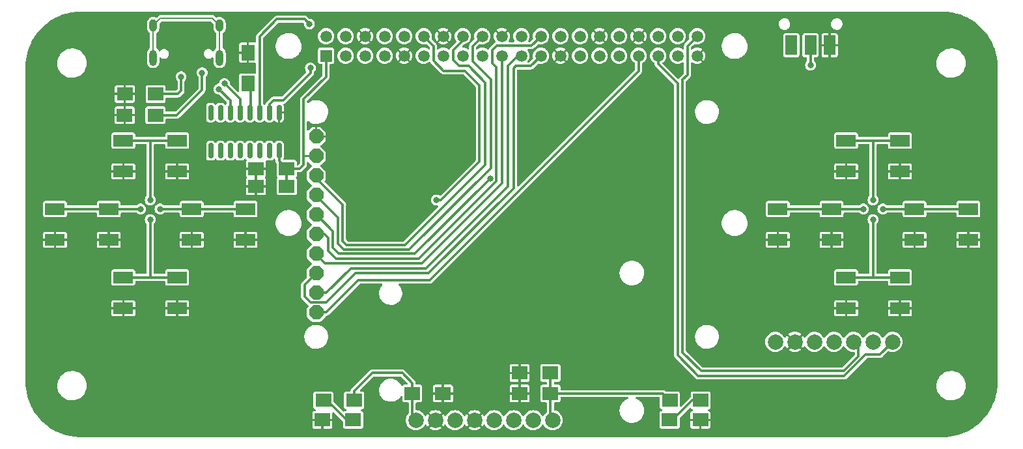
<source format=gbr>
%TF.GenerationSoftware,KiCad,Pcbnew,(6.0.2)*%
%TF.CreationDate,2022-04-12T00:42:21+02:00*%
%TF.ProjectId,raspi_game,72617370-695f-4676-916d-652e6b696361,rev?*%
%TF.SameCoordinates,Original*%
%TF.FileFunction,Copper,L1,Top*%
%TF.FilePolarity,Positive*%
%FSLAX46Y46*%
G04 Gerber Fmt 4.6, Leading zero omitted, Abs format (unit mm)*
G04 Created by KiCad (PCBNEW (6.0.2)) date 2022-04-12 00:42:21*
%MOMM*%
%LPD*%
G01*
G04 APERTURE LIST*
G04 Aperture macros list*
%AMRoundRect*
0 Rectangle with rounded corners*
0 $1 Rounding radius*
0 $2 $3 $4 $5 $6 $7 $8 $9 X,Y pos of 4 corners*
0 Add a 4 corners polygon primitive as box body*
4,1,4,$2,$3,$4,$5,$6,$7,$8,$9,$2,$3,0*
0 Add four circle primitives for the rounded corners*
1,1,$1+$1,$2,$3*
1,1,$1+$1,$4,$5*
1,1,$1+$1,$6,$7*
1,1,$1+$1,$8,$9*
0 Add four rect primitives between the rounded corners*
20,1,$1+$1,$2,$3,$4,$5,0*
20,1,$1+$1,$4,$5,$6,$7,0*
20,1,$1+$1,$6,$7,$8,$9,0*
20,1,$1+$1,$8,$9,$2,$3,0*%
%AMOutline5P*
0 Free polygon, 5 corners , with rotation*
0 The origin of the aperture is its center*
0 number of corners: always 5*
0 $1 to $10 corner X, Y*
0 $11 Rotation angle, in degrees counterclockwise*
0 create outline with 5 corners*
4,1,5,$1,$2,$3,$4,$5,$6,$7,$8,$9,$10,$1,$2,$11*%
%AMOutline6P*
0 Free polygon, 6 corners , with rotation*
0 The origin of the aperture is its center*
0 number of corners: always 6*
0 $1 to $12 corner X, Y*
0 $13 Rotation angle, in degrees counterclockwise*
0 create outline with 6 corners*
4,1,6,$1,$2,$3,$4,$5,$6,$7,$8,$9,$10,$11,$12,$1,$2,$13*%
%AMOutline7P*
0 Free polygon, 7 corners , with rotation*
0 The origin of the aperture is its center*
0 number of corners: always 7*
0 $1 to $14 corner X, Y*
0 $15 Rotation angle, in degrees counterclockwise*
0 create outline with 7 corners*
4,1,7,$1,$2,$3,$4,$5,$6,$7,$8,$9,$10,$11,$12,$13,$14,$1,$2,$15*%
%AMOutline8P*
0 Free polygon, 8 corners , with rotation*
0 The origin of the aperture is its center*
0 number of corners: always 8*
0 $1 to $16 corner X, Y*
0 $17 Rotation angle, in degrees counterclockwise*
0 create outline with 8 corners*
4,1,8,$1,$2,$3,$4,$5,$6,$7,$8,$9,$10,$11,$12,$13,$14,$15,$16,$1,$2,$17*%
G04 Aperture macros list end*
%TA.AperFunction,SMDPad,CuDef*%
%ADD10R,2.000000X1.700000*%
%TD*%
%TA.AperFunction,SMDPad,CuDef*%
%ADD11R,1.500000X2.500000*%
%TD*%
%TA.AperFunction,ComponentPad*%
%ADD12R,1.508000X1.508000*%
%TD*%
%TA.AperFunction,ComponentPad*%
%ADD13C,1.508000*%
%TD*%
%TA.AperFunction,SMDPad,CuDef*%
%ADD14R,2.500000X1.500000*%
%TD*%
%TA.AperFunction,SMDPad,CuDef*%
%ADD15R,1.700000X2.000000*%
%TD*%
%TA.AperFunction,ComponentPad*%
%ADD16Outline8P,-0.900000X0.450000X-0.450000X0.900000X0.450000X0.900000X0.900000X0.450000X0.900000X-0.450000X0.450000X-0.900000X-0.450000X-0.900000X-0.900000X-0.450000X180.000000*%
%TD*%
%TA.AperFunction,SMDPad,CuDef*%
%ADD17RoundRect,0.150000X-0.150000X0.825000X-0.150000X-0.825000X0.150000X-0.825000X0.150000X0.825000X0*%
%TD*%
%TA.AperFunction,ComponentPad*%
%ADD18C,2.000000*%
%TD*%
%TA.AperFunction,ComponentPad*%
%ADD19O,1.000000X1.600000*%
%TD*%
%TA.AperFunction,ComponentPad*%
%ADD20O,1.000000X2.100000*%
%TD*%
%TA.AperFunction,ViaPad*%
%ADD21C,0.800000*%
%TD*%
%TA.AperFunction,Conductor*%
%ADD22C,0.300000*%
%TD*%
%TA.AperFunction,Conductor*%
%ADD23C,0.250000*%
%TD*%
%TA.AperFunction,Conductor*%
%ADD24C,0.200000*%
%TD*%
G04 APERTURE END LIST*
D10*
%TO.P,R3,1*%
%TO.N,+5V*%
X112871000Y-114300000D03*
%TO.P,R3,2*%
%TO.N,Net-(D1-Pad2)*%
X108871000Y-114300000D03*
%TD*%
D11*
%TO.P,SW9,1,A*%
%TO.N,GND*%
X174712000Y-68155000D03*
%TO.P,SW9,2,B*%
%TO.N,BAT_EN*%
X172212000Y-68155000D03*
%TO.P,SW9,3,C*%
%TO.N,unconnected-(SW9-Pad3)*%
X169712000Y-68155000D03*
%TD*%
D12*
%TO.P,A1,1,3V3[1]*%
%TO.N,+3V3*%
X109220000Y-69530000D03*
D13*
%TO.P,A1,2,5V[1]*%
%TO.N,+5V*%
X109220000Y-66990000D03*
%TO.P,A1,3,GPIO2/SDA*%
%TO.N,unconnected-(A1-Pad3)*%
X111760000Y-69530000D03*
%TO.P,A1,4,5V[2]*%
%TO.N,+5V*%
X111760000Y-66990000D03*
%TO.P,A1,5,GPIO3/SCL*%
%TO.N,unconnected-(A1-Pad5)*%
X114300000Y-69530000D03*
%TO.P,A1,6,GND[8]*%
%TO.N,GND*%
X114300000Y-66990000D03*
%TO.P,A1,7,GPIO4/GPCKL0*%
%TO.N,BTN_LEFT*%
X116840000Y-69530000D03*
%TO.P,A1,8,TXD0/GPIO14*%
%TO.N,USB_RX*%
X116840000Y-66990000D03*
%TO.P,A1,9,GND[1]*%
%TO.N,GND*%
X119380000Y-69530000D03*
%TO.P,A1,10,RXD0/GPIO15*%
%TO.N,USB_TX*%
X119380000Y-66990000D03*
%TO.P,A1,11,GPIO17/GEN0*%
%TO.N,BTN_UP*%
X121920000Y-69530000D03*
%TO.P,A1,12,GPIO18*%
%TO.N,BCLK*%
X121920000Y-66990000D03*
%TO.P,A1,13,GPIO27/GEN2*%
%TO.N,BTN_RIGHT*%
X124460000Y-69530000D03*
%TO.P,A1,14,GND[4]*%
%TO.N,GND*%
X124460000Y-66990000D03*
%TO.P,A1,15,GPIO22/GEN3*%
%TO.N,BTN_DOWN*%
X127000000Y-69530000D03*
%TO.P,A1,16,GEN4/GPIO23*%
%TO.N,RESET*%
X127000000Y-66990000D03*
%TO.P,A1,17,3V3[2]*%
%TO.N,unconnected-(A1-Pad17)*%
X129540000Y-69530000D03*
%TO.P,A1,18,GEN5/GPIO24*%
%TO.N,D{slash}C*%
X129540000Y-66990000D03*
%TO.P,A1,19,GPIO10/MOSI*%
%TO.N,MOSI*%
X132080000Y-69530000D03*
%TO.P,A1,20,GND[5]*%
%TO.N,GND*%
X132080000Y-66990000D03*
%TO.P,A1,21,GPIO9/MISO*%
%TO.N,MISO*%
X134620000Y-69530000D03*
%TO.P,A1,22,GEN/6GPIO25*%
%TO.N,CARD_CS*%
X134620000Y-66990000D03*
%TO.P,A1,23,GPIO11/SCLK*%
%TO.N,SCK*%
X137160000Y-69530000D03*
%TO.P,A1,24,~{CE0}/GPIO8*%
%TO.N,TFT_CS*%
X137160000Y-66990000D03*
%TO.P,A1,25,GND[2]*%
%TO.N,GND*%
X139700000Y-69530000D03*
%TO.P,A1,26,~{CE1/}GPIO7*%
%TO.N,unconnected-(A1-Pad26)*%
X139700000Y-66990000D03*
%TO.P,A1,27,ID_SD*%
%TO.N,unconnected-(A1-Pad27)*%
X142240000Y-69530000D03*
%TO.P,A1,28,ID_SC*%
%TO.N,unconnected-(A1-Pad28)*%
X142240000Y-66990000D03*
%TO.P,A1,29,GPIO5*%
%TO.N,unconnected-(A1-Pad29)*%
X144780000Y-69530000D03*
%TO.P,A1,30,GND[6]*%
%TO.N,GND*%
X144780000Y-66990000D03*
%TO.P,A1,31,GPIO6*%
%TO.N,unconnected-(A1-Pad31)*%
X147320000Y-69530000D03*
%TO.P,A1,32,GPIO12*%
%TO.N,BTN_B*%
X147320000Y-66990000D03*
%TO.P,A1,33,GPIO13*%
%TO.N,LITE*%
X149860000Y-69530000D03*
%TO.P,A1,34,GND[7]*%
%TO.N,GND*%
X149860000Y-66990000D03*
%TO.P,A1,35,GPIO19*%
%TO.N,LRCLK*%
X152400000Y-69530000D03*
%TO.P,A1,36,GPIO16*%
%TO.N,BTN_X*%
X152400000Y-66990000D03*
%TO.P,A1,37,GPIO26*%
%TO.N,BTN_Y*%
X154940000Y-69530000D03*
%TO.P,A1,38,GPIO20*%
%TO.N,BTN_A*%
X154940000Y-66990000D03*
%TO.P,A1,39,GND[3]*%
%TO.N,GND*%
X157480000Y-69530000D03*
%TO.P,A1,40,GPIO21*%
%TO.N,DIN*%
X157480000Y-66990000D03*
%TD*%
D14*
%TO.P,SW7,1,1*%
%TO.N,BTN_X*%
X174950000Y-89440000D03*
X167950000Y-89440000D03*
%TO.P,SW7,2,2*%
%TO.N,GND*%
X174950000Y-93440000D03*
X167950000Y-93440000D03*
%TD*%
%TO.P,SW5,1,1*%
%TO.N,BTN_A*%
X185730000Y-89440000D03*
X192730000Y-89440000D03*
%TO.P,SW5,2,2*%
%TO.N,GND*%
X192730000Y-93440000D03*
X185730000Y-93440000D03*
%TD*%
%TO.P,SW4,1,1*%
%TO.N,BTN_RIGHT*%
X98750000Y-89440000D03*
X91750000Y-89440000D03*
%TO.P,SW4,2,2*%
%TO.N,GND*%
X91750000Y-93440000D03*
X98750000Y-93440000D03*
%TD*%
D10*
%TO.P,R2,1*%
%TO.N,GND*%
X83039200Y-77241400D03*
%TO.P,R2,2*%
%TO.N,Net-(J1-PadB5)*%
X87039200Y-77241400D03*
%TD*%
%TO.P,C5,1*%
%TO.N,USB_5V*%
X138398000Y-110744000D03*
%TO.P,C5,2*%
%TO.N,GND*%
X134398000Y-110744000D03*
%TD*%
%TO.P,C2,1*%
%TO.N,+3V3*%
X104108000Y-86487000D03*
%TO.P,C2,2*%
%TO.N,GND*%
X100108000Y-86487000D03*
%TD*%
D14*
%TO.P,SW8,1,1*%
%TO.N,BTN_Y*%
X183840000Y-80550000D03*
X176840000Y-80550000D03*
%TO.P,SW8,2,2*%
%TO.N,GND*%
X176840000Y-84550000D03*
X183840000Y-84550000D03*
%TD*%
D10*
%TO.P,D2,1,K*%
%TO.N,GND*%
X157892000Y-116840000D03*
%TO.P,D2,2,A*%
%TO.N,Net-(D2-Pad2)*%
X153892000Y-116840000D03*
%TD*%
D15*
%TO.P,C3,1*%
%TO.N,Net-(C3-Pad1)*%
X99060000Y-73120000D03*
%TO.P,C3,2*%
%TO.N,GND*%
X99060000Y-69120000D03*
%TD*%
D10*
%TO.P,C1,1*%
%TO.N,+3V3*%
X104108000Y-84201000D03*
%TO.P,C1,2*%
%TO.N,GND*%
X100108000Y-84201000D03*
%TD*%
%TO.P,C4,1*%
%TO.N,USB_5V*%
X138398000Y-113411000D03*
%TO.P,C4,2*%
%TO.N,GND*%
X134398000Y-113411000D03*
%TD*%
%TO.P,R4,1*%
%TO.N,USB_5V*%
X153924000Y-114300000D03*
%TO.P,R4,2*%
%TO.N,Net-(D2-Pad2)*%
X157924000Y-114300000D03*
%TD*%
D14*
%TO.P,SW6,1,1*%
%TO.N,BTN_B*%
X176840000Y-98330000D03*
X183840000Y-98330000D03*
%TO.P,SW6,2,2*%
%TO.N,GND*%
X183840000Y-102330000D03*
X176840000Y-102330000D03*
%TD*%
D10*
%TO.P,R1,1*%
%TO.N,GND*%
X83064600Y-74498200D03*
%TO.P,R1,2*%
%TO.N,Net-(J1-PadA5)*%
X87064600Y-74498200D03*
%TD*%
D16*
%TO.P,U1,1,LITE*%
%TO.N,LITE*%
X107950000Y-102870000D03*
%TO.P,U1,2,MISO*%
%TO.N,MISO*%
X107950000Y-100330000D03*
%TO.P,U1,3,SCK*%
%TO.N,SCK*%
X107950000Y-97790000D03*
%TO.P,U1,4,MOSI*%
%TO.N,MOSI*%
X107950000Y-95250000D03*
%TO.P,U1,5,TFT_CS*%
%TO.N,TFT_CS*%
X107950000Y-92710000D03*
%TO.P,U1,6,CARD_CS*%
%TO.N,CARD_CS*%
X107950000Y-90170000D03*
%TO.P,U1,7,D/C*%
%TO.N,D{slash}C*%
X107950000Y-87630000D03*
%TO.P,U1,8,RESET*%
%TO.N,RESET*%
X107950000Y-85090000D03*
%TO.P,U1,9,VCC*%
%TO.N,+3V3*%
X107950000Y-82550000D03*
%TO.P,U1,10,GND*%
%TO.N,GND*%
X107950000Y-80010000D03*
%TD*%
D10*
%TO.P,C6,1*%
%TO.N,+5V*%
X120428000Y-113411000D03*
%TO.P,C6,2*%
%TO.N,GND*%
X124428000Y-113411000D03*
%TD*%
D17*
%TO.P,U2,1,GND*%
%TO.N,GND*%
X103124000Y-76900000D03*
%TO.P,U2,2,TXD*%
%TO.N,USB_TX*%
X101854000Y-76900000D03*
%TO.P,U2,3,RXD*%
%TO.N,USB_RX*%
X100584000Y-76900000D03*
%TO.P,U2,4,V3*%
%TO.N,Net-(C3-Pad1)*%
X99314000Y-76900000D03*
%TO.P,U2,5,UD+*%
%TO.N,Net-(J1-PadA6)*%
X98044000Y-76900000D03*
%TO.P,U2,6,UD-*%
%TO.N,Net-(J1-PadA7)*%
X96774000Y-76900000D03*
%TO.P,U2,7,NC*%
%TO.N,unconnected-(U2-Pad7)*%
X95504000Y-76900000D03*
%TO.P,U2,8,NC*%
%TO.N,unconnected-(U2-Pad8)*%
X94234000Y-76900000D03*
%TO.P,U2,9,~{CTS}*%
%TO.N,unconnected-(U2-Pad9)*%
X94234000Y-81850000D03*
%TO.P,U2,10,~{DSR}*%
%TO.N,unconnected-(U2-Pad10)*%
X95504000Y-81850000D03*
%TO.P,U2,11,~{RI}*%
%TO.N,unconnected-(U2-Pad11)*%
X96774000Y-81850000D03*
%TO.P,U2,12,~{DCD}*%
%TO.N,unconnected-(U2-Pad12)*%
X98044000Y-81850000D03*
%TO.P,U2,13,~{DTR}*%
%TO.N,unconnected-(U2-Pad13)*%
X99314000Y-81850000D03*
%TO.P,U2,14,~{RTS}*%
%TO.N,unconnected-(U2-Pad14)*%
X100584000Y-81850000D03*
%TO.P,U2,15,R232*%
%TO.N,unconnected-(U2-Pad15)*%
X101854000Y-81850000D03*
%TO.P,U2,16,VCC*%
%TO.N,+3V3*%
X103124000Y-81850000D03*
%TD*%
D14*
%TO.P,SW2,1,1*%
%TO.N,BTN_DOWN*%
X89860000Y-98330000D03*
X82860000Y-98330000D03*
%TO.P,SW2,2,2*%
%TO.N,GND*%
X89860000Y-102330000D03*
X82860000Y-102330000D03*
%TD*%
D10*
%TO.P,D1,1,K*%
%TO.N,GND*%
X108744000Y-116840000D03*
%TO.P,D1,2,A*%
%TO.N,Net-(D1-Pad2)*%
X112744000Y-116840000D03*
%TD*%
D14*
%TO.P,SW3,1,1*%
%TO.N,BTN_LEFT*%
X73970000Y-89440000D03*
X80970000Y-89440000D03*
%TO.P,SW3,2,2*%
%TO.N,GND*%
X73970000Y-93440000D03*
X80970000Y-93440000D03*
%TD*%
%TO.P,SW1,1,1*%
%TO.N,BTN_UP*%
X89860000Y-80550000D03*
X82860000Y-80550000D03*
%TO.P,SW1,2,2*%
%TO.N,GND*%
X82860000Y-84550000D03*
X89860000Y-84550000D03*
%TD*%
D18*
%TO.P,U4,1,USB*%
%TO.N,USB_5V*%
X138684000Y-116880000D03*
%TO.P,U4,2,BAT*%
%TO.N,unconnected-(U4-Pad2)*%
X136144000Y-116880000D03*
%TO.P,U4,3,VS*%
%TO.N,unconnected-(U4-Pad3)*%
X133604000Y-116880000D03*
%TO.P,U4,4,EN*%
%TO.N,BAT_EN*%
X131064000Y-116880000D03*
%TO.P,U4,5,GND*%
%TO.N,GND*%
X128524000Y-116880000D03*
%TO.P,U4,6,LBO*%
%TO.N,LBO*%
X125984000Y-116880000D03*
%TO.P,U4,7,GND*%
%TO.N,GND*%
X123444000Y-116880000D03*
%TO.P,U4,8,OUT*%
%TO.N,+5V*%
X120904000Y-116880000D03*
%TD*%
%TO.P,U3,1,LRCLK*%
%TO.N,LRCLK*%
X182880000Y-106705400D03*
%TO.P,U3,2,BCLK*%
%TO.N,BCLK*%
X180340000Y-106705400D03*
%TO.P,U3,3,DIN*%
%TO.N,DIN*%
X177800000Y-106705400D03*
%TO.P,U3,4,GAIN*%
%TO.N,unconnected-(U3-Pad4)*%
X175260000Y-106705400D03*
%TO.P,U3,5,SD*%
%TO.N,unconnected-(U3-Pad5)*%
X172720000Y-106705400D03*
%TO.P,U3,6,GND*%
%TO.N,GND*%
X170180000Y-106705400D03*
%TO.P,U3,7,VIN*%
%TO.N,+5V*%
X167640000Y-106705400D03*
%TD*%
D19*
%TO.P,J1,S1,SHIELD*%
%TO.N,unconnected-(J1-PadS1)*%
X95379000Y-65600000D03*
D20*
X86739000Y-69780000D03*
X95379000Y-69780000D03*
D19*
X86739000Y-65600000D03*
%TD*%
D21*
%TO.N,GND*%
X94234000Y-71882000D03*
X87757000Y-71882000D03*
%TO.N,CARD_CS*%
X130556000Y-85471000D03*
%TO.N,BTN_UP*%
X86360000Y-88265000D03*
%TO.N,BTN_DOWN*%
X86360000Y-90805000D03*
%TO.N,BTN_LEFT*%
X85090000Y-89440000D03*
%TO.N,BTN_RIGHT*%
X87630000Y-89440000D03*
%TO.N,BTN_B*%
X180340000Y-90805000D03*
%TO.N,BTN_A*%
X181610000Y-89440000D03*
%TO.N,BTN_X*%
X179070000Y-89440000D03*
%TO.N,BTN_Y*%
X180340000Y-88265000D03*
%TO.N,USB_RX*%
X107061000Y-65405000D03*
%TO.N,USB_TX*%
X107188000Y-71120000D03*
%TO.N,BCLK*%
X123571000Y-88265000D03*
%TO.N,BAT_EN*%
X172212000Y-70739000D03*
%TO.N,Net-(J1-PadA7)*%
X95305245Y-73858755D03*
%TO.N,Net-(J1-PadA5)*%
X90373200Y-72237600D03*
%TO.N,Net-(J1-PadA6)*%
X96012000Y-73152000D03*
%TO.N,Net-(J1-PadB5)*%
X93116400Y-71729600D03*
%TD*%
D22*
%TO.N,LITE*%
X149860000Y-71501000D02*
X149860000Y-69530000D01*
X113411000Y-98679000D02*
X122682000Y-98679000D01*
X107950000Y-102870000D02*
X109220000Y-102870000D01*
X109220000Y-102870000D02*
X112014000Y-100076000D01*
X112014000Y-100076000D02*
X113411000Y-98679000D01*
X122682000Y-98679000D02*
X149860000Y-71501000D01*
%TO.N,TFT_CS*%
X109474000Y-94869000D02*
X109474000Y-93218000D01*
X130810000Y-70485000D02*
X131318000Y-70993000D01*
X110490000Y-95885000D02*
X109474000Y-94869000D01*
X108966000Y-92710000D02*
X107950000Y-92710000D01*
X137160000Y-66990000D02*
X135951000Y-68199000D01*
X131318000Y-85852000D02*
X121285000Y-95885000D01*
X135951000Y-68199000D02*
X131445000Y-68199000D01*
X131445000Y-68199000D02*
X130810000Y-68834000D01*
X131318000Y-70993000D02*
X131318000Y-85852000D01*
X109474000Y-93218000D02*
X108966000Y-92710000D01*
X121285000Y-95885000D02*
X110490000Y-95885000D01*
X130810000Y-68834000D02*
X130810000Y-70485000D01*
%TO.N,CARD_CS*%
X120777000Y-95250000D02*
X110871000Y-95250000D01*
X110109000Y-94488000D02*
X110109000Y-92329000D01*
X110871000Y-95250000D02*
X110109000Y-94488000D01*
X130556000Y-85471000D02*
X120777000Y-95250000D01*
X110109000Y-92329000D02*
X107950000Y-90170000D01*
%TO.N,D{slash}C*%
X128270000Y-70231000D02*
X130683000Y-72644000D01*
X129540000Y-66990000D02*
X128270000Y-68260000D01*
X130683000Y-72644000D02*
X130683000Y-84093538D01*
X120034538Y-94742000D02*
X111506000Y-94742000D01*
X110744000Y-90551000D02*
X107950000Y-87757000D01*
X130683000Y-84093538D02*
X120034538Y-94742000D01*
X111506000Y-94742000D02*
X110744000Y-93980000D01*
X128270000Y-68260000D02*
X128270000Y-70231000D01*
X107950000Y-87757000D02*
X107950000Y-87630000D01*
X110744000Y-93980000D02*
X110744000Y-90551000D01*
%TO.N,RESET*%
X127000000Y-66990000D02*
X127000000Y-67564000D01*
X127762000Y-70866000D02*
X129921000Y-73025000D01*
X111379000Y-93599000D02*
X111379000Y-88900000D01*
X129921000Y-73025000D02*
X129921000Y-83693000D01*
X107950000Y-85471000D02*
X107950000Y-85090000D01*
X125730000Y-70104000D02*
X126492000Y-70866000D01*
X111379000Y-88900000D02*
X107950000Y-85471000D01*
X119507000Y-94107000D02*
X111887000Y-94107000D01*
X129921000Y-83693000D02*
X119507000Y-94107000D01*
X127000000Y-67564000D02*
X125730000Y-68834000D01*
X111887000Y-94107000D02*
X111379000Y-93599000D01*
X126492000Y-70866000D02*
X127762000Y-70866000D01*
X125730000Y-68834000D02*
X125730000Y-70104000D01*
%TO.N,+3V3*%
X104108000Y-84201000D02*
X105791000Y-84201000D01*
D23*
X106426000Y-82550000D02*
X106299000Y-82423000D01*
D22*
X103124000Y-83217000D02*
X104108000Y-84201000D01*
X109220000Y-72263000D02*
X109220000Y-69530000D01*
X106299000Y-83693000D02*
X106299000Y-82423000D01*
X106299000Y-75184000D02*
X109220000Y-72263000D01*
X104108000Y-84201000D02*
X104108000Y-86487000D01*
D23*
X107950000Y-82550000D02*
X106426000Y-82550000D01*
D22*
X103124000Y-81850000D02*
X103124000Y-83217000D01*
X105791000Y-84201000D02*
X106299000Y-83693000D01*
X106299000Y-82423000D02*
X106299000Y-75184000D01*
%TO.N,MOSI*%
X121666000Y-96520000D02*
X132080000Y-86106000D01*
X107950000Y-95377000D02*
X109093000Y-96520000D01*
X107950000Y-95250000D02*
X107950000Y-95377000D01*
X109093000Y-96520000D02*
X121666000Y-96520000D01*
X132080000Y-86106000D02*
X132080000Y-69530000D01*
%TO.N,MISO*%
X112466428Y-97155000D02*
X122174000Y-97155000D01*
X109291428Y-100330000D02*
X112466428Y-97155000D01*
X107950000Y-100330000D02*
X109291428Y-100330000D01*
X132842000Y-86487000D02*
X132842000Y-70866000D01*
X132842000Y-70866000D02*
X134178000Y-69530000D01*
X134178000Y-69530000D02*
X134620000Y-69530000D01*
X122174000Y-97155000D02*
X132842000Y-86487000D01*
%TO.N,SCK*%
X107188000Y-101600000D02*
X109220000Y-101600000D01*
X133908800Y-70866000D02*
X135824000Y-70866000D01*
X135824000Y-70866000D02*
X137160000Y-69530000D01*
X133604000Y-71170800D02*
X133908800Y-70866000D01*
X106426000Y-100838000D02*
X107188000Y-101600000D01*
X106426000Y-99314000D02*
X106426000Y-100838000D01*
X107950000Y-97790000D02*
X106426000Y-99314000D01*
X133604000Y-86741000D02*
X133604000Y-71170800D01*
X109220000Y-101600000D02*
X113030000Y-97790000D01*
X113030000Y-97790000D02*
X122555000Y-97790000D01*
X122555000Y-97790000D02*
X133604000Y-86741000D01*
%TO.N,+5V*%
X120428000Y-113411000D02*
X120428000Y-116364000D01*
X112871000Y-113109500D02*
X115236500Y-110744000D01*
X112871000Y-114300000D02*
X112871000Y-113109500D01*
X119126000Y-110744000D02*
X120428000Y-112046000D01*
X115236500Y-110744000D02*
X119126000Y-110744000D01*
X120428000Y-116364000D02*
X120904000Y-116840000D01*
X120428000Y-112046000D02*
X120428000Y-113411000D01*
%TO.N,BTN_UP*%
X86265000Y-80550000D02*
X89860000Y-80550000D01*
X82860000Y-80550000D02*
X86265000Y-80550000D01*
X86265000Y-80550000D02*
X86360000Y-80645000D01*
X86360000Y-80645000D02*
X86360000Y-88265000D01*
%TO.N,BTN_DOWN*%
X86360000Y-98235000D02*
X86455000Y-98330000D01*
X89860000Y-98330000D02*
X86455000Y-98330000D01*
X86455000Y-98330000D02*
X82860000Y-98330000D01*
X86360000Y-90805000D02*
X86360000Y-98235000D01*
%TO.N,BTN_LEFT*%
X80970000Y-89440000D02*
X73970000Y-89440000D01*
X80970000Y-89440000D02*
X85090000Y-89440000D01*
%TO.N,BTN_RIGHT*%
X91750000Y-89440000D02*
X87630000Y-89440000D01*
X91750000Y-89440000D02*
X98750000Y-89440000D01*
%TO.N,BTN_B*%
X180340000Y-90805000D02*
X180340000Y-98235000D01*
X183840000Y-98330000D02*
X176840000Y-98330000D01*
%TO.N,BTN_A*%
X185730000Y-89440000D02*
X192730000Y-89440000D01*
X185730000Y-89440000D02*
X181610000Y-89440000D01*
%TO.N,BTN_X*%
X167950000Y-89440000D02*
X174950000Y-89440000D01*
X174950000Y-89440000D02*
X179070000Y-89440000D01*
%TO.N,BTN_Y*%
X180340000Y-80645000D02*
X180340000Y-88265000D01*
X176840000Y-80550000D02*
X183840000Y-80550000D01*
%TO.N,USB_RX*%
X106426000Y-64770000D02*
X102850111Y-64770000D01*
X102850111Y-64770000D02*
X100584000Y-67036111D01*
X100584000Y-67036111D02*
X100584000Y-77027000D01*
X107061000Y-65405000D02*
X106426000Y-64770000D01*
%TO.N,USB_TX*%
X102370481Y-75302519D02*
X101854000Y-75819000D01*
X107188000Y-71798970D02*
X103684451Y-75302519D01*
X101854000Y-75819000D02*
X101854000Y-77027000D01*
X103684451Y-75302519D02*
X102370481Y-75302519D01*
X107188000Y-71120000D02*
X107188000Y-71798970D01*
%TO.N,Net-(C3-Pad1)*%
X99441000Y-76900000D02*
X99314000Y-77027000D01*
X99441000Y-73755000D02*
X99441000Y-76900000D01*
%TO.N,BCLK*%
X124510800Y-71475600D02*
X123190000Y-70154800D01*
X127254000Y-71475600D02*
X124510800Y-71475600D01*
X129133600Y-73355200D02*
X127254000Y-71475600D01*
X123190000Y-70154800D02*
X123190000Y-68260000D01*
X123190000Y-68260000D02*
X121920000Y-66990000D01*
X123571000Y-88265000D02*
X124180600Y-88265000D01*
X129133600Y-83312000D02*
X129133600Y-73355200D01*
X124180600Y-88265000D02*
X129133600Y-83312000D01*
%TO.N,LRCLK*%
X181254400Y-108331000D02*
X182880000Y-106705400D01*
X179395428Y-108331000D02*
X181254400Y-108331000D01*
X154940000Y-108458000D02*
X157607000Y-111125000D01*
X152400000Y-69530000D02*
X152400000Y-70612000D01*
X157607000Y-111125000D02*
X176601428Y-111125000D01*
X176601428Y-111125000D02*
X179395428Y-108331000D01*
X152400000Y-70612000D02*
X154940000Y-73152000D01*
X154940000Y-73152000D02*
X154940000Y-108458000D01*
%TO.N,DIN*%
X156210000Y-68260000D02*
X157480000Y-66990000D01*
X177800000Y-106705400D02*
X178435000Y-107340400D01*
X157988000Y-110490000D02*
X155575000Y-108077000D01*
X178435000Y-107340400D02*
X178435000Y-108585000D01*
X155575000Y-108077000D02*
X155575000Y-72644000D01*
X155575000Y-72644000D02*
X156210000Y-72009000D01*
X178435000Y-108585000D02*
X176530000Y-110490000D01*
X176530000Y-110490000D02*
X157988000Y-110490000D01*
X156210000Y-72009000D02*
X156210000Y-68260000D01*
%TO.N,USB_5V*%
X138398000Y-116554000D02*
X138684000Y-116840000D01*
X153924000Y-114300000D02*
X153035000Y-113411000D01*
X138398000Y-110551000D02*
X138398000Y-113411000D01*
X138398000Y-113411000D02*
X138398000Y-116554000D01*
X153035000Y-113411000D02*
X138398000Y-113411000D01*
%TO.N,BAT_EN*%
X172212000Y-70739000D02*
X172212000Y-68536000D01*
%TO.N,Net-(J1-PadA7)*%
X95305245Y-73858755D02*
X96774000Y-75327510D01*
X96774000Y-75327510D02*
X96774000Y-77027000D01*
D24*
%TO.N,unconnected-(J1-PadS1)*%
X95379000Y-65600000D02*
X95379000Y-69780000D01*
X95379000Y-65600000D02*
X94422000Y-64643000D01*
X94422000Y-64643000D02*
X87696000Y-64643000D01*
X87696000Y-64643000D02*
X86739000Y-65600000D01*
X86739000Y-69780000D02*
X86739000Y-65600000D01*
D22*
%TO.N,Net-(J1-PadA5)*%
X90373200Y-72237600D02*
X90373200Y-74091800D01*
X89966800Y-74498200D02*
X87064600Y-74498200D01*
X90373200Y-74091800D02*
X89966800Y-74498200D01*
%TO.N,Net-(J1-PadA6)*%
X96012000Y-73152000D02*
X98044000Y-75184000D01*
X98044000Y-75184000D02*
X98044000Y-77027000D01*
%TO.N,Net-(J1-PadB5)*%
X89805400Y-77241400D02*
X93116400Y-73930400D01*
X93116400Y-73930400D02*
X93116400Y-71729600D01*
X87039200Y-77241400D02*
X89805400Y-77241400D01*
%TO.N,Net-(D1-Pad2)*%
X111887000Y-116840000D02*
X109347000Y-114300000D01*
%TO.N,Net-(D2-Pad2)*%
X156845000Y-114300000D02*
X154305000Y-116840000D01*
X154305000Y-116840000D02*
X153892000Y-116840000D01*
X157924000Y-114300000D02*
X156845000Y-114300000D01*
%TD*%
%TA.AperFunction,Conductor*%
%TO.N,GND*%
G36*
X189216376Y-63801509D02*
G01*
X189235972Y-63804569D01*
X189246790Y-63802442D01*
X189249851Y-63802382D01*
X189271034Y-63800484D01*
X189464915Y-63803469D01*
X189733552Y-63807605D01*
X189742357Y-63808049D01*
X189813344Y-63814126D01*
X190233881Y-63850125D01*
X190242635Y-63851184D01*
X190730013Y-63927535D01*
X190738672Y-63929204D01*
X191219506Y-64039455D01*
X191228027Y-64041725D01*
X191699987Y-64185342D01*
X191708328Y-64188203D01*
X191880086Y-64253913D01*
X192169079Y-64364475D01*
X192177187Y-64367906D01*
X192258489Y-64405725D01*
X192624490Y-64575977D01*
X192632351Y-64579974D01*
X193064004Y-64818821D01*
X193071564Y-64823357D01*
X193262280Y-64947058D01*
X193485434Y-65091798D01*
X193492660Y-65096852D01*
X193886760Y-65393596D01*
X193893615Y-65399144D01*
X194265998Y-65722729D01*
X194272447Y-65728743D01*
X194621257Y-66077553D01*
X194627271Y-66084002D01*
X194950856Y-66456385D01*
X194956404Y-66463240D01*
X195253148Y-66857340D01*
X195258202Y-66864566D01*
X195480523Y-67207330D01*
X195526642Y-67278435D01*
X195531179Y-67285996D01*
X195770026Y-67717649D01*
X195774023Y-67725510D01*
X195829933Y-67845704D01*
X195981741Y-68172053D01*
X195982091Y-68172806D01*
X195985525Y-68180921D01*
X196049425Y-68347947D01*
X196161797Y-68641672D01*
X196164658Y-68650013D01*
X196308275Y-69121973D01*
X196310545Y-69130494D01*
X196420796Y-69611328D01*
X196422465Y-69619987D01*
X196498816Y-70107365D01*
X196499875Y-70116119D01*
X196526419Y-70426201D01*
X196539391Y-70577731D01*
X196541951Y-70607642D01*
X196542395Y-70616448D01*
X196543495Y-70687904D01*
X196549516Y-71078966D01*
X196547618Y-71100149D01*
X196547558Y-71103210D01*
X196545431Y-71114028D01*
X196547132Y-71124920D01*
X196548491Y-71133621D01*
X196550000Y-71153063D01*
X196550000Y-111726937D01*
X196548491Y-111746376D01*
X196545431Y-111765972D01*
X196547558Y-111776790D01*
X196547618Y-111779851D01*
X196549516Y-111801034D01*
X196542395Y-112263551D01*
X196541951Y-112272357D01*
X196541373Y-112279115D01*
X196499875Y-112763881D01*
X196498816Y-112772635D01*
X196422465Y-113260013D01*
X196420796Y-113268672D01*
X196310545Y-113749506D01*
X196308275Y-113758027D01*
X196164658Y-114229987D01*
X196161797Y-114238328D01*
X196086476Y-114435207D01*
X195989956Y-114687500D01*
X195985528Y-114699073D01*
X195982091Y-114707194D01*
X195774023Y-115154490D01*
X195770026Y-115162351D01*
X195531179Y-115594004D01*
X195526643Y-115601564D01*
X195468102Y-115691820D01*
X195258202Y-116015434D01*
X195253148Y-116022660D01*
X194956404Y-116416760D01*
X194950856Y-116423615D01*
X194627271Y-116795998D01*
X194621257Y-116802447D01*
X194272447Y-117151257D01*
X194265998Y-117157271D01*
X193893615Y-117480856D01*
X193886760Y-117486404D01*
X193492660Y-117783148D01*
X193485434Y-117788202D01*
X193071565Y-118056642D01*
X193064004Y-118061179D01*
X192632351Y-118300026D01*
X192624490Y-118304023D01*
X192177187Y-118512094D01*
X192169079Y-118515525D01*
X192009326Y-118576643D01*
X191708328Y-118691797D01*
X191699987Y-118694658D01*
X191228027Y-118838275D01*
X191219506Y-118840545D01*
X190738672Y-118950796D01*
X190730013Y-118952465D01*
X190242635Y-119028816D01*
X190233881Y-119029875D01*
X189813344Y-119065874D01*
X189742357Y-119071951D01*
X189733552Y-119072395D01*
X189536554Y-119075428D01*
X189271034Y-119079516D01*
X189249851Y-119077618D01*
X189246790Y-119077558D01*
X189235972Y-119075431D01*
X189216376Y-119078491D01*
X189196937Y-119080000D01*
X77503155Y-119080000D01*
X77483662Y-119078483D01*
X77478079Y-119077609D01*
X77464152Y-119075428D01*
X77453333Y-119077551D01*
X77450285Y-119077609D01*
X77429085Y-119079500D01*
X76966613Y-119072200D01*
X76957830Y-119071755D01*
X76722371Y-119051515D01*
X76466363Y-119029508D01*
X76457613Y-119028447D01*
X75970293Y-118951945D01*
X75961639Y-118950274D01*
X75480871Y-118839895D01*
X75472355Y-118837623D01*
X75000490Y-118693907D01*
X74992154Y-118691046D01*
X74531481Y-118514692D01*
X74523365Y-118511255D01*
X74076149Y-118303128D01*
X74068293Y-118299132D01*
X73861171Y-118184487D01*
X73636712Y-118060245D01*
X73629186Y-118055730D01*
X73215333Y-117787238D01*
X73208122Y-117782192D01*
X73139933Y-117730840D01*
X107444000Y-117730840D01*
X107444442Y-117738286D01*
X107445994Y-117751336D01*
X107450952Y-117769374D01*
X107487755Y-117852231D01*
X107500713Y-117871085D01*
X107563342Y-117933604D01*
X107582212Y-117946525D01*
X107665125Y-117983180D01*
X107683202Y-117988108D01*
X107695787Y-117989576D01*
X107703088Y-117990000D01*
X108575885Y-117990000D01*
X108591124Y-117985525D01*
X108592329Y-117984135D01*
X108594000Y-117976452D01*
X108594000Y-117971885D01*
X108894000Y-117971885D01*
X108898475Y-117987124D01*
X108899865Y-117988329D01*
X108907548Y-117990000D01*
X109784840Y-117990000D01*
X109792286Y-117989558D01*
X109805336Y-117988006D01*
X109823374Y-117983048D01*
X109906231Y-117946245D01*
X109925085Y-117933287D01*
X109987604Y-117870658D01*
X110000525Y-117851788D01*
X110037180Y-117768875D01*
X110042108Y-117750798D01*
X110043576Y-117738213D01*
X110044000Y-117730912D01*
X110044000Y-117008115D01*
X110039525Y-116992876D01*
X110038135Y-116991671D01*
X110030452Y-116990000D01*
X108912115Y-116990000D01*
X108896876Y-116994475D01*
X108895671Y-116995865D01*
X108894000Y-117003548D01*
X108894000Y-117971885D01*
X108594000Y-117971885D01*
X108594000Y-117008115D01*
X108589525Y-116992876D01*
X108588135Y-116991671D01*
X108580452Y-116990000D01*
X107462115Y-116990000D01*
X107446876Y-116994475D01*
X107445671Y-116995865D01*
X107444000Y-117003548D01*
X107444000Y-117730840D01*
X73139933Y-117730840D01*
X72814089Y-117485454D01*
X72807238Y-117479909D01*
X72434900Y-117156340D01*
X72428454Y-117150329D01*
X72079671Y-116801546D01*
X72073660Y-116795100D01*
X71966584Y-116671885D01*
X107444000Y-116671885D01*
X107448475Y-116687124D01*
X107449865Y-116688329D01*
X107457548Y-116690000D01*
X110025885Y-116690000D01*
X110041124Y-116685525D01*
X110042329Y-116684135D01*
X110044000Y-116676452D01*
X110044000Y-115949166D01*
X110043771Y-115945307D01*
X110059703Y-115876121D01*
X110110510Y-115826531D01*
X110180062Y-115812282D01*
X110246277Y-115837898D01*
X110258645Y-115848748D01*
X111406595Y-116996698D01*
X111440621Y-117059010D01*
X111443500Y-117085793D01*
X111443500Y-117734646D01*
X111446618Y-117760846D01*
X111450456Y-117769486D01*
X111450456Y-117769487D01*
X111456524Y-117783148D01*
X111492061Y-117863153D01*
X111500294Y-117871372D01*
X111500295Y-117871373D01*
X111531835Y-117902858D01*
X111571287Y-117942241D01*
X111581924Y-117946944D01*
X111581926Y-117946945D01*
X111638339Y-117971885D01*
X111673673Y-117987506D01*
X111699354Y-117990500D01*
X113788646Y-117990500D01*
X113792350Y-117990059D01*
X113792353Y-117990059D01*
X113799746Y-117989179D01*
X113814846Y-117987382D01*
X113824604Y-117983048D01*
X113906518Y-117946663D01*
X113917153Y-117941939D01*
X113925474Y-117933604D01*
X113958324Y-117900696D01*
X113996241Y-117862713D01*
X114041506Y-117760327D01*
X114044500Y-117734646D01*
X114044500Y-115945354D01*
X114041382Y-115919154D01*
X114036864Y-115908981D01*
X114000663Y-115827482D01*
X113995939Y-115816847D01*
X113916713Y-115737759D01*
X113906076Y-115733056D01*
X113906074Y-115733055D01*
X113814327Y-115692494D01*
X113815609Y-115689594D01*
X113768909Y-115660851D01*
X113738164Y-115596856D01*
X113746898Y-115526399D01*
X113792338Y-115471848D01*
X113862509Y-115450500D01*
X113915646Y-115450500D01*
X113919350Y-115450059D01*
X113919353Y-115450059D01*
X113930821Y-115448694D01*
X113941846Y-115447382D01*
X114044153Y-115401939D01*
X114123241Y-115322713D01*
X114168506Y-115220327D01*
X114171500Y-115194646D01*
X114171500Y-113405354D01*
X114168382Y-113379154D01*
X114161034Y-113362610D01*
X114127663Y-113287482D01*
X114122939Y-113276847D01*
X114114439Y-113268361D01*
X114051945Y-113205977D01*
X114043713Y-113197759D01*
X114033076Y-113193056D01*
X114033074Y-113193055D01*
X113962675Y-113161932D01*
X113941327Y-113152494D01*
X113915646Y-113149500D01*
X113772293Y-113149500D01*
X113704172Y-113129498D01*
X113657679Y-113075842D01*
X113647575Y-113005568D01*
X113677069Y-112940988D01*
X113683198Y-112934405D01*
X115386198Y-111231405D01*
X115448510Y-111197379D01*
X115475293Y-111194500D01*
X118887207Y-111194500D01*
X118955328Y-111214502D01*
X118976302Y-111231405D01*
X119790302Y-112045405D01*
X119824328Y-112107717D01*
X119819263Y-112178532D01*
X119776716Y-112235368D01*
X119710196Y-112260179D01*
X119701207Y-112260500D01*
X119383354Y-112260500D01*
X119379650Y-112260941D01*
X119379647Y-112260941D01*
X119372254Y-112261821D01*
X119357154Y-112263618D01*
X119348514Y-112267456D01*
X119348513Y-112267456D01*
X119278675Y-112298477D01*
X119254847Y-112309061D01*
X119246628Y-112317294D01*
X119246627Y-112317295D01*
X119182243Y-112381791D01*
X119119960Y-112415870D01*
X119049140Y-112410867D01*
X118992267Y-112368369D01*
X118981307Y-112350953D01*
X118892454Y-112180268D01*
X118892453Y-112180267D01*
X118890065Y-112175679D01*
X118880372Y-112162768D01*
X118745022Y-111982499D01*
X118745020Y-111982496D01*
X118741917Y-111978364D01*
X118647498Y-111888135D01*
X118567269Y-111811467D01*
X118567268Y-111811466D01*
X118563532Y-111807896D01*
X118542033Y-111793230D01*
X118363979Y-111671770D01*
X118363980Y-111671770D01*
X118359700Y-111668851D01*
X118247798Y-111616908D01*
X118140591Y-111567144D01*
X118140587Y-111567143D01*
X118135896Y-111564965D01*
X117898129Y-111499026D01*
X117878292Y-111496906D01*
X117700043Y-111477856D01*
X117700035Y-111477856D01*
X117696708Y-111477500D01*
X117553446Y-111477500D01*
X117550873Y-111477712D01*
X117550862Y-111477712D01*
X117375240Y-111492151D01*
X117375234Y-111492152D01*
X117370089Y-111492575D01*
X117130783Y-111552684D01*
X116904507Y-111651072D01*
X116697339Y-111785095D01*
X116693514Y-111788575D01*
X116693512Y-111788577D01*
X116675381Y-111805075D01*
X116514842Y-111951154D01*
X116511643Y-111955205D01*
X116511639Y-111955209D01*
X116365119Y-112140736D01*
X116365116Y-112140741D01*
X116361918Y-112144790D01*
X116359425Y-112149306D01*
X116359423Y-112149309D01*
X116247661Y-112351767D01*
X116242673Y-112360802D01*
X116240949Y-112365671D01*
X116240947Y-112365675D01*
X116186241Y-112520160D01*
X116160309Y-112593390D01*
X116159402Y-112598483D01*
X116159401Y-112598486D01*
X116123929Y-112797628D01*
X116117039Y-112836306D01*
X116116976Y-112841469D01*
X116114492Y-113044837D01*
X116114025Y-113083028D01*
X116151347Y-113326930D01*
X116228003Y-113561460D01*
X116341935Y-113780321D01*
X116345038Y-113784454D01*
X116345040Y-113784457D01*
X116486566Y-113972952D01*
X116490083Y-113977636D01*
X116668468Y-114148104D01*
X116672740Y-114151018D01*
X116672741Y-114151019D01*
X116788504Y-114229987D01*
X116872300Y-114287149D01*
X116948104Y-114322336D01*
X117091409Y-114388856D01*
X117091413Y-114388857D01*
X117096104Y-114391035D01*
X117333871Y-114456974D01*
X117339008Y-114457523D01*
X117531957Y-114478144D01*
X117531965Y-114478144D01*
X117535292Y-114478500D01*
X117678554Y-114478500D01*
X117681127Y-114478288D01*
X117681138Y-114478288D01*
X117856760Y-114463849D01*
X117856766Y-114463848D01*
X117861911Y-114463425D01*
X118101217Y-114403316D01*
X118287458Y-114322336D01*
X118322744Y-114306993D01*
X118322745Y-114306993D01*
X118327493Y-114304928D01*
X118534661Y-114170905D01*
X118547210Y-114159487D01*
X118645541Y-114070012D01*
X118717158Y-114004846D01*
X118720357Y-114000795D01*
X118720361Y-114000791D01*
X118866881Y-113815264D01*
X118866884Y-113815259D01*
X118870082Y-113811210D01*
X118872576Y-113806692D01*
X118872580Y-113806686D01*
X118891191Y-113772972D01*
X118941624Y-113723001D01*
X119011067Y-113708229D01*
X119077472Y-113733345D01*
X119119757Y-113790376D01*
X119127500Y-113833865D01*
X119127500Y-114305646D01*
X119130618Y-114331846D01*
X119176061Y-114434153D01*
X119184294Y-114442372D01*
X119184295Y-114442373D01*
X119204123Y-114462166D01*
X119255287Y-114513241D01*
X119265924Y-114517944D01*
X119265926Y-114517945D01*
X119322339Y-114542885D01*
X119357673Y-114558506D01*
X119383354Y-114561500D01*
X119851500Y-114561500D01*
X119919621Y-114581502D01*
X119966114Y-114635158D01*
X119977500Y-114687500D01*
X119977500Y-115915124D01*
X119957498Y-115983245D01*
X119940595Y-116004219D01*
X119903953Y-116040861D01*
X119773432Y-116227266D01*
X119771111Y-116232244D01*
X119771109Y-116232247D01*
X119682270Y-116422762D01*
X119677261Y-116433504D01*
X119675839Y-116438812D01*
X119675838Y-116438814D01*
X119634000Y-116594957D01*
X119618365Y-116653308D01*
X119598532Y-116880000D01*
X119618365Y-117106692D01*
X119619789Y-117112005D01*
X119619789Y-117112007D01*
X119631918Y-117157271D01*
X119677261Y-117326496D01*
X119679583Y-117331476D01*
X119679584Y-117331478D01*
X119770988Y-117527492D01*
X119773432Y-117532734D01*
X119903953Y-117719139D01*
X120064861Y-117880047D01*
X120251266Y-118010568D01*
X120256244Y-118012889D01*
X120256247Y-118012891D01*
X120451510Y-118103944D01*
X120457504Y-118106739D01*
X120462812Y-118108161D01*
X120462814Y-118108162D01*
X120671993Y-118164211D01*
X120671995Y-118164211D01*
X120677308Y-118165635D01*
X120904000Y-118185468D01*
X121130692Y-118165635D01*
X121136005Y-118164211D01*
X121136007Y-118164211D01*
X121345186Y-118108162D01*
X121345188Y-118108161D01*
X121350496Y-118106739D01*
X121356490Y-118103944D01*
X121551753Y-118012891D01*
X121551756Y-118012889D01*
X121556734Y-118010568D01*
X121715006Y-117899746D01*
X122641731Y-117899746D01*
X122651027Y-117911761D01*
X122787009Y-118006977D01*
X122796504Y-118012460D01*
X122992693Y-118103944D01*
X123002985Y-118107690D01*
X123212082Y-118163717D01*
X123222875Y-118165620D01*
X123438525Y-118184487D01*
X123449475Y-118184487D01*
X123665125Y-118165620D01*
X123675918Y-118163717D01*
X123885015Y-118107690D01*
X123895307Y-118103944D01*
X124091496Y-118012460D01*
X124100991Y-118006977D01*
X124237810Y-117911175D01*
X124246186Y-117900696D01*
X124239118Y-117887250D01*
X123456812Y-117104944D01*
X123442868Y-117097330D01*
X123441035Y-117097461D01*
X123434420Y-117101712D01*
X122648161Y-117887971D01*
X122641731Y-117899746D01*
X121715006Y-117899746D01*
X121743139Y-117880047D01*
X121904047Y-117719139D01*
X122034568Y-117532734D01*
X122036891Y-117527753D01*
X122036894Y-117527748D01*
X122060082Y-117478021D01*
X122106999Y-117424737D01*
X122175276Y-117405276D01*
X122243236Y-117425818D01*
X122288471Y-117478023D01*
X122311538Y-117527492D01*
X122317023Y-117536991D01*
X122412825Y-117673810D01*
X122423304Y-117682186D01*
X122436750Y-117675118D01*
X123219056Y-116892812D01*
X123225434Y-116881132D01*
X123661330Y-116881132D01*
X123661461Y-116882965D01*
X123665712Y-116889580D01*
X124451971Y-117675839D01*
X124463746Y-117682269D01*
X124475761Y-117672973D01*
X124570977Y-117536991D01*
X124576462Y-117527492D01*
X124599529Y-117478023D01*
X124646445Y-117424738D01*
X124714722Y-117405276D01*
X124782683Y-117425817D01*
X124827918Y-117478021D01*
X124851106Y-117527748D01*
X124851109Y-117527753D01*
X124853432Y-117532734D01*
X124983953Y-117719139D01*
X125144861Y-117880047D01*
X125331266Y-118010568D01*
X125336244Y-118012889D01*
X125336247Y-118012891D01*
X125531510Y-118103944D01*
X125537504Y-118106739D01*
X125542812Y-118108161D01*
X125542814Y-118108162D01*
X125751993Y-118164211D01*
X125751995Y-118164211D01*
X125757308Y-118165635D01*
X125984000Y-118185468D01*
X126210692Y-118165635D01*
X126216005Y-118164211D01*
X126216007Y-118164211D01*
X126425186Y-118108162D01*
X126425188Y-118108161D01*
X126430496Y-118106739D01*
X126436490Y-118103944D01*
X126631753Y-118012891D01*
X126631756Y-118012889D01*
X126636734Y-118010568D01*
X126795006Y-117899746D01*
X127721731Y-117899746D01*
X127731027Y-117911761D01*
X127867009Y-118006977D01*
X127876504Y-118012460D01*
X128072693Y-118103944D01*
X128082985Y-118107690D01*
X128292082Y-118163717D01*
X128302875Y-118165620D01*
X128518525Y-118184487D01*
X128529475Y-118184487D01*
X128745125Y-118165620D01*
X128755918Y-118163717D01*
X128965015Y-118107690D01*
X128975307Y-118103944D01*
X129171496Y-118012460D01*
X129180991Y-118006977D01*
X129317810Y-117911175D01*
X129326186Y-117900696D01*
X129319118Y-117887250D01*
X128536812Y-117104944D01*
X128522868Y-117097330D01*
X128521035Y-117097461D01*
X128514420Y-117101712D01*
X127728161Y-117887971D01*
X127721731Y-117899746D01*
X126795006Y-117899746D01*
X126823139Y-117880047D01*
X126984047Y-117719139D01*
X127114568Y-117532734D01*
X127116891Y-117527753D01*
X127116894Y-117527748D01*
X127140082Y-117478021D01*
X127186999Y-117424737D01*
X127255276Y-117405276D01*
X127323236Y-117425818D01*
X127368471Y-117478023D01*
X127391538Y-117527492D01*
X127397023Y-117536991D01*
X127492825Y-117673810D01*
X127503304Y-117682186D01*
X127516750Y-117675118D01*
X128299056Y-116892812D01*
X128305434Y-116881132D01*
X128741330Y-116881132D01*
X128741461Y-116882965D01*
X128745712Y-116889580D01*
X129531971Y-117675839D01*
X129543746Y-117682269D01*
X129555761Y-117672973D01*
X129650977Y-117536991D01*
X129656462Y-117527492D01*
X129679529Y-117478023D01*
X129726445Y-117424738D01*
X129794722Y-117405276D01*
X129862683Y-117425817D01*
X129907918Y-117478021D01*
X129931106Y-117527748D01*
X129931109Y-117527753D01*
X129933432Y-117532734D01*
X130063953Y-117719139D01*
X130224861Y-117880047D01*
X130411266Y-118010568D01*
X130416244Y-118012889D01*
X130416247Y-118012891D01*
X130611510Y-118103944D01*
X130617504Y-118106739D01*
X130622812Y-118108161D01*
X130622814Y-118108162D01*
X130831993Y-118164211D01*
X130831995Y-118164211D01*
X130837308Y-118165635D01*
X131064000Y-118185468D01*
X131290692Y-118165635D01*
X131296005Y-118164211D01*
X131296007Y-118164211D01*
X131505186Y-118108162D01*
X131505188Y-118108161D01*
X131510496Y-118106739D01*
X131516490Y-118103944D01*
X131711753Y-118012891D01*
X131711756Y-118012889D01*
X131716734Y-118010568D01*
X131903139Y-117880047D01*
X132064047Y-117719139D01*
X132194568Y-117532734D01*
X132197013Y-117527492D01*
X132219805Y-117478613D01*
X132266722Y-117425328D01*
X132335000Y-117405867D01*
X132402959Y-117426409D01*
X132448195Y-117478613D01*
X132470988Y-117527492D01*
X132473432Y-117532734D01*
X132603953Y-117719139D01*
X132764861Y-117880047D01*
X132951266Y-118010568D01*
X132956244Y-118012889D01*
X132956247Y-118012891D01*
X133151510Y-118103944D01*
X133157504Y-118106739D01*
X133162812Y-118108161D01*
X133162814Y-118108162D01*
X133371993Y-118164211D01*
X133371995Y-118164211D01*
X133377308Y-118165635D01*
X133604000Y-118185468D01*
X133830692Y-118165635D01*
X133836005Y-118164211D01*
X133836007Y-118164211D01*
X134045186Y-118108162D01*
X134045188Y-118108161D01*
X134050496Y-118106739D01*
X134056490Y-118103944D01*
X134251753Y-118012891D01*
X134251756Y-118012889D01*
X134256734Y-118010568D01*
X134443139Y-117880047D01*
X134604047Y-117719139D01*
X134734568Y-117532734D01*
X134737013Y-117527492D01*
X134759805Y-117478613D01*
X134806722Y-117425328D01*
X134875000Y-117405867D01*
X134942959Y-117426409D01*
X134988195Y-117478613D01*
X135010988Y-117527492D01*
X135013432Y-117532734D01*
X135143953Y-117719139D01*
X135304861Y-117880047D01*
X135491266Y-118010568D01*
X135496244Y-118012889D01*
X135496247Y-118012891D01*
X135691510Y-118103944D01*
X135697504Y-118106739D01*
X135702812Y-118108161D01*
X135702814Y-118108162D01*
X135911993Y-118164211D01*
X135911995Y-118164211D01*
X135917308Y-118165635D01*
X136144000Y-118185468D01*
X136370692Y-118165635D01*
X136376005Y-118164211D01*
X136376007Y-118164211D01*
X136585186Y-118108162D01*
X136585188Y-118108161D01*
X136590496Y-118106739D01*
X136596490Y-118103944D01*
X136791753Y-118012891D01*
X136791756Y-118012889D01*
X136796734Y-118010568D01*
X136983139Y-117880047D01*
X137144047Y-117719139D01*
X137274568Y-117532734D01*
X137277013Y-117527492D01*
X137299805Y-117478613D01*
X137346722Y-117425328D01*
X137415000Y-117405867D01*
X137482959Y-117426409D01*
X137528195Y-117478613D01*
X137550988Y-117527492D01*
X137553432Y-117532734D01*
X137683953Y-117719139D01*
X137844861Y-117880047D01*
X138031266Y-118010568D01*
X138036244Y-118012889D01*
X138036247Y-118012891D01*
X138231510Y-118103944D01*
X138237504Y-118106739D01*
X138242812Y-118108161D01*
X138242814Y-118108162D01*
X138451993Y-118164211D01*
X138451995Y-118164211D01*
X138457308Y-118165635D01*
X138684000Y-118185468D01*
X138910692Y-118165635D01*
X138916005Y-118164211D01*
X138916007Y-118164211D01*
X139125186Y-118108162D01*
X139125188Y-118108161D01*
X139130496Y-118106739D01*
X139136490Y-118103944D01*
X139331753Y-118012891D01*
X139331756Y-118012889D01*
X139336734Y-118010568D01*
X139523139Y-117880047D01*
X139684047Y-117719139D01*
X139814568Y-117532734D01*
X139817013Y-117527492D01*
X139908416Y-117331478D01*
X139908417Y-117331476D01*
X139910739Y-117326496D01*
X139956083Y-117157271D01*
X139968211Y-117112007D01*
X139968211Y-117112005D01*
X139969635Y-117106692D01*
X139989468Y-116880000D01*
X139969635Y-116653308D01*
X139954000Y-116594957D01*
X139912162Y-116438814D01*
X139912161Y-116438812D01*
X139910739Y-116433504D01*
X139905730Y-116422762D01*
X139816891Y-116232247D01*
X139816889Y-116232244D01*
X139814568Y-116227266D01*
X139684047Y-116040861D01*
X139523139Y-115879953D01*
X139336734Y-115749432D01*
X139331756Y-115747111D01*
X139331753Y-115747109D01*
X139135478Y-115655584D01*
X139135476Y-115655583D01*
X139130496Y-115653261D01*
X139125188Y-115651839D01*
X139125186Y-115651838D01*
X138941889Y-115602724D01*
X138881266Y-115565772D01*
X138850245Y-115501912D01*
X138848500Y-115481017D01*
X138848500Y-114687500D01*
X138868502Y-114619379D01*
X138922158Y-114572886D01*
X138974500Y-114561500D01*
X139442646Y-114561500D01*
X139446350Y-114561059D01*
X139446353Y-114561059D01*
X139453746Y-114560179D01*
X139468846Y-114558382D01*
X139478604Y-114554048D01*
X139560518Y-114517663D01*
X139571153Y-114512939D01*
X139579474Y-114504604D01*
X139620581Y-114463425D01*
X139650241Y-114433713D01*
X139670073Y-114388856D01*
X139691675Y-114339992D01*
X139695506Y-114331327D01*
X139698500Y-114305646D01*
X139698500Y-113987500D01*
X139718502Y-113919379D01*
X139772158Y-113872886D01*
X139824500Y-113861500D01*
X148399499Y-113861500D01*
X148467620Y-113881502D01*
X148514113Y-113935158D01*
X148524217Y-114005432D01*
X148494723Y-114070012D01*
X148447717Y-114103909D01*
X148269715Y-114177639D01*
X148269711Y-114177641D01*
X148265141Y-114179534D01*
X148050341Y-114311164D01*
X148046581Y-114314376D01*
X148046576Y-114314379D01*
X147906339Y-114434153D01*
X147858776Y-114474776D01*
X147855563Y-114478538D01*
X147698379Y-114662576D01*
X147698376Y-114662581D01*
X147695164Y-114666341D01*
X147563534Y-114881141D01*
X147561641Y-114885711D01*
X147561639Y-114885715D01*
X147471916Y-115102328D01*
X147467127Y-115113889D01*
X147447739Y-115194646D01*
X147415017Y-115330945D01*
X147408317Y-115358852D01*
X147388551Y-115610000D01*
X147408317Y-115861148D01*
X147409471Y-115865955D01*
X147409472Y-115865961D01*
X147429448Y-115949166D01*
X147467127Y-116106111D01*
X147469020Y-116110682D01*
X147469021Y-116110684D01*
X147561597Y-116334182D01*
X147563534Y-116338859D01*
X147695164Y-116553659D01*
X147698376Y-116557419D01*
X147698379Y-116557424D01*
X147800039Y-116676452D01*
X147858776Y-116745224D01*
X147862538Y-116748437D01*
X148046576Y-116905621D01*
X148046581Y-116905624D01*
X148050341Y-116908836D01*
X148265141Y-117040466D01*
X148269711Y-117042359D01*
X148269715Y-117042361D01*
X148493316Y-117134979D01*
X148497889Y-117136873D01*
X148582289Y-117157135D01*
X148738039Y-117194528D01*
X148738045Y-117194529D01*
X148742852Y-117195683D01*
X148831149Y-117202632D01*
X148928661Y-117210307D01*
X148928670Y-117210307D01*
X148931118Y-117210500D01*
X149056882Y-117210500D01*
X149059330Y-117210307D01*
X149059339Y-117210307D01*
X149156851Y-117202632D01*
X149245148Y-117195683D01*
X149249955Y-117194529D01*
X149249961Y-117194528D01*
X149405711Y-117157135D01*
X149490111Y-117136873D01*
X149494684Y-117134979D01*
X149718285Y-117042361D01*
X149718289Y-117042359D01*
X149722859Y-117040466D01*
X149937659Y-116908836D01*
X149941419Y-116905624D01*
X149941424Y-116905621D01*
X150125462Y-116748437D01*
X150129224Y-116745224D01*
X150187961Y-116676452D01*
X150289621Y-116557424D01*
X150289624Y-116557419D01*
X150292836Y-116553659D01*
X150424466Y-116338859D01*
X150426404Y-116334182D01*
X150518979Y-116110684D01*
X150518980Y-116110682D01*
X150520873Y-116106111D01*
X150558552Y-115949166D01*
X150578528Y-115865961D01*
X150578529Y-115865955D01*
X150579683Y-115861148D01*
X150599449Y-115610000D01*
X150579683Y-115358852D01*
X150572984Y-115330945D01*
X150540261Y-115194646D01*
X150520873Y-115113889D01*
X150516084Y-115102328D01*
X150426361Y-114885715D01*
X150426359Y-114885711D01*
X150424466Y-114881141D01*
X150292836Y-114666341D01*
X150289624Y-114662581D01*
X150289621Y-114662576D01*
X150132437Y-114478538D01*
X150129224Y-114474776D01*
X150081661Y-114434153D01*
X149941424Y-114314379D01*
X149941419Y-114314376D01*
X149937659Y-114311164D01*
X149722859Y-114179534D01*
X149718289Y-114177641D01*
X149718285Y-114177639D01*
X149540283Y-114103909D01*
X149485002Y-114059361D01*
X149462581Y-113991998D01*
X149480139Y-113923206D01*
X149532101Y-113874828D01*
X149588501Y-113861500D01*
X152497500Y-113861500D01*
X152565621Y-113881502D01*
X152612114Y-113935158D01*
X152623500Y-113987500D01*
X152623500Y-115194646D01*
X152626618Y-115220846D01*
X152630456Y-115229486D01*
X152630456Y-115229487D01*
X152667140Y-115312074D01*
X152672061Y-115323153D01*
X152751287Y-115402241D01*
X152761924Y-115406944D01*
X152761926Y-115406945D01*
X152844711Y-115443544D01*
X152853065Y-115447237D01*
X152853673Y-115447506D01*
X152853636Y-115447589D01*
X152909543Y-115481999D01*
X152940287Y-115545994D01*
X152931553Y-115616451D01*
X152886113Y-115671001D01*
X152839460Y-115688273D01*
X152839658Y-115688995D01*
X152831316Y-115691288D01*
X152830835Y-115691466D01*
X152821154Y-115692618D01*
X152812514Y-115696456D01*
X152812513Y-115696456D01*
X152745874Y-115726056D01*
X152718847Y-115738061D01*
X152710628Y-115746294D01*
X152710627Y-115746295D01*
X152704346Y-115752587D01*
X152639759Y-115817287D01*
X152635056Y-115827924D01*
X152635055Y-115827926D01*
X152627194Y-115845708D01*
X152594494Y-115919673D01*
X152591500Y-115945354D01*
X152591500Y-117734646D01*
X152594618Y-117760846D01*
X152598456Y-117769486D01*
X152598456Y-117769487D01*
X152604524Y-117783148D01*
X152640061Y-117863153D01*
X152648294Y-117871372D01*
X152648295Y-117871373D01*
X152679835Y-117902858D01*
X152719287Y-117942241D01*
X152729924Y-117946944D01*
X152729926Y-117946945D01*
X152786339Y-117971885D01*
X152821673Y-117987506D01*
X152847354Y-117990500D01*
X154936646Y-117990500D01*
X154940350Y-117990059D01*
X154940353Y-117990059D01*
X154947746Y-117989179D01*
X154962846Y-117987382D01*
X154972604Y-117983048D01*
X155054518Y-117946663D01*
X155065153Y-117941939D01*
X155073474Y-117933604D01*
X155106324Y-117900696D01*
X155144241Y-117862713D01*
X155189506Y-117760327D01*
X155192500Y-117734646D01*
X155192500Y-117730840D01*
X156592000Y-117730840D01*
X156592442Y-117738286D01*
X156593994Y-117751336D01*
X156598952Y-117769374D01*
X156635755Y-117852231D01*
X156648713Y-117871085D01*
X156711342Y-117933604D01*
X156730212Y-117946525D01*
X156813125Y-117983180D01*
X156831202Y-117988108D01*
X156843787Y-117989576D01*
X156851088Y-117990000D01*
X157723885Y-117990000D01*
X157739124Y-117985525D01*
X157740329Y-117984135D01*
X157742000Y-117976452D01*
X157742000Y-117971885D01*
X158042000Y-117971885D01*
X158046475Y-117987124D01*
X158047865Y-117988329D01*
X158055548Y-117990000D01*
X158932840Y-117990000D01*
X158940286Y-117989558D01*
X158953336Y-117988006D01*
X158971374Y-117983048D01*
X159054231Y-117946245D01*
X159073085Y-117933287D01*
X159135604Y-117870658D01*
X159148525Y-117851788D01*
X159185180Y-117768875D01*
X159190108Y-117750798D01*
X159191576Y-117738213D01*
X159192000Y-117730912D01*
X159192000Y-117008115D01*
X159187525Y-116992876D01*
X159186135Y-116991671D01*
X159178452Y-116990000D01*
X158060115Y-116990000D01*
X158044876Y-116994475D01*
X158043671Y-116995865D01*
X158042000Y-117003548D01*
X158042000Y-117971885D01*
X157742000Y-117971885D01*
X157742000Y-117008115D01*
X157737525Y-116992876D01*
X157736135Y-116991671D01*
X157728452Y-116990000D01*
X156610115Y-116990000D01*
X156594876Y-116994475D01*
X156593671Y-116995865D01*
X156592000Y-117003548D01*
X156592000Y-117730840D01*
X155192500Y-117730840D01*
X155192500Y-116641793D01*
X155212502Y-116573672D01*
X155229405Y-116552698D01*
X156479661Y-115302442D01*
X156541973Y-115268416D01*
X156612788Y-115273481D01*
X156669750Y-115317949D01*
X156672061Y-115323153D01*
X156751287Y-115402241D01*
X156761924Y-115406944D01*
X156761926Y-115406945D01*
X156806225Y-115426529D01*
X156853673Y-115447506D01*
X156854355Y-115447585D01*
X156910841Y-115482354D01*
X156941585Y-115546349D01*
X156932850Y-115616806D01*
X156887410Y-115671356D01*
X156839651Y-115689036D01*
X156839776Y-115689490D01*
X156834527Y-115690933D01*
X156832130Y-115691820D01*
X156830663Y-115691995D01*
X156812626Y-115696952D01*
X156729769Y-115733755D01*
X156710915Y-115746713D01*
X156648396Y-115809342D01*
X156635475Y-115828212D01*
X156598820Y-115911125D01*
X156593892Y-115929202D01*
X156592424Y-115941787D01*
X156592000Y-115949088D01*
X156592000Y-116671885D01*
X156596475Y-116687124D01*
X156597865Y-116688329D01*
X156605548Y-116690000D01*
X159173885Y-116690000D01*
X159189124Y-116685525D01*
X159190329Y-116684135D01*
X159192000Y-116676452D01*
X159192000Y-115949160D01*
X159191558Y-115941714D01*
X159190006Y-115928664D01*
X159185048Y-115910626D01*
X159148245Y-115827769D01*
X159135287Y-115808915D01*
X159072658Y-115746396D01*
X159053788Y-115733475D01*
X158970878Y-115696821D01*
X158965577Y-115695376D01*
X158905115Y-115658162D01*
X158874369Y-115594168D01*
X158883103Y-115523711D01*
X158928542Y-115469160D01*
X158976456Y-115451421D01*
X158976342Y-115451005D01*
X158981144Y-115449685D01*
X158983821Y-115448694D01*
X158994846Y-115447382D01*
X159097153Y-115401939D01*
X159176241Y-115322713D01*
X159221506Y-115220327D01*
X159224500Y-115194646D01*
X159224500Y-113405354D01*
X159221382Y-113379154D01*
X159214034Y-113362610D01*
X159180663Y-113287482D01*
X159175939Y-113276847D01*
X159167439Y-113268361D01*
X159104945Y-113205977D01*
X159096713Y-113197759D01*
X159086076Y-113193056D01*
X159086074Y-113193055D01*
X159015675Y-113161932D01*
X158994327Y-113152494D01*
X158968646Y-113149500D01*
X156879354Y-113149500D01*
X156875650Y-113149941D01*
X156875647Y-113149941D01*
X156868254Y-113150821D01*
X156853154Y-113152618D01*
X156844514Y-113156456D01*
X156844513Y-113156456D01*
X156832185Y-113161932D01*
X156750847Y-113198061D01*
X156671759Y-113277287D01*
X156626494Y-113379673D01*
X156623500Y-113405354D01*
X156623500Y-113834182D01*
X156603498Y-113902303D01*
X156576185Y-113930220D01*
X156577211Y-113931421D01*
X156572172Y-113935725D01*
X156534945Y-113972952D01*
X156531380Y-113976381D01*
X156489444Y-114015146D01*
X156485751Y-114021505D01*
X156480234Y-114027663D01*
X155439595Y-115068302D01*
X155377283Y-115102328D01*
X155306468Y-115097263D01*
X155249632Y-115054716D01*
X155224821Y-114988196D01*
X155224500Y-114979207D01*
X155224500Y-113405354D01*
X155221382Y-113379154D01*
X155214034Y-113362610D01*
X155180663Y-113287482D01*
X155175939Y-113276847D01*
X155167439Y-113268361D01*
X155104945Y-113205977D01*
X155096713Y-113197759D01*
X155086076Y-113193056D01*
X155086074Y-113193055D01*
X155015675Y-113161932D01*
X154994327Y-113152494D01*
X154968646Y-113149500D01*
X153463651Y-113149500D01*
X153395530Y-113129498D01*
X153364701Y-113101506D01*
X153363509Y-113099994D01*
X153346872Y-113078890D01*
X153339125Y-113073535D01*
X153339123Y-113073534D01*
X153298625Y-113045545D01*
X153295403Y-113043243D01*
X153255758Y-113013960D01*
X153255757Y-113013959D01*
X153248184Y-113008366D01*
X153241368Y-113005973D01*
X153235431Y-113001869D01*
X153226451Y-112999029D01*
X153226449Y-112999028D01*
X153206283Y-112992650D01*
X153179481Y-112984174D01*
X153175750Y-112982929D01*
X153129263Y-112966604D01*
X153129261Y-112966604D01*
X153120369Y-112963481D01*
X153113181Y-112963199D01*
X153113122Y-112963188D01*
X153106270Y-112961020D01*
X153099663Y-112960500D01*
X153046984Y-112960500D01*
X153042037Y-112960403D01*
X152985006Y-112958162D01*
X152977900Y-112960046D01*
X152969653Y-112960500D01*
X139824500Y-112960500D01*
X139756379Y-112940498D01*
X139709886Y-112886842D01*
X139698500Y-112834500D01*
X139698500Y-112516354D01*
X139695382Y-112490154D01*
X139672320Y-112438233D01*
X188594906Y-112438233D01*
X188621102Y-112712792D01*
X188622187Y-112717226D01*
X188622188Y-112717232D01*
X188669154Y-112909164D01*
X188686657Y-112980694D01*
X188790199Y-113236326D01*
X188792500Y-113240256D01*
X188792503Y-113240262D01*
X188927255Y-113470403D01*
X188927260Y-113470410D01*
X188929558Y-113474335D01*
X188932405Y-113477895D01*
X189050028Y-113624974D01*
X189101816Y-113689732D01*
X189105157Y-113692853D01*
X189299960Y-113874828D01*
X189303364Y-113878008D01*
X189529979Y-114035216D01*
X189534055Y-114037244D01*
X189534057Y-114037245D01*
X189772827Y-114156032D01*
X189772830Y-114156033D01*
X189776914Y-114158065D01*
X190038998Y-114243980D01*
X190043489Y-114244760D01*
X190043490Y-114244760D01*
X190306957Y-114290506D01*
X190306965Y-114290507D01*
X190310738Y-114291162D01*
X190314575Y-114291353D01*
X190396305Y-114295422D01*
X190396313Y-114295422D01*
X190397876Y-114295500D01*
X190570070Y-114295500D01*
X190572338Y-114295335D01*
X190572350Y-114295335D01*
X190725397Y-114284230D01*
X190775083Y-114280625D01*
X190779538Y-114279641D01*
X190779541Y-114279641D01*
X191039947Y-114222148D01*
X191039950Y-114222147D01*
X191044403Y-114221164D01*
X191302319Y-114123449D01*
X191374913Y-114083127D01*
X191539435Y-113991743D01*
X191539436Y-113991742D01*
X191543428Y-113989525D01*
X191657716Y-113902303D01*
X191759046Y-113824970D01*
X191759047Y-113824969D01*
X191762678Y-113822198D01*
X191765873Y-113818930D01*
X191952283Y-113628242D01*
X191952287Y-113628237D01*
X191955477Y-113624974D01*
X191958166Y-113621280D01*
X192115100Y-113405676D01*
X192115102Y-113405673D01*
X192117787Y-113401984D01*
X192246206Y-113157899D01*
X192338045Y-112897832D01*
X192374516Y-112712792D01*
X192390499Y-112631704D01*
X192390500Y-112631698D01*
X192391380Y-112627232D01*
X192396714Y-112520088D01*
X192404867Y-112356336D01*
X192404867Y-112356330D01*
X192405094Y-112351767D01*
X192378898Y-112077208D01*
X192376012Y-112065411D01*
X192314429Y-111813744D01*
X192313343Y-111809306D01*
X192209801Y-111553674D01*
X192207500Y-111549744D01*
X192207497Y-111549738D01*
X192072745Y-111319597D01*
X192072740Y-111319590D01*
X192070442Y-111315665D01*
X191952927Y-111168720D01*
X191901036Y-111103834D01*
X191901035Y-111103833D01*
X191898184Y-111100268D01*
X191696636Y-110911992D01*
X191470021Y-110754784D01*
X191292667Y-110666551D01*
X191227173Y-110633968D01*
X191227170Y-110633967D01*
X191223086Y-110631935D01*
X190961002Y-110546020D01*
X190956510Y-110545240D01*
X190693043Y-110499494D01*
X190693035Y-110499493D01*
X190689262Y-110498838D01*
X190679029Y-110498329D01*
X190603695Y-110494578D01*
X190603687Y-110494578D01*
X190602124Y-110494500D01*
X190429930Y-110494500D01*
X190427662Y-110494665D01*
X190427650Y-110494665D01*
X190293397Y-110504406D01*
X190224917Y-110509375D01*
X190220462Y-110510359D01*
X190220459Y-110510359D01*
X189960053Y-110567852D01*
X189960050Y-110567853D01*
X189955597Y-110568836D01*
X189697681Y-110666551D01*
X189456572Y-110800475D01*
X189237322Y-110967802D01*
X189234129Y-110971068D01*
X189234127Y-110971070D01*
X189047717Y-111161758D01*
X189047713Y-111161763D01*
X189044523Y-111165026D01*
X188882213Y-111388016D01*
X188753794Y-111632101D01*
X188661955Y-111892168D01*
X188646211Y-111972046D01*
X188611273Y-112149309D01*
X188608620Y-112162768D01*
X188608393Y-112167322D01*
X188608393Y-112167324D01*
X188596849Y-112399212D01*
X188594906Y-112438233D01*
X139672320Y-112438233D01*
X139649939Y-112387847D01*
X139627729Y-112365675D01*
X139609232Y-112347211D01*
X139570713Y-112308759D01*
X139560076Y-112304056D01*
X139560074Y-112304055D01*
X139493330Y-112274548D01*
X139468327Y-112263494D01*
X139442646Y-112260500D01*
X138974500Y-112260500D01*
X138906379Y-112240498D01*
X138859886Y-112186842D01*
X138848500Y-112134500D01*
X138848500Y-112020500D01*
X138868502Y-111952379D01*
X138922158Y-111905886D01*
X138974500Y-111894500D01*
X139442646Y-111894500D01*
X139446350Y-111894059D01*
X139446353Y-111894059D01*
X139453746Y-111893179D01*
X139468846Y-111891382D01*
X139478604Y-111887048D01*
X139560518Y-111850663D01*
X139571153Y-111845939D01*
X139579474Y-111837604D01*
X139629205Y-111787786D01*
X139650241Y-111766713D01*
X139655440Y-111754955D01*
X139691675Y-111672992D01*
X139695506Y-111664327D01*
X139698500Y-111638646D01*
X139698500Y-109849354D01*
X139695382Y-109823154D01*
X139649939Y-109720847D01*
X139570713Y-109641759D01*
X139560076Y-109637056D01*
X139560074Y-109637055D01*
X139493330Y-109607548D01*
X139468327Y-109596494D01*
X139442646Y-109593500D01*
X137353354Y-109593500D01*
X137349650Y-109593941D01*
X137349647Y-109593941D01*
X137342254Y-109594821D01*
X137327154Y-109596618D01*
X137318514Y-109600456D01*
X137318513Y-109600456D01*
X137302547Y-109607548D01*
X137224847Y-109642061D01*
X137216628Y-109650294D01*
X137216627Y-109650295D01*
X137216210Y-109650713D01*
X137145759Y-109721287D01*
X137100494Y-109823673D01*
X137097500Y-109849354D01*
X137097500Y-111638646D01*
X137100618Y-111664846D01*
X137104456Y-111673486D01*
X137104456Y-111673487D01*
X137140230Y-111754026D01*
X137146061Y-111767153D01*
X137154294Y-111775372D01*
X137154295Y-111775373D01*
X137179883Y-111800916D01*
X137225287Y-111846241D01*
X137235924Y-111850944D01*
X137235926Y-111850945D01*
X137292339Y-111875885D01*
X137327673Y-111891506D01*
X137353354Y-111894500D01*
X137821500Y-111894500D01*
X137889621Y-111914502D01*
X137936114Y-111968158D01*
X137947500Y-112020500D01*
X137947500Y-112134500D01*
X137927498Y-112202621D01*
X137873842Y-112249114D01*
X137821500Y-112260500D01*
X137353354Y-112260500D01*
X137349650Y-112260941D01*
X137349647Y-112260941D01*
X137342254Y-112261821D01*
X137327154Y-112263618D01*
X137318514Y-112267456D01*
X137318513Y-112267456D01*
X137248675Y-112298477D01*
X137224847Y-112309061D01*
X137216628Y-112317294D01*
X137216627Y-112317295D01*
X137216210Y-112317713D01*
X137145759Y-112388287D01*
X137141056Y-112398924D01*
X137141055Y-112398926D01*
X137114735Y-112458462D01*
X137100494Y-112490673D01*
X137097500Y-112516354D01*
X137097500Y-114305646D01*
X137100618Y-114331846D01*
X137146061Y-114434153D01*
X137154294Y-114442372D01*
X137154295Y-114442373D01*
X137174123Y-114462166D01*
X137225287Y-114513241D01*
X137235924Y-114517944D01*
X137235926Y-114517945D01*
X137292339Y-114542885D01*
X137327673Y-114558506D01*
X137353354Y-114561500D01*
X137821500Y-114561500D01*
X137889621Y-114581502D01*
X137936114Y-114635158D01*
X137947500Y-114687500D01*
X137947500Y-115742494D01*
X137927498Y-115810615D01*
X137893773Y-115845704D01*
X137844861Y-115879953D01*
X137683953Y-116040861D01*
X137553432Y-116227266D01*
X137551111Y-116232244D01*
X137551109Y-116232247D01*
X137528195Y-116281387D01*
X137481278Y-116334672D01*
X137413000Y-116354133D01*
X137345041Y-116333591D01*
X137299805Y-116281387D01*
X137276891Y-116232247D01*
X137276889Y-116232244D01*
X137274568Y-116227266D01*
X137144047Y-116040861D01*
X136983139Y-115879953D01*
X136796734Y-115749432D01*
X136791756Y-115747111D01*
X136791753Y-115747109D01*
X136595478Y-115655584D01*
X136595476Y-115655583D01*
X136590496Y-115653261D01*
X136585188Y-115651839D01*
X136585186Y-115651838D01*
X136376007Y-115595789D01*
X136376005Y-115595789D01*
X136370692Y-115594365D01*
X136144000Y-115574532D01*
X135917308Y-115594365D01*
X135911995Y-115595789D01*
X135911993Y-115595789D01*
X135702814Y-115651838D01*
X135702812Y-115651839D01*
X135697504Y-115653261D01*
X135692524Y-115655583D01*
X135692522Y-115655584D01*
X135496247Y-115747109D01*
X135496244Y-115747111D01*
X135491266Y-115749432D01*
X135304861Y-115879953D01*
X135143953Y-116040861D01*
X135013432Y-116227266D01*
X135011111Y-116232244D01*
X135011109Y-116232247D01*
X134988195Y-116281387D01*
X134941278Y-116334672D01*
X134873000Y-116354133D01*
X134805041Y-116333591D01*
X134759805Y-116281387D01*
X134736891Y-116232247D01*
X134736889Y-116232244D01*
X134734568Y-116227266D01*
X134604047Y-116040861D01*
X134443139Y-115879953D01*
X134256734Y-115749432D01*
X134251756Y-115747111D01*
X134251753Y-115747109D01*
X134055478Y-115655584D01*
X134055476Y-115655583D01*
X134050496Y-115653261D01*
X134045188Y-115651839D01*
X134045186Y-115651838D01*
X133836007Y-115595789D01*
X133836005Y-115595789D01*
X133830692Y-115594365D01*
X133604000Y-115574532D01*
X133377308Y-115594365D01*
X133371995Y-115595789D01*
X133371993Y-115595789D01*
X133162814Y-115651838D01*
X133162812Y-115651839D01*
X133157504Y-115653261D01*
X133152524Y-115655583D01*
X133152522Y-115655584D01*
X132956247Y-115747109D01*
X132956244Y-115747111D01*
X132951266Y-115749432D01*
X132764861Y-115879953D01*
X132603953Y-116040861D01*
X132473432Y-116227266D01*
X132471111Y-116232244D01*
X132471109Y-116232247D01*
X132448195Y-116281387D01*
X132401278Y-116334672D01*
X132333000Y-116354133D01*
X132265041Y-116333591D01*
X132219805Y-116281387D01*
X132196891Y-116232247D01*
X132196889Y-116232244D01*
X132194568Y-116227266D01*
X132064047Y-116040861D01*
X131903139Y-115879953D01*
X131716734Y-115749432D01*
X131711756Y-115747111D01*
X131711753Y-115747109D01*
X131515478Y-115655584D01*
X131515476Y-115655583D01*
X131510496Y-115653261D01*
X131505188Y-115651839D01*
X131505186Y-115651838D01*
X131296007Y-115595789D01*
X131296005Y-115595789D01*
X131290692Y-115594365D01*
X131064000Y-115574532D01*
X130837308Y-115594365D01*
X130831995Y-115595789D01*
X130831993Y-115595789D01*
X130622814Y-115651838D01*
X130622812Y-115651839D01*
X130617504Y-115653261D01*
X130612524Y-115655583D01*
X130612522Y-115655584D01*
X130416247Y-115747109D01*
X130416244Y-115747111D01*
X130411266Y-115749432D01*
X130224861Y-115879953D01*
X130063953Y-116040861D01*
X129933432Y-116227266D01*
X129931111Y-116232243D01*
X129931106Y-116232252D01*
X129907918Y-116281979D01*
X129861001Y-116335263D01*
X129792724Y-116354724D01*
X129724764Y-116334182D01*
X129679529Y-116281977D01*
X129656462Y-116232508D01*
X129650977Y-116223009D01*
X129555175Y-116086190D01*
X129544696Y-116077814D01*
X129531250Y-116084882D01*
X128748944Y-116867188D01*
X128741330Y-116881132D01*
X128305434Y-116881132D01*
X128306670Y-116878868D01*
X128306539Y-116877035D01*
X128302288Y-116870420D01*
X127516029Y-116084161D01*
X127504254Y-116077731D01*
X127492239Y-116087027D01*
X127397023Y-116223009D01*
X127391538Y-116232508D01*
X127368471Y-116281977D01*
X127321555Y-116335262D01*
X127253278Y-116354724D01*
X127185317Y-116334183D01*
X127140082Y-116281979D01*
X127116894Y-116232252D01*
X127116889Y-116232243D01*
X127114568Y-116227266D01*
X126984047Y-116040861D01*
X126823139Y-115879953D01*
X126793649Y-115859304D01*
X127721814Y-115859304D01*
X127728882Y-115872750D01*
X128511188Y-116655056D01*
X128525132Y-116662670D01*
X128526965Y-116662539D01*
X128533580Y-116658288D01*
X129319839Y-115872029D01*
X129326269Y-115860254D01*
X129316973Y-115848239D01*
X129180991Y-115753023D01*
X129171496Y-115747540D01*
X128975307Y-115656056D01*
X128965015Y-115652310D01*
X128755918Y-115596283D01*
X128745125Y-115594380D01*
X128529475Y-115575513D01*
X128518525Y-115575513D01*
X128302875Y-115594380D01*
X128292082Y-115596283D01*
X128082985Y-115652310D01*
X128072693Y-115656056D01*
X127876504Y-115747540D01*
X127867009Y-115753023D01*
X127730190Y-115848825D01*
X127721814Y-115859304D01*
X126793649Y-115859304D01*
X126636734Y-115749432D01*
X126631756Y-115747111D01*
X126631753Y-115747109D01*
X126435478Y-115655584D01*
X126435476Y-115655583D01*
X126430496Y-115653261D01*
X126425188Y-115651839D01*
X126425186Y-115651838D01*
X126216007Y-115595789D01*
X126216005Y-115595789D01*
X126210692Y-115594365D01*
X125984000Y-115574532D01*
X125757308Y-115594365D01*
X125751995Y-115595789D01*
X125751993Y-115595789D01*
X125542814Y-115651838D01*
X125542812Y-115651839D01*
X125537504Y-115653261D01*
X125532524Y-115655583D01*
X125532522Y-115655584D01*
X125336247Y-115747109D01*
X125336244Y-115747111D01*
X125331266Y-115749432D01*
X125144861Y-115879953D01*
X124983953Y-116040861D01*
X124853432Y-116227266D01*
X124851111Y-116232243D01*
X124851106Y-116232252D01*
X124827918Y-116281979D01*
X124781001Y-116335263D01*
X124712724Y-116354724D01*
X124644764Y-116334182D01*
X124599529Y-116281977D01*
X124576462Y-116232508D01*
X124570977Y-116223009D01*
X124475175Y-116086190D01*
X124464696Y-116077814D01*
X124451250Y-116084882D01*
X123668944Y-116867188D01*
X123661330Y-116881132D01*
X123225434Y-116881132D01*
X123226670Y-116878868D01*
X123226539Y-116877035D01*
X123222288Y-116870420D01*
X122436029Y-116084161D01*
X122424254Y-116077731D01*
X122412239Y-116087027D01*
X122317023Y-116223009D01*
X122311538Y-116232508D01*
X122288471Y-116281977D01*
X122241555Y-116335262D01*
X122173278Y-116354724D01*
X122105317Y-116334183D01*
X122060082Y-116281979D01*
X122036894Y-116232252D01*
X122036889Y-116232243D01*
X122034568Y-116227266D01*
X121904047Y-116040861D01*
X121743139Y-115879953D01*
X121713649Y-115859304D01*
X122641814Y-115859304D01*
X122648882Y-115872750D01*
X123431188Y-116655056D01*
X123445132Y-116662670D01*
X123446965Y-116662539D01*
X123453580Y-116658288D01*
X124239839Y-115872029D01*
X124246269Y-115860254D01*
X124236973Y-115848239D01*
X124100991Y-115753023D01*
X124091496Y-115747540D01*
X123895307Y-115656056D01*
X123885015Y-115652310D01*
X123675918Y-115596283D01*
X123665125Y-115594380D01*
X123449475Y-115575513D01*
X123438525Y-115575513D01*
X123222875Y-115594380D01*
X123212082Y-115596283D01*
X123002985Y-115652310D01*
X122992693Y-115656056D01*
X122796504Y-115747540D01*
X122787009Y-115753023D01*
X122650190Y-115848825D01*
X122641814Y-115859304D01*
X121713649Y-115859304D01*
X121556734Y-115749432D01*
X121551756Y-115747111D01*
X121551753Y-115747109D01*
X121355478Y-115655584D01*
X121355476Y-115655583D01*
X121350496Y-115653261D01*
X121345188Y-115651839D01*
X121345186Y-115651838D01*
X121136007Y-115595789D01*
X121136005Y-115595789D01*
X121130692Y-115594365D01*
X121125216Y-115593886D01*
X121125211Y-115593885D01*
X121015399Y-115584278D01*
X120993519Y-115582364D01*
X120927400Y-115556501D01*
X120885761Y-115498997D01*
X120878500Y-115456843D01*
X120878500Y-114687500D01*
X120898502Y-114619379D01*
X120952158Y-114572886D01*
X121004500Y-114561500D01*
X121472646Y-114561500D01*
X121476350Y-114561059D01*
X121476353Y-114561059D01*
X121483746Y-114560179D01*
X121498846Y-114558382D01*
X121508604Y-114554048D01*
X121590518Y-114517663D01*
X121601153Y-114512939D01*
X121609474Y-114504604D01*
X121650581Y-114463425D01*
X121680241Y-114433713D01*
X121700073Y-114388856D01*
X121721675Y-114339992D01*
X121725506Y-114331327D01*
X121728500Y-114305646D01*
X121728500Y-114301840D01*
X123128000Y-114301840D01*
X123128442Y-114309286D01*
X123129994Y-114322336D01*
X123134952Y-114340374D01*
X123171755Y-114423231D01*
X123184713Y-114442085D01*
X123247342Y-114504604D01*
X123266212Y-114517525D01*
X123349125Y-114554180D01*
X123367202Y-114559108D01*
X123379787Y-114560576D01*
X123387088Y-114561000D01*
X124259885Y-114561000D01*
X124275124Y-114556525D01*
X124276329Y-114555135D01*
X124278000Y-114547452D01*
X124278000Y-114542885D01*
X124578000Y-114542885D01*
X124582475Y-114558124D01*
X124583865Y-114559329D01*
X124591548Y-114561000D01*
X125468840Y-114561000D01*
X125476286Y-114560558D01*
X125489336Y-114559006D01*
X125507374Y-114554048D01*
X125590231Y-114517245D01*
X125609085Y-114504287D01*
X125671604Y-114441658D01*
X125684525Y-114422788D01*
X125721180Y-114339875D01*
X125726108Y-114321798D01*
X125727576Y-114309213D01*
X125728000Y-114301912D01*
X125728000Y-114301840D01*
X133098000Y-114301840D01*
X133098442Y-114309286D01*
X133099994Y-114322336D01*
X133104952Y-114340374D01*
X133141755Y-114423231D01*
X133154713Y-114442085D01*
X133217342Y-114504604D01*
X133236212Y-114517525D01*
X133319125Y-114554180D01*
X133337202Y-114559108D01*
X133349787Y-114560576D01*
X133357088Y-114561000D01*
X134229885Y-114561000D01*
X134245124Y-114556525D01*
X134246329Y-114555135D01*
X134248000Y-114547452D01*
X134248000Y-114542885D01*
X134548000Y-114542885D01*
X134552475Y-114558124D01*
X134553865Y-114559329D01*
X134561548Y-114561000D01*
X135438840Y-114561000D01*
X135446286Y-114560558D01*
X135459336Y-114559006D01*
X135477374Y-114554048D01*
X135560231Y-114517245D01*
X135579085Y-114504287D01*
X135641604Y-114441658D01*
X135654525Y-114422788D01*
X135691180Y-114339875D01*
X135696108Y-114321798D01*
X135697576Y-114309213D01*
X135698000Y-114301912D01*
X135698000Y-113579115D01*
X135693525Y-113563876D01*
X135692135Y-113562671D01*
X135684452Y-113561000D01*
X134566115Y-113561000D01*
X134550876Y-113565475D01*
X134549671Y-113566865D01*
X134548000Y-113574548D01*
X134548000Y-114542885D01*
X134248000Y-114542885D01*
X134248000Y-113579115D01*
X134243525Y-113563876D01*
X134242135Y-113562671D01*
X134234452Y-113561000D01*
X133116115Y-113561000D01*
X133100876Y-113565475D01*
X133099671Y-113566865D01*
X133098000Y-113574548D01*
X133098000Y-114301840D01*
X125728000Y-114301840D01*
X125728000Y-113579115D01*
X125723525Y-113563876D01*
X125722135Y-113562671D01*
X125714452Y-113561000D01*
X124596115Y-113561000D01*
X124580876Y-113565475D01*
X124579671Y-113566865D01*
X124578000Y-113574548D01*
X124578000Y-114542885D01*
X124278000Y-114542885D01*
X124278000Y-113579115D01*
X124273525Y-113563876D01*
X124272135Y-113562671D01*
X124264452Y-113561000D01*
X123146115Y-113561000D01*
X123130876Y-113565475D01*
X123129671Y-113566865D01*
X123128000Y-113574548D01*
X123128000Y-114301840D01*
X121728500Y-114301840D01*
X121728500Y-113242885D01*
X123128000Y-113242885D01*
X123132475Y-113258124D01*
X123133865Y-113259329D01*
X123141548Y-113261000D01*
X124259885Y-113261000D01*
X124275124Y-113256525D01*
X124276329Y-113255135D01*
X124278000Y-113247452D01*
X124278000Y-113242885D01*
X124578000Y-113242885D01*
X124582475Y-113258124D01*
X124583865Y-113259329D01*
X124591548Y-113261000D01*
X125709885Y-113261000D01*
X125725124Y-113256525D01*
X125726329Y-113255135D01*
X125728000Y-113247452D01*
X125728000Y-113242885D01*
X133098000Y-113242885D01*
X133102475Y-113258124D01*
X133103865Y-113259329D01*
X133111548Y-113261000D01*
X134229885Y-113261000D01*
X134245124Y-113256525D01*
X134246329Y-113255135D01*
X134248000Y-113247452D01*
X134248000Y-113242885D01*
X134548000Y-113242885D01*
X134552475Y-113258124D01*
X134553865Y-113259329D01*
X134561548Y-113261000D01*
X135679885Y-113261000D01*
X135695124Y-113256525D01*
X135696329Y-113255135D01*
X135698000Y-113247452D01*
X135698000Y-112520160D01*
X135697558Y-112512714D01*
X135696006Y-112499664D01*
X135691048Y-112481626D01*
X135654245Y-112398769D01*
X135641287Y-112379915D01*
X135578658Y-112317396D01*
X135559788Y-112304475D01*
X135476875Y-112267820D01*
X135458798Y-112262892D01*
X135446213Y-112261424D01*
X135438912Y-112261000D01*
X134566115Y-112261000D01*
X134550876Y-112265475D01*
X134549671Y-112266865D01*
X134548000Y-112274548D01*
X134548000Y-113242885D01*
X134248000Y-113242885D01*
X134248000Y-112279115D01*
X134243525Y-112263876D01*
X134242135Y-112262671D01*
X134234452Y-112261000D01*
X133357160Y-112261000D01*
X133349714Y-112261442D01*
X133336664Y-112262994D01*
X133318626Y-112267952D01*
X133235769Y-112304755D01*
X133216915Y-112317713D01*
X133154396Y-112380342D01*
X133141475Y-112399212D01*
X133104820Y-112482125D01*
X133099892Y-112500202D01*
X133098424Y-112512787D01*
X133098000Y-112520088D01*
X133098000Y-113242885D01*
X125728000Y-113242885D01*
X125728000Y-112520160D01*
X125727558Y-112512714D01*
X125726006Y-112499664D01*
X125721048Y-112481626D01*
X125684245Y-112398769D01*
X125671287Y-112379915D01*
X125608658Y-112317396D01*
X125589788Y-112304475D01*
X125506875Y-112267820D01*
X125488798Y-112262892D01*
X125476213Y-112261424D01*
X125468912Y-112261000D01*
X124596115Y-112261000D01*
X124580876Y-112265475D01*
X124579671Y-112266865D01*
X124578000Y-112274548D01*
X124578000Y-113242885D01*
X124278000Y-113242885D01*
X124278000Y-112279115D01*
X124273525Y-112263876D01*
X124272135Y-112262671D01*
X124264452Y-112261000D01*
X123387160Y-112261000D01*
X123379714Y-112261442D01*
X123366664Y-112262994D01*
X123348626Y-112267952D01*
X123265769Y-112304755D01*
X123246915Y-112317713D01*
X123184396Y-112380342D01*
X123171475Y-112399212D01*
X123134820Y-112482125D01*
X123129892Y-112500202D01*
X123128424Y-112512787D01*
X123128000Y-112520088D01*
X123128000Y-113242885D01*
X121728500Y-113242885D01*
X121728500Y-112516354D01*
X121725382Y-112490154D01*
X121679939Y-112387847D01*
X121657729Y-112365675D01*
X121639232Y-112347211D01*
X121600713Y-112308759D01*
X121590076Y-112304056D01*
X121590074Y-112304055D01*
X121523330Y-112274548D01*
X121498327Y-112263494D01*
X121472646Y-112260500D01*
X121004500Y-112260500D01*
X120936379Y-112240498D01*
X120889886Y-112186842D01*
X120878500Y-112134500D01*
X120878500Y-112080220D01*
X120879373Y-112065411D01*
X120882257Y-112041043D01*
X120883364Y-112031690D01*
X120872828Y-111973999D01*
X120872178Y-111970096D01*
X120864850Y-111921355D01*
X120864850Y-111921354D01*
X120863449Y-111912038D01*
X120860321Y-111905525D01*
X120859025Y-111898427D01*
X120831975Y-111846353D01*
X120830225Y-111842850D01*
X120827907Y-111838023D01*
X120804809Y-111789921D01*
X120799923Y-111784635D01*
X120799890Y-111784587D01*
X120796579Y-111778212D01*
X120792275Y-111773172D01*
X120755048Y-111735945D01*
X120751618Y-111732379D01*
X120750148Y-111730789D01*
X120712854Y-111690444D01*
X120706495Y-111686751D01*
X120700337Y-111681234D01*
X120653943Y-111634840D01*
X133098000Y-111634840D01*
X133098442Y-111642286D01*
X133099994Y-111655336D01*
X133104952Y-111673374D01*
X133141755Y-111756231D01*
X133154713Y-111775085D01*
X133217342Y-111837604D01*
X133236212Y-111850525D01*
X133319125Y-111887180D01*
X133337202Y-111892108D01*
X133349787Y-111893576D01*
X133357088Y-111894000D01*
X134229885Y-111894000D01*
X134245124Y-111889525D01*
X134246329Y-111888135D01*
X134248000Y-111880452D01*
X134248000Y-111875885D01*
X134548000Y-111875885D01*
X134552475Y-111891124D01*
X134553865Y-111892329D01*
X134561548Y-111894000D01*
X135438840Y-111894000D01*
X135446286Y-111893558D01*
X135459336Y-111892006D01*
X135477374Y-111887048D01*
X135560231Y-111850245D01*
X135579085Y-111837287D01*
X135641604Y-111774658D01*
X135654525Y-111755788D01*
X135691180Y-111672875D01*
X135696108Y-111654798D01*
X135697576Y-111642213D01*
X135698000Y-111634912D01*
X135698000Y-110912115D01*
X135693525Y-110896876D01*
X135692135Y-110895671D01*
X135684452Y-110894000D01*
X134566115Y-110894000D01*
X134550876Y-110898475D01*
X134549671Y-110899865D01*
X134548000Y-110907548D01*
X134548000Y-111875885D01*
X134248000Y-111875885D01*
X134248000Y-110912115D01*
X134243525Y-110896876D01*
X134242135Y-110895671D01*
X134234452Y-110894000D01*
X133116115Y-110894000D01*
X133100876Y-110898475D01*
X133099671Y-110899865D01*
X133098000Y-110907548D01*
X133098000Y-111634840D01*
X120653943Y-111634840D01*
X119594988Y-110575885D01*
X133098000Y-110575885D01*
X133102475Y-110591124D01*
X133103865Y-110592329D01*
X133111548Y-110594000D01*
X134229885Y-110594000D01*
X134245124Y-110589525D01*
X134246329Y-110588135D01*
X134248000Y-110580452D01*
X134248000Y-110575885D01*
X134548000Y-110575885D01*
X134552475Y-110591124D01*
X134553865Y-110592329D01*
X134561548Y-110594000D01*
X135679885Y-110594000D01*
X135695124Y-110589525D01*
X135696329Y-110588135D01*
X135698000Y-110580452D01*
X135698000Y-109853160D01*
X135697558Y-109845714D01*
X135696006Y-109832664D01*
X135691048Y-109814626D01*
X135654245Y-109731769D01*
X135641287Y-109712915D01*
X135578658Y-109650396D01*
X135559788Y-109637475D01*
X135476875Y-109600820D01*
X135458798Y-109595892D01*
X135446213Y-109594424D01*
X135438912Y-109594000D01*
X134566115Y-109594000D01*
X134550876Y-109598475D01*
X134549671Y-109599865D01*
X134548000Y-109607548D01*
X134548000Y-110575885D01*
X134248000Y-110575885D01*
X134248000Y-109612115D01*
X134243525Y-109596876D01*
X134242135Y-109595671D01*
X134234452Y-109594000D01*
X133357160Y-109594000D01*
X133349714Y-109594442D01*
X133336664Y-109595994D01*
X133318626Y-109600952D01*
X133235769Y-109637755D01*
X133216915Y-109650713D01*
X133154396Y-109713342D01*
X133141475Y-109732212D01*
X133104820Y-109815125D01*
X133099892Y-109833202D01*
X133098424Y-109845787D01*
X133098000Y-109853088D01*
X133098000Y-110575885D01*
X119594988Y-110575885D01*
X119468753Y-110449650D01*
X119458899Y-110438561D01*
X119443707Y-110419291D01*
X119443705Y-110419289D01*
X119437872Y-110411890D01*
X119430125Y-110406535D01*
X119430123Y-110406534D01*
X119393875Y-110381482D01*
X119389615Y-110378538D01*
X119386403Y-110376243D01*
X119380785Y-110372093D01*
X119339184Y-110341366D01*
X119332368Y-110338973D01*
X119326431Y-110334869D01*
X119317451Y-110332029D01*
X119317449Y-110332028D01*
X119297283Y-110325650D01*
X119270481Y-110317174D01*
X119266750Y-110315929D01*
X119220263Y-110299604D01*
X119220261Y-110299604D01*
X119211369Y-110296481D01*
X119204181Y-110296199D01*
X119204122Y-110296188D01*
X119197270Y-110294020D01*
X119190663Y-110293500D01*
X119137984Y-110293500D01*
X119133037Y-110293403D01*
X119076006Y-110291162D01*
X119068900Y-110293046D01*
X119060653Y-110293500D01*
X115270719Y-110293500D01*
X115255910Y-110292627D01*
X115246658Y-110291532D01*
X115222189Y-110288636D01*
X115212926Y-110290328D01*
X115212919Y-110290328D01*
X115164482Y-110299175D01*
X115160583Y-110299825D01*
X115137853Y-110303242D01*
X115111856Y-110307150D01*
X115111855Y-110307150D01*
X115102538Y-110308551D01*
X115096025Y-110311679D01*
X115088927Y-110312975D01*
X115036847Y-110340028D01*
X115033345Y-110341777D01*
X114988913Y-110363113D01*
X114980421Y-110367191D01*
X114975136Y-110372077D01*
X114975089Y-110372108D01*
X114968711Y-110375421D01*
X114963672Y-110379725D01*
X114926445Y-110416952D01*
X114922880Y-110420381D01*
X114880944Y-110459146D01*
X114877251Y-110465505D01*
X114871734Y-110471663D01*
X112576650Y-112766747D01*
X112565561Y-112776601D01*
X112546291Y-112791793D01*
X112546289Y-112791795D01*
X112538890Y-112797628D01*
X112533535Y-112805375D01*
X112533534Y-112805377D01*
X112505545Y-112845875D01*
X112503243Y-112849097D01*
X112475364Y-112886842D01*
X112468366Y-112896316D01*
X112465973Y-112903132D01*
X112461869Y-112909069D01*
X112444661Y-112963481D01*
X112444182Y-112964995D01*
X112442929Y-112968750D01*
X112427053Y-113013960D01*
X112423481Y-113024131D01*
X112423199Y-113031320D01*
X112423188Y-113031377D01*
X112421020Y-113038230D01*
X112420500Y-113044837D01*
X112420500Y-113045167D01*
X112420025Y-113047604D01*
X112387360Y-113110640D01*
X112325801Y-113146010D01*
X112296352Y-113149500D01*
X111826354Y-113149500D01*
X111822650Y-113149941D01*
X111822647Y-113149941D01*
X111815254Y-113150821D01*
X111800154Y-113152618D01*
X111791514Y-113156456D01*
X111791513Y-113156456D01*
X111779185Y-113161932D01*
X111697847Y-113198061D01*
X111618759Y-113277287D01*
X111573494Y-113379673D01*
X111570500Y-113405354D01*
X111570500Y-115194646D01*
X111573618Y-115220846D01*
X111577456Y-115229486D01*
X111577456Y-115229487D01*
X111614140Y-115312074D01*
X111619061Y-115323153D01*
X111698287Y-115402241D01*
X111708924Y-115406944D01*
X111708926Y-115406945D01*
X111800673Y-115447506D01*
X111799391Y-115450406D01*
X111846091Y-115479149D01*
X111876836Y-115543144D01*
X111868102Y-115613601D01*
X111822662Y-115668152D01*
X111752491Y-115689500D01*
X111699354Y-115689500D01*
X111695650Y-115689941D01*
X111695647Y-115689941D01*
X111688254Y-115690821D01*
X111673154Y-115692618D01*
X111664514Y-115696456D01*
X111664513Y-115696456D01*
X111597874Y-115726056D01*
X111570847Y-115738061D01*
X111566892Y-115742023D01*
X111503150Y-115762901D01*
X111434443Y-115745015D01*
X111410159Y-115726056D01*
X110208405Y-114524302D01*
X110174379Y-114461990D01*
X110171500Y-114435207D01*
X110171500Y-113405354D01*
X110168382Y-113379154D01*
X110161034Y-113362610D01*
X110127663Y-113287482D01*
X110122939Y-113276847D01*
X110114439Y-113268361D01*
X110051945Y-113205977D01*
X110043713Y-113197759D01*
X110033076Y-113193056D01*
X110033074Y-113193055D01*
X109962675Y-113161932D01*
X109941327Y-113152494D01*
X109915646Y-113149500D01*
X107826354Y-113149500D01*
X107822650Y-113149941D01*
X107822647Y-113149941D01*
X107815254Y-113150821D01*
X107800154Y-113152618D01*
X107791514Y-113156456D01*
X107791513Y-113156456D01*
X107779185Y-113161932D01*
X107697847Y-113198061D01*
X107618759Y-113277287D01*
X107573494Y-113379673D01*
X107570500Y-113405354D01*
X107570500Y-115194646D01*
X107573618Y-115220846D01*
X107577456Y-115229486D01*
X107577456Y-115229487D01*
X107614140Y-115312074D01*
X107619061Y-115323153D01*
X107698287Y-115402241D01*
X107708924Y-115406944D01*
X107708926Y-115406945D01*
X107800673Y-115447506D01*
X107799610Y-115449911D01*
X107847926Y-115479650D01*
X107878670Y-115543645D01*
X107869935Y-115614102D01*
X107824495Y-115668652D01*
X107754325Y-115690000D01*
X107703160Y-115690000D01*
X107695714Y-115690442D01*
X107682664Y-115691994D01*
X107664626Y-115696952D01*
X107581769Y-115733755D01*
X107562915Y-115746713D01*
X107500396Y-115809342D01*
X107487475Y-115828212D01*
X107450820Y-115911125D01*
X107445892Y-115929202D01*
X107444424Y-115941787D01*
X107444000Y-115949088D01*
X107444000Y-116671885D01*
X71966584Y-116671885D01*
X71750091Y-116422762D01*
X71744546Y-116415911D01*
X71447808Y-116021878D01*
X71442762Y-116014667D01*
X71174270Y-115600814D01*
X71169749Y-115593279D01*
X71167339Y-115588924D01*
X70951152Y-115198353D01*
X70930868Y-115161707D01*
X70926872Y-115153851D01*
X70718745Y-114706635D01*
X70715308Y-114698519D01*
X70538954Y-114237846D01*
X70536093Y-114229510D01*
X70392377Y-113757645D01*
X70390105Y-113749129D01*
X70279726Y-113268361D01*
X70278055Y-113259707D01*
X70201553Y-112772387D01*
X70200492Y-112763637D01*
X70172520Y-112438233D01*
X74294906Y-112438233D01*
X74321102Y-112712792D01*
X74322187Y-112717226D01*
X74322188Y-112717232D01*
X74369154Y-112909164D01*
X74386657Y-112980694D01*
X74490199Y-113236326D01*
X74492500Y-113240256D01*
X74492503Y-113240262D01*
X74627255Y-113470403D01*
X74627260Y-113470410D01*
X74629558Y-113474335D01*
X74632405Y-113477895D01*
X74750028Y-113624974D01*
X74801816Y-113689732D01*
X74805157Y-113692853D01*
X74999960Y-113874828D01*
X75003364Y-113878008D01*
X75229979Y-114035216D01*
X75234055Y-114037244D01*
X75234057Y-114037245D01*
X75472827Y-114156032D01*
X75472830Y-114156033D01*
X75476914Y-114158065D01*
X75738998Y-114243980D01*
X75743489Y-114244760D01*
X75743490Y-114244760D01*
X76006957Y-114290506D01*
X76006965Y-114290507D01*
X76010738Y-114291162D01*
X76014575Y-114291353D01*
X76096305Y-114295422D01*
X76096313Y-114295422D01*
X76097876Y-114295500D01*
X76270070Y-114295500D01*
X76272338Y-114295335D01*
X76272350Y-114295335D01*
X76425397Y-114284230D01*
X76475083Y-114280625D01*
X76479538Y-114279641D01*
X76479541Y-114279641D01*
X76739947Y-114222148D01*
X76739950Y-114222147D01*
X76744403Y-114221164D01*
X77002319Y-114123449D01*
X77074913Y-114083127D01*
X77239435Y-113991743D01*
X77239436Y-113991742D01*
X77243428Y-113989525D01*
X77357716Y-113902303D01*
X77459046Y-113824970D01*
X77459047Y-113824969D01*
X77462678Y-113822198D01*
X77465873Y-113818930D01*
X77652283Y-113628242D01*
X77652287Y-113628237D01*
X77655477Y-113624974D01*
X77658166Y-113621280D01*
X77815100Y-113405676D01*
X77815102Y-113405673D01*
X77817787Y-113401984D01*
X77946206Y-113157899D01*
X78038045Y-112897832D01*
X78074516Y-112712792D01*
X78090499Y-112631704D01*
X78090500Y-112631698D01*
X78091380Y-112627232D01*
X78096714Y-112520088D01*
X78104867Y-112356336D01*
X78104867Y-112356330D01*
X78105094Y-112351767D01*
X78078898Y-112077208D01*
X78076012Y-112065411D01*
X78014429Y-111813744D01*
X78013343Y-111809306D01*
X77909801Y-111553674D01*
X77907500Y-111549744D01*
X77907497Y-111549738D01*
X77772745Y-111319597D01*
X77772740Y-111319590D01*
X77770442Y-111315665D01*
X77652927Y-111168720D01*
X77601036Y-111103834D01*
X77601035Y-111103833D01*
X77598184Y-111100268D01*
X77396636Y-110911992D01*
X77170021Y-110754784D01*
X76992667Y-110666551D01*
X76927173Y-110633968D01*
X76927170Y-110633967D01*
X76923086Y-110631935D01*
X76661002Y-110546020D01*
X76656510Y-110545240D01*
X76393043Y-110499494D01*
X76393035Y-110499493D01*
X76389262Y-110498838D01*
X76379029Y-110498329D01*
X76303695Y-110494578D01*
X76303687Y-110494578D01*
X76302124Y-110494500D01*
X76129930Y-110494500D01*
X76127662Y-110494665D01*
X76127650Y-110494665D01*
X75993397Y-110504406D01*
X75924917Y-110509375D01*
X75920462Y-110510359D01*
X75920459Y-110510359D01*
X75660053Y-110567852D01*
X75660050Y-110567853D01*
X75655597Y-110568836D01*
X75397681Y-110666551D01*
X75156572Y-110800475D01*
X74937322Y-110967802D01*
X74934129Y-110971068D01*
X74934127Y-110971070D01*
X74747717Y-111161758D01*
X74747713Y-111161763D01*
X74744523Y-111165026D01*
X74582213Y-111388016D01*
X74453794Y-111632101D01*
X74361955Y-111892168D01*
X74346211Y-111972046D01*
X74311273Y-112149309D01*
X74308620Y-112162768D01*
X74308393Y-112167322D01*
X74308393Y-112167324D01*
X74296849Y-112399212D01*
X74294906Y-112438233D01*
X70172520Y-112438233D01*
X70167482Y-112379627D01*
X70158245Y-112272170D01*
X70157799Y-112263377D01*
X70157792Y-112262892D01*
X70150500Y-111800915D01*
X70152391Y-111779715D01*
X70152449Y-111776667D01*
X70154572Y-111765848D01*
X70151517Y-111746338D01*
X70150000Y-111726845D01*
X70150000Y-106099288D01*
X106395404Y-106099288D01*
X106395985Y-106104308D01*
X106395985Y-106104312D01*
X106404757Y-106180124D01*
X106424081Y-106347140D01*
X106492017Y-106587219D01*
X106494154Y-106591801D01*
X106551593Y-106714980D01*
X106597462Y-106813348D01*
X106737706Y-107019710D01*
X106741190Y-107023394D01*
X106867420Y-107156878D01*
X106909138Y-107200994D01*
X106913164Y-107204072D01*
X106913165Y-107204073D01*
X106974187Y-107250728D01*
X107107349Y-107352538D01*
X107327239Y-107470443D01*
X107563152Y-107551674D01*
X107691099Y-107573774D01*
X107805107Y-107593467D01*
X107805113Y-107593468D01*
X107809017Y-107594142D01*
X107812978Y-107594322D01*
X107812979Y-107594322D01*
X107837503Y-107595436D01*
X107837522Y-107595436D01*
X107838922Y-107595500D01*
X108012691Y-107595500D01*
X108015199Y-107595298D01*
X108015204Y-107595298D01*
X108193661Y-107580940D01*
X108193666Y-107580939D01*
X108198702Y-107580534D01*
X108203610Y-107579329D01*
X108203613Y-107579328D01*
X108436092Y-107522225D01*
X108441006Y-107521018D01*
X108445658Y-107519043D01*
X108445662Y-107519042D01*
X108666022Y-107425505D01*
X108666023Y-107425505D01*
X108670677Y-107423529D01*
X108881808Y-107290573D01*
X108928379Y-107249515D01*
X109065168Y-107128920D01*
X109065171Y-107128917D01*
X109068965Y-107125572D01*
X109227334Y-106932770D01*
X109352840Y-106717128D01*
X109355241Y-106710875D01*
X109440443Y-106488915D01*
X109442255Y-106484195D01*
X109443402Y-106478708D01*
X109492243Y-106244915D01*
X109493278Y-106239961D01*
X109504596Y-105990712D01*
X109495442Y-105911590D01*
X109476501Y-105747890D01*
X109475919Y-105742860D01*
X109459463Y-105684704D01*
X109429264Y-105577987D01*
X109407983Y-105502781D01*
X109302538Y-105276652D01*
X109162294Y-105070290D01*
X108990862Y-104889006D01*
X108792651Y-104737462D01*
X108572761Y-104619557D01*
X108336848Y-104538326D01*
X108208901Y-104516226D01*
X108094893Y-104496533D01*
X108094887Y-104496532D01*
X108090983Y-104495858D01*
X108087022Y-104495678D01*
X108087021Y-104495678D01*
X108062497Y-104494564D01*
X108062478Y-104494564D01*
X108061078Y-104494500D01*
X107887309Y-104494500D01*
X107884801Y-104494702D01*
X107884796Y-104494702D01*
X107706339Y-104509060D01*
X107706334Y-104509061D01*
X107701298Y-104509466D01*
X107696390Y-104510671D01*
X107696387Y-104510672D01*
X107466392Y-104567165D01*
X107458994Y-104568982D01*
X107454342Y-104570957D01*
X107454338Y-104570958D01*
X107233978Y-104664495D01*
X107229323Y-104666471D01*
X107018192Y-104799427D01*
X107014398Y-104802772D01*
X106834832Y-104961080D01*
X106834829Y-104961083D01*
X106831035Y-104964428D01*
X106672666Y-105157230D01*
X106547160Y-105372872D01*
X106545347Y-105377595D01*
X106545346Y-105377597D01*
X106505478Y-105481456D01*
X106457745Y-105605805D01*
X106456712Y-105610751D01*
X106456710Y-105610757D01*
X106430131Y-105737986D01*
X106406722Y-105850039D01*
X106406493Y-105855088D01*
X106406492Y-105855094D01*
X106404311Y-105903131D01*
X106395404Y-106099288D01*
X70150000Y-106099288D01*
X70150000Y-103120840D01*
X81310000Y-103120840D01*
X81310442Y-103128286D01*
X81311994Y-103141336D01*
X81316952Y-103159374D01*
X81353755Y-103242231D01*
X81366713Y-103261085D01*
X81429342Y-103323604D01*
X81448212Y-103336525D01*
X81531125Y-103373180D01*
X81549202Y-103378108D01*
X81561787Y-103379576D01*
X81569088Y-103380000D01*
X82691885Y-103380000D01*
X82707124Y-103375525D01*
X82708329Y-103374135D01*
X82710000Y-103366452D01*
X82710000Y-103361885D01*
X83010000Y-103361885D01*
X83014475Y-103377124D01*
X83015865Y-103378329D01*
X83023548Y-103380000D01*
X84150840Y-103380000D01*
X84158286Y-103379558D01*
X84171336Y-103378006D01*
X84189374Y-103373048D01*
X84272231Y-103336245D01*
X84291085Y-103323287D01*
X84353604Y-103260658D01*
X84366525Y-103241788D01*
X84403180Y-103158875D01*
X84408108Y-103140798D01*
X84409576Y-103128213D01*
X84410000Y-103120912D01*
X84410000Y-103120840D01*
X88310000Y-103120840D01*
X88310442Y-103128286D01*
X88311994Y-103141336D01*
X88316952Y-103159374D01*
X88353755Y-103242231D01*
X88366713Y-103261085D01*
X88429342Y-103323604D01*
X88448212Y-103336525D01*
X88531125Y-103373180D01*
X88549202Y-103378108D01*
X88561787Y-103379576D01*
X88569088Y-103380000D01*
X89691885Y-103380000D01*
X89707124Y-103375525D01*
X89708329Y-103374135D01*
X89710000Y-103366452D01*
X89710000Y-103361885D01*
X90010000Y-103361885D01*
X90014475Y-103377124D01*
X90015865Y-103378329D01*
X90023548Y-103380000D01*
X91150840Y-103380000D01*
X91158286Y-103379558D01*
X91171336Y-103378006D01*
X91189374Y-103373048D01*
X91272231Y-103336245D01*
X91291085Y-103323287D01*
X91353604Y-103260658D01*
X91366525Y-103241788D01*
X91403180Y-103158875D01*
X91408108Y-103140798D01*
X91409576Y-103128213D01*
X91410000Y-103120912D01*
X91410000Y-102498115D01*
X91405525Y-102482876D01*
X91404135Y-102481671D01*
X91396452Y-102480000D01*
X90028115Y-102480000D01*
X90012876Y-102484475D01*
X90011671Y-102485865D01*
X90010000Y-102493548D01*
X90010000Y-103361885D01*
X89710000Y-103361885D01*
X89710000Y-102498115D01*
X89705525Y-102482876D01*
X89704135Y-102481671D01*
X89696452Y-102480000D01*
X88328115Y-102480000D01*
X88312876Y-102484475D01*
X88311671Y-102485865D01*
X88310000Y-102493548D01*
X88310000Y-103120840D01*
X84410000Y-103120840D01*
X84410000Y-102498115D01*
X84405525Y-102482876D01*
X84404135Y-102481671D01*
X84396452Y-102480000D01*
X83028115Y-102480000D01*
X83012876Y-102484475D01*
X83011671Y-102485865D01*
X83010000Y-102493548D01*
X83010000Y-103361885D01*
X82710000Y-103361885D01*
X82710000Y-102498115D01*
X82705525Y-102482876D01*
X82704135Y-102481671D01*
X82696452Y-102480000D01*
X81328115Y-102480000D01*
X81312876Y-102484475D01*
X81311671Y-102485865D01*
X81310000Y-102493548D01*
X81310000Y-103120840D01*
X70150000Y-103120840D01*
X70150000Y-102161885D01*
X81310000Y-102161885D01*
X81314475Y-102177124D01*
X81315865Y-102178329D01*
X81323548Y-102180000D01*
X82691885Y-102180000D01*
X82707124Y-102175525D01*
X82708329Y-102174135D01*
X82710000Y-102166452D01*
X82710000Y-102161885D01*
X83010000Y-102161885D01*
X83014475Y-102177124D01*
X83015865Y-102178329D01*
X83023548Y-102180000D01*
X84391885Y-102180000D01*
X84407124Y-102175525D01*
X84408329Y-102174135D01*
X84410000Y-102166452D01*
X84410000Y-102161885D01*
X88310000Y-102161885D01*
X88314475Y-102177124D01*
X88315865Y-102178329D01*
X88323548Y-102180000D01*
X89691885Y-102180000D01*
X89707124Y-102175525D01*
X89708329Y-102174135D01*
X89710000Y-102166452D01*
X89710000Y-102161885D01*
X90010000Y-102161885D01*
X90014475Y-102177124D01*
X90015865Y-102178329D01*
X90023548Y-102180000D01*
X91391885Y-102180000D01*
X91407124Y-102175525D01*
X91408329Y-102174135D01*
X91410000Y-102166452D01*
X91410000Y-101539160D01*
X91409558Y-101531714D01*
X91408006Y-101518664D01*
X91403048Y-101500626D01*
X91366245Y-101417769D01*
X91353287Y-101398915D01*
X91290658Y-101336396D01*
X91271788Y-101323475D01*
X91188875Y-101286820D01*
X91170798Y-101281892D01*
X91158213Y-101280424D01*
X91150912Y-101280000D01*
X90028115Y-101280000D01*
X90012876Y-101284475D01*
X90011671Y-101285865D01*
X90010000Y-101293548D01*
X90010000Y-102161885D01*
X89710000Y-102161885D01*
X89710000Y-101298115D01*
X89705525Y-101282876D01*
X89704135Y-101281671D01*
X89696452Y-101280000D01*
X88569160Y-101280000D01*
X88561714Y-101280442D01*
X88548664Y-101281994D01*
X88530626Y-101286952D01*
X88447769Y-101323755D01*
X88428915Y-101336713D01*
X88366396Y-101399342D01*
X88353475Y-101418212D01*
X88316820Y-101501125D01*
X88311892Y-101519202D01*
X88310424Y-101531787D01*
X88310000Y-101539088D01*
X88310000Y-102161885D01*
X84410000Y-102161885D01*
X84410000Y-101539160D01*
X84409558Y-101531714D01*
X84408006Y-101518664D01*
X84403048Y-101500626D01*
X84366245Y-101417769D01*
X84353287Y-101398915D01*
X84290658Y-101336396D01*
X84271788Y-101323475D01*
X84188875Y-101286820D01*
X84170798Y-101281892D01*
X84158213Y-101280424D01*
X84150912Y-101280000D01*
X83028115Y-101280000D01*
X83012876Y-101284475D01*
X83011671Y-101285865D01*
X83010000Y-101293548D01*
X83010000Y-102161885D01*
X82710000Y-102161885D01*
X82710000Y-101298115D01*
X82705525Y-101282876D01*
X82704135Y-101281671D01*
X82696452Y-101280000D01*
X81569160Y-101280000D01*
X81561714Y-101280442D01*
X81548664Y-101281994D01*
X81530626Y-101286952D01*
X81447769Y-101323755D01*
X81428915Y-101336713D01*
X81366396Y-101399342D01*
X81353475Y-101418212D01*
X81316820Y-101501125D01*
X81311892Y-101519202D01*
X81310424Y-101531787D01*
X81310000Y-101539088D01*
X81310000Y-102161885D01*
X70150000Y-102161885D01*
X70150000Y-99124646D01*
X81309500Y-99124646D01*
X81309941Y-99128350D01*
X81309941Y-99128353D01*
X81310821Y-99135746D01*
X81312618Y-99150846D01*
X81316456Y-99159486D01*
X81316456Y-99159487D01*
X81350373Y-99235845D01*
X81358061Y-99253153D01*
X81437287Y-99332241D01*
X81447924Y-99336944D01*
X81447926Y-99336945D01*
X81507462Y-99363265D01*
X81539673Y-99377506D01*
X81565354Y-99380500D01*
X84154646Y-99380500D01*
X84158350Y-99380059D01*
X84158353Y-99380059D01*
X84165746Y-99379179D01*
X84180846Y-99377382D01*
X84221760Y-99359209D01*
X84272518Y-99336663D01*
X84283153Y-99331939D01*
X84308086Y-99306963D01*
X84354023Y-99260945D01*
X84362241Y-99252713D01*
X84369699Y-99235845D01*
X84393415Y-99182200D01*
X84407506Y-99150327D01*
X84410500Y-99124646D01*
X84410500Y-98906500D01*
X84430502Y-98838379D01*
X84484158Y-98791886D01*
X84536500Y-98780500D01*
X86443016Y-98780500D01*
X86447962Y-98780597D01*
X86504994Y-98782838D01*
X86512100Y-98780954D01*
X86520344Y-98780500D01*
X88183500Y-98780500D01*
X88251621Y-98800502D01*
X88298114Y-98854158D01*
X88309500Y-98906500D01*
X88309500Y-99124646D01*
X88309941Y-99128350D01*
X88309941Y-99128353D01*
X88310821Y-99135746D01*
X88312618Y-99150846D01*
X88316456Y-99159486D01*
X88316456Y-99159487D01*
X88350373Y-99235845D01*
X88358061Y-99253153D01*
X88437287Y-99332241D01*
X88447924Y-99336944D01*
X88447926Y-99336945D01*
X88507462Y-99363265D01*
X88539673Y-99377506D01*
X88565354Y-99380500D01*
X91154646Y-99380500D01*
X91158350Y-99380059D01*
X91158353Y-99380059D01*
X91165746Y-99379179D01*
X91180846Y-99377382D01*
X91221760Y-99359209D01*
X91272518Y-99336663D01*
X91283153Y-99331939D01*
X91308086Y-99306963D01*
X91354023Y-99260945D01*
X91362241Y-99252713D01*
X91369699Y-99235845D01*
X91393415Y-99182200D01*
X91407506Y-99150327D01*
X91410500Y-99124646D01*
X91410500Y-97535354D01*
X91407382Y-97509154D01*
X91361939Y-97406847D01*
X91282713Y-97327759D01*
X91272076Y-97323056D01*
X91272074Y-97323055D01*
X91212538Y-97296735D01*
X91180327Y-97282494D01*
X91154646Y-97279500D01*
X88565354Y-97279500D01*
X88561650Y-97279941D01*
X88561647Y-97279941D01*
X88554254Y-97280821D01*
X88539154Y-97282618D01*
X88530514Y-97286456D01*
X88530513Y-97286456D01*
X88448117Y-97323055D01*
X88436847Y-97328061D01*
X88357759Y-97407287D01*
X88312494Y-97509673D01*
X88309500Y-97535354D01*
X88309500Y-97753500D01*
X88289498Y-97821621D01*
X88235842Y-97868114D01*
X88183500Y-97879500D01*
X86936500Y-97879500D01*
X86868379Y-97859498D01*
X86821886Y-97805842D01*
X86810500Y-97753500D01*
X86810500Y-94230840D01*
X90200000Y-94230840D01*
X90200442Y-94238286D01*
X90201994Y-94251336D01*
X90206952Y-94269374D01*
X90243755Y-94352231D01*
X90256713Y-94371085D01*
X90319342Y-94433604D01*
X90338212Y-94446525D01*
X90421125Y-94483180D01*
X90439202Y-94488108D01*
X90451787Y-94489576D01*
X90459088Y-94490000D01*
X91581885Y-94490000D01*
X91597124Y-94485525D01*
X91598329Y-94484135D01*
X91600000Y-94476452D01*
X91600000Y-94471885D01*
X91900000Y-94471885D01*
X91904475Y-94487124D01*
X91905865Y-94488329D01*
X91913548Y-94490000D01*
X93040840Y-94490000D01*
X93048286Y-94489558D01*
X93061336Y-94488006D01*
X93079374Y-94483048D01*
X93162231Y-94446245D01*
X93181085Y-94433287D01*
X93243604Y-94370658D01*
X93256525Y-94351788D01*
X93293180Y-94268875D01*
X93298108Y-94250798D01*
X93299576Y-94238213D01*
X93300000Y-94230912D01*
X93300000Y-94230840D01*
X97200000Y-94230840D01*
X97200442Y-94238286D01*
X97201994Y-94251336D01*
X97206952Y-94269374D01*
X97243755Y-94352231D01*
X97256713Y-94371085D01*
X97319342Y-94433604D01*
X97338212Y-94446525D01*
X97421125Y-94483180D01*
X97439202Y-94488108D01*
X97451787Y-94489576D01*
X97459088Y-94490000D01*
X98581885Y-94490000D01*
X98597124Y-94485525D01*
X98598329Y-94484135D01*
X98600000Y-94476452D01*
X98600000Y-94471885D01*
X98900000Y-94471885D01*
X98904475Y-94487124D01*
X98905865Y-94488329D01*
X98913548Y-94490000D01*
X100040840Y-94490000D01*
X100048286Y-94489558D01*
X100061336Y-94488006D01*
X100079374Y-94483048D01*
X100162231Y-94446245D01*
X100181085Y-94433287D01*
X100243604Y-94370658D01*
X100256525Y-94351788D01*
X100293180Y-94268875D01*
X100298108Y-94250798D01*
X100299576Y-94238213D01*
X100300000Y-94230912D01*
X100300000Y-93608115D01*
X100295525Y-93592876D01*
X100294135Y-93591671D01*
X100286452Y-93590000D01*
X98918115Y-93590000D01*
X98902876Y-93594475D01*
X98901671Y-93595865D01*
X98900000Y-93603548D01*
X98900000Y-94471885D01*
X98600000Y-94471885D01*
X98600000Y-93608115D01*
X98595525Y-93592876D01*
X98594135Y-93591671D01*
X98586452Y-93590000D01*
X97218115Y-93590000D01*
X97202876Y-93594475D01*
X97201671Y-93595865D01*
X97200000Y-93603548D01*
X97200000Y-94230840D01*
X93300000Y-94230840D01*
X93300000Y-93608115D01*
X93295525Y-93592876D01*
X93294135Y-93591671D01*
X93286452Y-93590000D01*
X91918115Y-93590000D01*
X91902876Y-93594475D01*
X91901671Y-93595865D01*
X91900000Y-93603548D01*
X91900000Y-94471885D01*
X91600000Y-94471885D01*
X91600000Y-93608115D01*
X91595525Y-93592876D01*
X91594135Y-93591671D01*
X91586452Y-93590000D01*
X90218115Y-93590000D01*
X90202876Y-93594475D01*
X90201671Y-93595865D01*
X90200000Y-93603548D01*
X90200000Y-94230840D01*
X86810500Y-94230840D01*
X86810500Y-93271885D01*
X90200000Y-93271885D01*
X90204475Y-93287124D01*
X90205865Y-93288329D01*
X90213548Y-93290000D01*
X91581885Y-93290000D01*
X91597124Y-93285525D01*
X91598329Y-93284135D01*
X91600000Y-93276452D01*
X91600000Y-93271885D01*
X91900000Y-93271885D01*
X91904475Y-93287124D01*
X91905865Y-93288329D01*
X91913548Y-93290000D01*
X93281885Y-93290000D01*
X93297124Y-93285525D01*
X93298329Y-93284135D01*
X93300000Y-93276452D01*
X93300000Y-93271885D01*
X97200000Y-93271885D01*
X97204475Y-93287124D01*
X97205865Y-93288329D01*
X97213548Y-93290000D01*
X98581885Y-93290000D01*
X98597124Y-93285525D01*
X98598329Y-93284135D01*
X98600000Y-93276452D01*
X98600000Y-93271885D01*
X98900000Y-93271885D01*
X98904475Y-93287124D01*
X98905865Y-93288329D01*
X98913548Y-93290000D01*
X100281885Y-93290000D01*
X100297124Y-93285525D01*
X100298329Y-93284135D01*
X100300000Y-93276452D01*
X100300000Y-92649160D01*
X100299558Y-92641714D01*
X100298006Y-92628664D01*
X100293048Y-92610626D01*
X100256245Y-92527769D01*
X100243287Y-92508915D01*
X100180658Y-92446396D01*
X100161788Y-92433475D01*
X100078875Y-92396820D01*
X100060798Y-92391892D01*
X100048213Y-92390424D01*
X100040912Y-92390000D01*
X98918115Y-92390000D01*
X98902876Y-92394475D01*
X98901671Y-92395865D01*
X98900000Y-92403548D01*
X98900000Y-93271885D01*
X98600000Y-93271885D01*
X98600000Y-92408115D01*
X98595525Y-92392876D01*
X98594135Y-92391671D01*
X98586452Y-92390000D01*
X97459160Y-92390000D01*
X97451714Y-92390442D01*
X97438664Y-92391994D01*
X97420626Y-92396952D01*
X97337769Y-92433755D01*
X97318915Y-92446713D01*
X97256396Y-92509342D01*
X97243475Y-92528212D01*
X97206820Y-92611125D01*
X97201892Y-92629202D01*
X97200424Y-92641787D01*
X97200000Y-92649088D01*
X97200000Y-93271885D01*
X93300000Y-93271885D01*
X93300000Y-92649160D01*
X93299558Y-92641714D01*
X93298006Y-92628664D01*
X93293048Y-92610626D01*
X93256245Y-92527769D01*
X93243287Y-92508915D01*
X93180658Y-92446396D01*
X93161788Y-92433475D01*
X93078875Y-92396820D01*
X93060798Y-92391892D01*
X93048213Y-92390424D01*
X93040912Y-92390000D01*
X91918115Y-92390000D01*
X91902876Y-92394475D01*
X91901671Y-92395865D01*
X91900000Y-92403548D01*
X91900000Y-93271885D01*
X91600000Y-93271885D01*
X91600000Y-92408115D01*
X91595525Y-92392876D01*
X91594135Y-92391671D01*
X91586452Y-92390000D01*
X90459160Y-92390000D01*
X90451714Y-92390442D01*
X90438664Y-92391994D01*
X90420626Y-92396952D01*
X90337769Y-92433755D01*
X90318915Y-92446713D01*
X90256396Y-92509342D01*
X90243475Y-92528212D01*
X90206820Y-92611125D01*
X90201892Y-92629202D01*
X90200424Y-92641787D01*
X90200000Y-92649088D01*
X90200000Y-93271885D01*
X86810500Y-93271885D01*
X86810500Y-91399587D01*
X86830502Y-91331466D01*
X86854669Y-91303776D01*
X86873651Y-91287564D01*
X86873652Y-91287563D01*
X86879423Y-91282634D01*
X86958883Y-91172053D01*
X102671872Y-91172053D01*
X102674333Y-91276470D01*
X102676517Y-91369135D01*
X102677878Y-91426900D01*
X102678712Y-91431605D01*
X102720507Y-91667431D01*
X102722363Y-91677906D01*
X102804303Y-91919295D01*
X102806506Y-91923536D01*
X102894564Y-92093054D01*
X102921814Y-92145513D01*
X102924640Y-92149381D01*
X102924641Y-92149383D01*
X102959400Y-92196962D01*
X103072190Y-92351353D01*
X103075561Y-92354742D01*
X103075563Y-92354744D01*
X103248596Y-92528685D01*
X103248601Y-92528689D01*
X103251972Y-92532078D01*
X103255818Y-92534919D01*
X103255823Y-92534923D01*
X103401216Y-92642312D01*
X103457021Y-92683530D01*
X103461251Y-92685756D01*
X103461255Y-92685758D01*
X103678383Y-92799994D01*
X103682620Y-92802223D01*
X103923577Y-92885427D01*
X104004262Y-92900162D01*
X104170375Y-92930500D01*
X104170381Y-92930501D01*
X104174347Y-92931225D01*
X104218647Y-92933547D01*
X104254247Y-92935413D01*
X104254263Y-92935413D01*
X104255915Y-92935500D01*
X104414824Y-92935500D01*
X104417203Y-92935319D01*
X104417204Y-92935319D01*
X104599416Y-92921459D01*
X104599421Y-92921458D01*
X104604183Y-92921096D01*
X104608836Y-92920017D01*
X104608839Y-92920017D01*
X104847853Y-92864616D01*
X104847852Y-92864616D01*
X104852517Y-92863535D01*
X105089287Y-92769073D01*
X105234802Y-92683530D01*
X105304917Y-92642312D01*
X105304920Y-92642310D01*
X105309045Y-92639885D01*
X105506732Y-92478942D01*
X105677801Y-92289948D01*
X105739231Y-92196962D01*
X105812218Y-92086480D01*
X105818314Y-92077253D01*
X105925038Y-91845751D01*
X105926362Y-91841149D01*
X105994195Y-91605363D01*
X105994196Y-91605359D01*
X105995516Y-91600770D01*
X105999201Y-91572207D01*
X106027517Y-91352684D01*
X106028128Y-91347947D01*
X106022122Y-91093100D01*
X105977637Y-90842094D01*
X105962390Y-90797176D01*
X105897234Y-90605233D01*
X105895697Y-90600705D01*
X105836830Y-90487382D01*
X105780395Y-90378739D01*
X105780393Y-90378736D01*
X105778186Y-90374487D01*
X105751786Y-90338349D01*
X105630632Y-90172510D01*
X105627810Y-90168647D01*
X105624437Y-90165256D01*
X105451404Y-89991315D01*
X105451399Y-89991311D01*
X105448028Y-89987922D01*
X105444182Y-89985081D01*
X105444177Y-89985077D01*
X105246831Y-89839315D01*
X105246830Y-89839314D01*
X105242979Y-89836470D01*
X105238749Y-89834244D01*
X105238745Y-89834242D01*
X105021617Y-89720006D01*
X105021615Y-89720005D01*
X105017380Y-89717777D01*
X104776423Y-89634573D01*
X104669841Y-89615108D01*
X104529625Y-89589500D01*
X104529619Y-89589499D01*
X104525653Y-89588775D01*
X104481353Y-89586453D01*
X104445753Y-89584587D01*
X104445737Y-89584587D01*
X104444085Y-89584500D01*
X104285176Y-89584500D01*
X104282797Y-89584681D01*
X104282796Y-89584681D01*
X104100584Y-89598541D01*
X104100579Y-89598542D01*
X104095817Y-89598904D01*
X104091164Y-89599983D01*
X104091161Y-89599983D01*
X103907197Y-89642624D01*
X103847483Y-89656465D01*
X103610713Y-89750927D01*
X103606583Y-89753355D01*
X103395083Y-89877688D01*
X103395080Y-89877690D01*
X103390955Y-89880115D01*
X103193268Y-90041058D01*
X103022199Y-90230052D01*
X103019558Y-90234050D01*
X103019557Y-90234051D01*
X102996474Y-90268992D01*
X102881686Y-90442747D01*
X102879685Y-90447087D01*
X102879683Y-90447091D01*
X102776968Y-90669897D01*
X102774962Y-90674249D01*
X102773638Y-90678850D01*
X102773638Y-90678851D01*
X102727978Y-90837566D01*
X102704484Y-90919230D01*
X102703873Y-90923965D01*
X102703872Y-90923971D01*
X102677082Y-91131660D01*
X102671872Y-91172053D01*
X86958883Y-91172053D01*
X86978361Y-91144947D01*
X86986237Y-91125356D01*
X87038766Y-90994687D01*
X87038767Y-90994685D01*
X87041601Y-90987634D01*
X87062314Y-90842094D01*
X87064909Y-90823862D01*
X87064909Y-90823859D01*
X87065490Y-90819778D01*
X87065645Y-90805000D01*
X87063840Y-90790080D01*
X87053023Y-90700698D01*
X87045276Y-90636680D01*
X86985345Y-90478077D01*
X86964049Y-90447091D01*
X86893614Y-90344608D01*
X86893613Y-90344607D01*
X86889312Y-90338349D01*
X86877514Y-90327837D01*
X86768392Y-90230612D01*
X86768388Y-90230610D01*
X86762721Y-90225560D01*
X86612881Y-90146224D01*
X86448441Y-90104919D01*
X86440843Y-90104879D01*
X86440841Y-90104879D01*
X86363668Y-90104475D01*
X86278895Y-90104031D01*
X86271508Y-90105805D01*
X86271504Y-90105805D01*
X86140789Y-90137188D01*
X86114032Y-90143612D01*
X86107288Y-90147093D01*
X86107285Y-90147094D01*
X86058043Y-90172510D01*
X85963369Y-90221375D01*
X85957647Y-90226367D01*
X85957645Y-90226368D01*
X85929505Y-90250916D01*
X85835604Y-90332831D01*
X85809048Y-90370617D01*
X85755404Y-90446945D01*
X85738113Y-90471547D01*
X85676524Y-90629513D01*
X85675532Y-90637046D01*
X85675532Y-90637047D01*
X85656903Y-90778555D01*
X85654394Y-90797611D01*
X85672999Y-90966135D01*
X85731266Y-91125356D01*
X85735502Y-91131659D01*
X85735502Y-91131660D01*
X85748574Y-91151113D01*
X85825830Y-91266083D01*
X85831446Y-91271193D01*
X85868300Y-91304728D01*
X85905222Y-91365368D01*
X85909500Y-91397921D01*
X85909500Y-97753500D01*
X85889498Y-97821621D01*
X85835842Y-97868114D01*
X85783500Y-97879500D01*
X84536500Y-97879500D01*
X84468379Y-97859498D01*
X84421886Y-97805842D01*
X84410500Y-97753500D01*
X84410500Y-97535354D01*
X84407382Y-97509154D01*
X84361939Y-97406847D01*
X84282713Y-97327759D01*
X84272076Y-97323056D01*
X84272074Y-97323055D01*
X84212538Y-97296735D01*
X84180327Y-97282494D01*
X84154646Y-97279500D01*
X81565354Y-97279500D01*
X81561650Y-97279941D01*
X81561647Y-97279941D01*
X81554254Y-97280821D01*
X81539154Y-97282618D01*
X81530514Y-97286456D01*
X81530513Y-97286456D01*
X81448117Y-97323055D01*
X81436847Y-97328061D01*
X81357759Y-97407287D01*
X81312494Y-97509673D01*
X81309500Y-97535354D01*
X81309500Y-99124646D01*
X70150000Y-99124646D01*
X70150000Y-94230840D01*
X72420000Y-94230840D01*
X72420442Y-94238286D01*
X72421994Y-94251336D01*
X72426952Y-94269374D01*
X72463755Y-94352231D01*
X72476713Y-94371085D01*
X72539342Y-94433604D01*
X72558212Y-94446525D01*
X72641125Y-94483180D01*
X72659202Y-94488108D01*
X72671787Y-94489576D01*
X72679088Y-94490000D01*
X73801885Y-94490000D01*
X73817124Y-94485525D01*
X73818329Y-94484135D01*
X73820000Y-94476452D01*
X73820000Y-94471885D01*
X74120000Y-94471885D01*
X74124475Y-94487124D01*
X74125865Y-94488329D01*
X74133548Y-94490000D01*
X75260840Y-94490000D01*
X75268286Y-94489558D01*
X75281336Y-94488006D01*
X75299374Y-94483048D01*
X75382231Y-94446245D01*
X75401085Y-94433287D01*
X75463604Y-94370658D01*
X75476525Y-94351788D01*
X75513180Y-94268875D01*
X75518108Y-94250798D01*
X75519576Y-94238213D01*
X75520000Y-94230912D01*
X75520000Y-94230840D01*
X79420000Y-94230840D01*
X79420442Y-94238286D01*
X79421994Y-94251336D01*
X79426952Y-94269374D01*
X79463755Y-94352231D01*
X79476713Y-94371085D01*
X79539342Y-94433604D01*
X79558212Y-94446525D01*
X79641125Y-94483180D01*
X79659202Y-94488108D01*
X79671787Y-94489576D01*
X79679088Y-94490000D01*
X80801885Y-94490000D01*
X80817124Y-94485525D01*
X80818329Y-94484135D01*
X80820000Y-94476452D01*
X80820000Y-94471885D01*
X81120000Y-94471885D01*
X81124475Y-94487124D01*
X81125865Y-94488329D01*
X81133548Y-94490000D01*
X82260840Y-94490000D01*
X82268286Y-94489558D01*
X82281336Y-94488006D01*
X82299374Y-94483048D01*
X82382231Y-94446245D01*
X82401085Y-94433287D01*
X82463604Y-94370658D01*
X82476525Y-94351788D01*
X82513180Y-94268875D01*
X82518108Y-94250798D01*
X82519576Y-94238213D01*
X82520000Y-94230912D01*
X82520000Y-93608115D01*
X82515525Y-93592876D01*
X82514135Y-93591671D01*
X82506452Y-93590000D01*
X81138115Y-93590000D01*
X81122876Y-93594475D01*
X81121671Y-93595865D01*
X81120000Y-93603548D01*
X81120000Y-94471885D01*
X80820000Y-94471885D01*
X80820000Y-93608115D01*
X80815525Y-93592876D01*
X80814135Y-93591671D01*
X80806452Y-93590000D01*
X79438115Y-93590000D01*
X79422876Y-93594475D01*
X79421671Y-93595865D01*
X79420000Y-93603548D01*
X79420000Y-94230840D01*
X75520000Y-94230840D01*
X75520000Y-93608115D01*
X75515525Y-93592876D01*
X75514135Y-93591671D01*
X75506452Y-93590000D01*
X74138115Y-93590000D01*
X74122876Y-93594475D01*
X74121671Y-93595865D01*
X74120000Y-93603548D01*
X74120000Y-94471885D01*
X73820000Y-94471885D01*
X73820000Y-93608115D01*
X73815525Y-93592876D01*
X73814135Y-93591671D01*
X73806452Y-93590000D01*
X72438115Y-93590000D01*
X72422876Y-93594475D01*
X72421671Y-93595865D01*
X72420000Y-93603548D01*
X72420000Y-94230840D01*
X70150000Y-94230840D01*
X70150000Y-93271885D01*
X72420000Y-93271885D01*
X72424475Y-93287124D01*
X72425865Y-93288329D01*
X72433548Y-93290000D01*
X73801885Y-93290000D01*
X73817124Y-93285525D01*
X73818329Y-93284135D01*
X73820000Y-93276452D01*
X73820000Y-93271885D01*
X74120000Y-93271885D01*
X74124475Y-93287124D01*
X74125865Y-93288329D01*
X74133548Y-93290000D01*
X75501885Y-93290000D01*
X75517124Y-93285525D01*
X75518329Y-93284135D01*
X75520000Y-93276452D01*
X75520000Y-93271885D01*
X79420000Y-93271885D01*
X79424475Y-93287124D01*
X79425865Y-93288329D01*
X79433548Y-93290000D01*
X80801885Y-93290000D01*
X80817124Y-93285525D01*
X80818329Y-93284135D01*
X80820000Y-93276452D01*
X80820000Y-93271885D01*
X81120000Y-93271885D01*
X81124475Y-93287124D01*
X81125865Y-93288329D01*
X81133548Y-93290000D01*
X82501885Y-93290000D01*
X82517124Y-93285525D01*
X82518329Y-93284135D01*
X82520000Y-93276452D01*
X82520000Y-92649160D01*
X82519558Y-92641714D01*
X82518006Y-92628664D01*
X82513048Y-92610626D01*
X82476245Y-92527769D01*
X82463287Y-92508915D01*
X82400658Y-92446396D01*
X82381788Y-92433475D01*
X82298875Y-92396820D01*
X82280798Y-92391892D01*
X82268213Y-92390424D01*
X82260912Y-92390000D01*
X81138115Y-92390000D01*
X81122876Y-92394475D01*
X81121671Y-92395865D01*
X81120000Y-92403548D01*
X81120000Y-93271885D01*
X80820000Y-93271885D01*
X80820000Y-92408115D01*
X80815525Y-92392876D01*
X80814135Y-92391671D01*
X80806452Y-92390000D01*
X79679160Y-92390000D01*
X79671714Y-92390442D01*
X79658664Y-92391994D01*
X79640626Y-92396952D01*
X79557769Y-92433755D01*
X79538915Y-92446713D01*
X79476396Y-92509342D01*
X79463475Y-92528212D01*
X79426820Y-92611125D01*
X79421892Y-92629202D01*
X79420424Y-92641787D01*
X79420000Y-92649088D01*
X79420000Y-93271885D01*
X75520000Y-93271885D01*
X75520000Y-92649160D01*
X75519558Y-92641714D01*
X75518006Y-92628664D01*
X75513048Y-92610626D01*
X75476245Y-92527769D01*
X75463287Y-92508915D01*
X75400658Y-92446396D01*
X75381788Y-92433475D01*
X75298875Y-92396820D01*
X75280798Y-92391892D01*
X75268213Y-92390424D01*
X75260912Y-92390000D01*
X74138115Y-92390000D01*
X74122876Y-92394475D01*
X74121671Y-92395865D01*
X74120000Y-92403548D01*
X74120000Y-93271885D01*
X73820000Y-93271885D01*
X73820000Y-92408115D01*
X73815525Y-92392876D01*
X73814135Y-92391671D01*
X73806452Y-92390000D01*
X72679160Y-92390000D01*
X72671714Y-92390442D01*
X72658664Y-92391994D01*
X72640626Y-92396952D01*
X72557769Y-92433755D01*
X72538915Y-92446713D01*
X72476396Y-92509342D01*
X72463475Y-92528212D01*
X72426820Y-92611125D01*
X72421892Y-92629202D01*
X72420424Y-92641787D01*
X72420000Y-92649088D01*
X72420000Y-93271885D01*
X70150000Y-93271885D01*
X70150000Y-90234646D01*
X72419500Y-90234646D01*
X72422618Y-90260846D01*
X72468061Y-90363153D01*
X72476294Y-90371372D01*
X72476295Y-90371373D01*
X72483674Y-90378739D01*
X72547287Y-90442241D01*
X72557924Y-90446944D01*
X72557926Y-90446945D01*
X72613575Y-90471547D01*
X72649673Y-90487506D01*
X72675354Y-90490500D01*
X75264646Y-90490500D01*
X75268350Y-90490059D01*
X75268353Y-90490059D01*
X75275746Y-90489179D01*
X75290846Y-90487382D01*
X75310557Y-90478627D01*
X75382518Y-90446663D01*
X75393153Y-90441939D01*
X75472241Y-90362713D01*
X75480246Y-90344608D01*
X75513675Y-90268992D01*
X75517506Y-90260327D01*
X75520500Y-90234646D01*
X75520500Y-90016500D01*
X75540502Y-89948379D01*
X75594158Y-89901886D01*
X75646500Y-89890500D01*
X79293500Y-89890500D01*
X79361621Y-89910502D01*
X79408114Y-89964158D01*
X79419500Y-90016500D01*
X79419500Y-90234646D01*
X79422618Y-90260846D01*
X79468061Y-90363153D01*
X79476294Y-90371372D01*
X79476295Y-90371373D01*
X79483674Y-90378739D01*
X79547287Y-90442241D01*
X79557924Y-90446944D01*
X79557926Y-90446945D01*
X79613575Y-90471547D01*
X79649673Y-90487506D01*
X79675354Y-90490500D01*
X82264646Y-90490500D01*
X82268350Y-90490059D01*
X82268353Y-90490059D01*
X82275746Y-90489179D01*
X82290846Y-90487382D01*
X82310557Y-90478627D01*
X82382518Y-90446663D01*
X82393153Y-90441939D01*
X82472241Y-90362713D01*
X82480246Y-90344608D01*
X82513675Y-90268992D01*
X82517506Y-90260327D01*
X82520500Y-90234646D01*
X82520500Y-90016500D01*
X82540502Y-89948379D01*
X82594158Y-89901886D01*
X82646500Y-89890500D01*
X84495454Y-89890500D01*
X84563575Y-89910502D01*
X84580254Y-89923307D01*
X84675612Y-90010077D01*
X84675616Y-90010080D01*
X84681233Y-90015191D01*
X84687906Y-90018814D01*
X84687910Y-90018817D01*
X84823558Y-90092467D01*
X84823560Y-90092468D01*
X84830235Y-90096092D01*
X84837584Y-90098020D01*
X84986883Y-90137188D01*
X84986885Y-90137188D01*
X84994233Y-90139116D01*
X85080609Y-90140473D01*
X85156161Y-90141660D01*
X85156164Y-90141660D01*
X85163760Y-90141779D01*
X85171165Y-90140083D01*
X85171166Y-90140083D01*
X85231586Y-90126245D01*
X85329029Y-90103928D01*
X85480498Y-90027747D01*
X85559713Y-89960090D01*
X85603651Y-89922564D01*
X85603652Y-89922563D01*
X85609423Y-89917634D01*
X85708361Y-89779947D01*
X85719051Y-89753355D01*
X85768766Y-89629687D01*
X85768767Y-89629685D01*
X85771601Y-89622634D01*
X85795490Y-89454778D01*
X85795645Y-89440000D01*
X85794751Y-89432611D01*
X86924394Y-89432611D01*
X86942999Y-89601135D01*
X87001266Y-89760356D01*
X87005502Y-89766659D01*
X87005502Y-89766660D01*
X87017274Y-89784179D01*
X87095830Y-89901083D01*
X87101442Y-89906190D01*
X87101445Y-89906193D01*
X87215612Y-90010077D01*
X87215616Y-90010080D01*
X87221233Y-90015191D01*
X87227906Y-90018814D01*
X87227910Y-90018817D01*
X87363558Y-90092467D01*
X87363560Y-90092468D01*
X87370235Y-90096092D01*
X87377584Y-90098020D01*
X87526883Y-90137188D01*
X87526885Y-90137188D01*
X87534233Y-90139116D01*
X87620609Y-90140473D01*
X87696161Y-90141660D01*
X87696164Y-90141660D01*
X87703760Y-90141779D01*
X87711165Y-90140083D01*
X87711166Y-90140083D01*
X87771586Y-90126245D01*
X87869029Y-90103928D01*
X88020498Y-90027747D01*
X88145846Y-89920689D01*
X88210636Y-89891658D01*
X88227677Y-89890500D01*
X90073500Y-89890500D01*
X90141621Y-89910502D01*
X90188114Y-89964158D01*
X90199500Y-90016500D01*
X90199500Y-90234646D01*
X90202618Y-90260846D01*
X90248061Y-90363153D01*
X90256294Y-90371372D01*
X90256295Y-90371373D01*
X90263674Y-90378739D01*
X90327287Y-90442241D01*
X90337924Y-90446944D01*
X90337926Y-90446945D01*
X90393575Y-90471547D01*
X90429673Y-90487506D01*
X90455354Y-90490500D01*
X93044646Y-90490500D01*
X93048350Y-90490059D01*
X93048353Y-90490059D01*
X93055746Y-90489179D01*
X93070846Y-90487382D01*
X93090557Y-90478627D01*
X93162518Y-90446663D01*
X93173153Y-90441939D01*
X93252241Y-90362713D01*
X93260246Y-90344608D01*
X93293675Y-90268992D01*
X93297506Y-90260327D01*
X93300500Y-90234646D01*
X93300500Y-90016500D01*
X93320502Y-89948379D01*
X93374158Y-89901886D01*
X93426500Y-89890500D01*
X97073500Y-89890500D01*
X97141621Y-89910502D01*
X97188114Y-89964158D01*
X97199500Y-90016500D01*
X97199500Y-90234646D01*
X97202618Y-90260846D01*
X97248061Y-90363153D01*
X97256294Y-90371372D01*
X97256295Y-90371373D01*
X97263674Y-90378739D01*
X97327287Y-90442241D01*
X97337924Y-90446944D01*
X97337926Y-90446945D01*
X97393575Y-90471547D01*
X97429673Y-90487506D01*
X97455354Y-90490500D01*
X100044646Y-90490500D01*
X100048350Y-90490059D01*
X100048353Y-90490059D01*
X100055746Y-90489179D01*
X100070846Y-90487382D01*
X100090557Y-90478627D01*
X100162518Y-90446663D01*
X100173153Y-90441939D01*
X100252241Y-90362713D01*
X100260246Y-90344608D01*
X100293675Y-90268992D01*
X100297506Y-90260327D01*
X100300500Y-90234646D01*
X100300500Y-88645354D01*
X100297382Y-88619154D01*
X100291072Y-88604947D01*
X100256663Y-88527482D01*
X100251939Y-88516847D01*
X100172713Y-88437759D01*
X100162076Y-88433056D01*
X100162074Y-88433055D01*
X100102538Y-88406735D01*
X100070327Y-88392494D01*
X100044646Y-88389500D01*
X97455354Y-88389500D01*
X97451650Y-88389941D01*
X97451647Y-88389941D01*
X97444254Y-88390821D01*
X97429154Y-88392618D01*
X97420514Y-88396456D01*
X97420513Y-88396456D01*
X97353696Y-88426135D01*
X97326847Y-88438061D01*
X97318628Y-88446294D01*
X97318627Y-88446295D01*
X97310250Y-88454687D01*
X97247759Y-88517287D01*
X97243056Y-88527924D01*
X97243055Y-88527926D01*
X97217666Y-88585356D01*
X97202494Y-88619673D01*
X97199500Y-88645354D01*
X97199500Y-88863500D01*
X97179498Y-88931621D01*
X97125842Y-88978114D01*
X97073500Y-88989500D01*
X93426500Y-88989500D01*
X93358379Y-88969498D01*
X93311886Y-88915842D01*
X93300500Y-88863500D01*
X93300500Y-88645354D01*
X93297382Y-88619154D01*
X93291072Y-88604947D01*
X93256663Y-88527482D01*
X93251939Y-88516847D01*
X93172713Y-88437759D01*
X93162076Y-88433056D01*
X93162074Y-88433055D01*
X93102538Y-88406735D01*
X93070327Y-88392494D01*
X93044646Y-88389500D01*
X90455354Y-88389500D01*
X90451650Y-88389941D01*
X90451647Y-88389941D01*
X90444254Y-88390821D01*
X90429154Y-88392618D01*
X90420514Y-88396456D01*
X90420513Y-88396456D01*
X90353696Y-88426135D01*
X90326847Y-88438061D01*
X90318628Y-88446294D01*
X90318627Y-88446295D01*
X90310250Y-88454687D01*
X90247759Y-88517287D01*
X90243056Y-88527924D01*
X90243055Y-88527926D01*
X90217666Y-88585356D01*
X90202494Y-88619673D01*
X90199500Y-88645354D01*
X90199500Y-88863500D01*
X90179498Y-88931621D01*
X90125842Y-88978114D01*
X90073500Y-88989500D01*
X88225428Y-88989500D01*
X88157307Y-88969498D01*
X88141609Y-88957576D01*
X88060925Y-88885689D01*
X88032721Y-88860560D01*
X87882881Y-88781224D01*
X87718441Y-88739919D01*
X87710843Y-88739879D01*
X87710841Y-88739879D01*
X87633668Y-88739475D01*
X87548895Y-88739031D01*
X87541508Y-88740805D01*
X87541504Y-88740805D01*
X87436834Y-88765935D01*
X87384032Y-88778612D01*
X87377288Y-88782093D01*
X87377285Y-88782094D01*
X87249952Y-88847816D01*
X87233369Y-88856375D01*
X87227647Y-88861367D01*
X87227645Y-88861368D01*
X87165200Y-88915842D01*
X87105604Y-88967831D01*
X87008113Y-89106547D01*
X86946524Y-89264513D01*
X86924394Y-89432611D01*
X85794751Y-89432611D01*
X85793840Y-89425080D01*
X85776188Y-89279220D01*
X85775276Y-89271680D01*
X85715345Y-89113077D01*
X85654474Y-89024510D01*
X85623614Y-88979608D01*
X85623613Y-88979607D01*
X85619312Y-88973349D01*
X85611938Y-88966779D01*
X85498392Y-88865612D01*
X85498388Y-88865610D01*
X85492721Y-88860560D01*
X85342881Y-88781224D01*
X85178441Y-88739919D01*
X85170843Y-88739879D01*
X85170841Y-88739879D01*
X85093668Y-88739475D01*
X85008895Y-88739031D01*
X85001508Y-88740805D01*
X85001504Y-88740805D01*
X84896834Y-88765935D01*
X84844032Y-88778612D01*
X84837288Y-88782093D01*
X84837285Y-88782094D01*
X84709952Y-88847816D01*
X84693369Y-88856375D01*
X84687647Y-88861367D01*
X84687645Y-88861368D01*
X84625200Y-88915842D01*
X84607113Y-88931621D01*
X84576359Y-88958449D01*
X84511877Y-88988157D01*
X84493530Y-88989500D01*
X82646500Y-88989500D01*
X82578379Y-88969498D01*
X82531886Y-88915842D01*
X82520500Y-88863500D01*
X82520500Y-88645354D01*
X82517382Y-88619154D01*
X82511072Y-88604947D01*
X82476663Y-88527482D01*
X82471939Y-88516847D01*
X82392713Y-88437759D01*
X82382076Y-88433056D01*
X82382074Y-88433055D01*
X82322538Y-88406735D01*
X82290327Y-88392494D01*
X82264646Y-88389500D01*
X79675354Y-88389500D01*
X79671650Y-88389941D01*
X79671647Y-88389941D01*
X79664254Y-88390821D01*
X79649154Y-88392618D01*
X79640514Y-88396456D01*
X79640513Y-88396456D01*
X79573696Y-88426135D01*
X79546847Y-88438061D01*
X79538628Y-88446294D01*
X79538627Y-88446295D01*
X79530250Y-88454687D01*
X79467759Y-88517287D01*
X79463056Y-88527924D01*
X79463055Y-88527926D01*
X79437666Y-88585356D01*
X79422494Y-88619673D01*
X79419500Y-88645354D01*
X79419500Y-88863500D01*
X79399498Y-88931621D01*
X79345842Y-88978114D01*
X79293500Y-88989500D01*
X75646500Y-88989500D01*
X75578379Y-88969498D01*
X75531886Y-88915842D01*
X75520500Y-88863500D01*
X75520500Y-88645354D01*
X75517382Y-88619154D01*
X75511072Y-88604947D01*
X75476663Y-88527482D01*
X75471939Y-88516847D01*
X75392713Y-88437759D01*
X75382076Y-88433056D01*
X75382074Y-88433055D01*
X75322538Y-88406735D01*
X75290327Y-88392494D01*
X75264646Y-88389500D01*
X72675354Y-88389500D01*
X72671650Y-88389941D01*
X72671647Y-88389941D01*
X72664254Y-88390821D01*
X72649154Y-88392618D01*
X72640514Y-88396456D01*
X72640513Y-88396456D01*
X72573696Y-88426135D01*
X72546847Y-88438061D01*
X72538628Y-88446294D01*
X72538627Y-88446295D01*
X72530250Y-88454687D01*
X72467759Y-88517287D01*
X72463056Y-88527924D01*
X72463055Y-88527926D01*
X72437666Y-88585356D01*
X72422494Y-88619673D01*
X72419500Y-88645354D01*
X72419500Y-90234646D01*
X70150000Y-90234646D01*
X70150000Y-85340840D01*
X81310000Y-85340840D01*
X81310442Y-85348286D01*
X81311994Y-85361336D01*
X81316952Y-85379374D01*
X81353755Y-85462231D01*
X81366713Y-85481085D01*
X81429342Y-85543604D01*
X81448212Y-85556525D01*
X81531125Y-85593180D01*
X81549202Y-85598108D01*
X81561787Y-85599576D01*
X81569088Y-85600000D01*
X82691885Y-85600000D01*
X82707124Y-85595525D01*
X82708329Y-85594135D01*
X82710000Y-85586452D01*
X82710000Y-85581885D01*
X83010000Y-85581885D01*
X83014475Y-85597124D01*
X83015865Y-85598329D01*
X83023548Y-85600000D01*
X84150840Y-85600000D01*
X84158286Y-85599558D01*
X84171336Y-85598006D01*
X84189374Y-85593048D01*
X84272231Y-85556245D01*
X84291085Y-85543287D01*
X84353604Y-85480658D01*
X84366525Y-85461788D01*
X84403180Y-85378875D01*
X84408108Y-85360798D01*
X84409576Y-85348213D01*
X84410000Y-85340912D01*
X84410000Y-84718115D01*
X84405525Y-84702876D01*
X84404135Y-84701671D01*
X84396452Y-84700000D01*
X83028115Y-84700000D01*
X83012876Y-84704475D01*
X83011671Y-84705865D01*
X83010000Y-84713548D01*
X83010000Y-85581885D01*
X82710000Y-85581885D01*
X82710000Y-84718115D01*
X82705525Y-84702876D01*
X82704135Y-84701671D01*
X82696452Y-84700000D01*
X81328115Y-84700000D01*
X81312876Y-84704475D01*
X81311671Y-84705865D01*
X81310000Y-84713548D01*
X81310000Y-85340840D01*
X70150000Y-85340840D01*
X70150000Y-84381885D01*
X81310000Y-84381885D01*
X81314475Y-84397124D01*
X81315865Y-84398329D01*
X81323548Y-84400000D01*
X82691885Y-84400000D01*
X82707124Y-84395525D01*
X82708329Y-84394135D01*
X82710000Y-84386452D01*
X82710000Y-84381885D01*
X83010000Y-84381885D01*
X83014475Y-84397124D01*
X83015865Y-84398329D01*
X83023548Y-84400000D01*
X84391885Y-84400000D01*
X84407124Y-84395525D01*
X84408329Y-84394135D01*
X84410000Y-84386452D01*
X84410000Y-83759160D01*
X84409558Y-83751714D01*
X84408006Y-83738664D01*
X84403048Y-83720626D01*
X84366245Y-83637769D01*
X84353287Y-83618915D01*
X84290658Y-83556396D01*
X84271788Y-83543475D01*
X84188875Y-83506820D01*
X84170798Y-83501892D01*
X84158213Y-83500424D01*
X84150912Y-83500000D01*
X83028115Y-83500000D01*
X83012876Y-83504475D01*
X83011671Y-83505865D01*
X83010000Y-83513548D01*
X83010000Y-84381885D01*
X82710000Y-84381885D01*
X82710000Y-83518115D01*
X82705525Y-83502876D01*
X82704135Y-83501671D01*
X82696452Y-83500000D01*
X81569160Y-83500000D01*
X81561714Y-83500442D01*
X81548664Y-83501994D01*
X81530626Y-83506952D01*
X81447769Y-83543755D01*
X81428915Y-83556713D01*
X81366396Y-83619342D01*
X81353475Y-83638212D01*
X81316820Y-83721125D01*
X81311892Y-83739202D01*
X81310424Y-83751787D01*
X81310000Y-83759088D01*
X81310000Y-84381885D01*
X70150000Y-84381885D01*
X70150000Y-81344646D01*
X81309500Y-81344646D01*
X81312618Y-81370846D01*
X81358061Y-81473153D01*
X81437287Y-81552241D01*
X81447924Y-81556944D01*
X81447926Y-81556945D01*
X81507462Y-81583265D01*
X81539673Y-81597506D01*
X81565354Y-81600500D01*
X84154646Y-81600500D01*
X84158350Y-81600059D01*
X84158353Y-81600059D01*
X84165746Y-81599179D01*
X84180846Y-81597382D01*
X84283153Y-81551939D01*
X84362241Y-81472713D01*
X84407506Y-81370327D01*
X84410500Y-81344646D01*
X84410500Y-81126500D01*
X84430502Y-81058379D01*
X84484158Y-81011886D01*
X84536500Y-81000500D01*
X85783500Y-81000500D01*
X85851621Y-81020502D01*
X85898114Y-81074158D01*
X85909500Y-81126500D01*
X85909500Y-87671079D01*
X85889498Y-87739200D01*
X85866329Y-87766028D01*
X85835604Y-87792831D01*
X85738113Y-87931547D01*
X85676524Y-88089513D01*
X85675532Y-88097046D01*
X85675532Y-88097047D01*
X85655857Y-88246499D01*
X85654394Y-88257611D01*
X85672999Y-88426135D01*
X85731266Y-88585356D01*
X85735502Y-88591659D01*
X85735502Y-88591660D01*
X85748171Y-88610513D01*
X85825830Y-88726083D01*
X85831442Y-88731190D01*
X85831445Y-88731193D01*
X85945612Y-88835077D01*
X85945616Y-88835080D01*
X85951233Y-88840191D01*
X85957906Y-88843814D01*
X85957910Y-88843817D01*
X86093558Y-88917467D01*
X86093560Y-88917468D01*
X86100235Y-88921092D01*
X86107584Y-88923020D01*
X86256883Y-88962188D01*
X86256885Y-88962188D01*
X86264233Y-88964116D01*
X86350609Y-88965473D01*
X86426161Y-88966660D01*
X86426164Y-88966660D01*
X86433760Y-88966779D01*
X86441165Y-88965083D01*
X86441166Y-88965083D01*
X86501586Y-88951245D01*
X86599029Y-88928928D01*
X86750498Y-88852747D01*
X86867957Y-88752427D01*
X86873651Y-88747564D01*
X86873652Y-88747563D01*
X86879423Y-88742634D01*
X86978361Y-88604947D01*
X86986237Y-88585356D01*
X87038766Y-88454687D01*
X87038767Y-88454685D01*
X87041601Y-88447634D01*
X87065490Y-88279778D01*
X87065645Y-88265000D01*
X87063840Y-88250080D01*
X87056549Y-88189838D01*
X87045276Y-88096680D01*
X86985345Y-87938077D01*
X86889312Y-87798349D01*
X86852681Y-87765712D01*
X86815125Y-87705462D01*
X86810500Y-87671636D01*
X86810500Y-87377840D01*
X98808000Y-87377840D01*
X98808442Y-87385286D01*
X98809994Y-87398336D01*
X98814952Y-87416374D01*
X98851755Y-87499231D01*
X98864713Y-87518085D01*
X98927342Y-87580604D01*
X98946212Y-87593525D01*
X99029125Y-87630180D01*
X99047202Y-87635108D01*
X99059787Y-87636576D01*
X99067088Y-87637000D01*
X99939885Y-87637000D01*
X99955124Y-87632525D01*
X99956329Y-87631135D01*
X99958000Y-87623452D01*
X99958000Y-87618885D01*
X100258000Y-87618885D01*
X100262475Y-87634124D01*
X100263865Y-87635329D01*
X100271548Y-87637000D01*
X101148840Y-87637000D01*
X101156286Y-87636558D01*
X101169336Y-87635006D01*
X101187374Y-87630048D01*
X101270231Y-87593245D01*
X101289085Y-87580287D01*
X101351604Y-87517658D01*
X101364525Y-87498788D01*
X101401180Y-87415875D01*
X101406108Y-87397798D01*
X101407576Y-87385213D01*
X101408000Y-87377912D01*
X101408000Y-86655115D01*
X101403525Y-86639876D01*
X101402135Y-86638671D01*
X101394452Y-86637000D01*
X100276115Y-86637000D01*
X100260876Y-86641475D01*
X100259671Y-86642865D01*
X100258000Y-86650548D01*
X100258000Y-87618885D01*
X99958000Y-87618885D01*
X99958000Y-86655115D01*
X99953525Y-86639876D01*
X99952135Y-86638671D01*
X99944452Y-86637000D01*
X98826115Y-86637000D01*
X98810876Y-86641475D01*
X98809671Y-86642865D01*
X98808000Y-86650548D01*
X98808000Y-87377840D01*
X86810500Y-87377840D01*
X86810500Y-86318885D01*
X98808000Y-86318885D01*
X98812475Y-86334124D01*
X98813865Y-86335329D01*
X98821548Y-86337000D01*
X99939885Y-86337000D01*
X99955124Y-86332525D01*
X99956329Y-86331135D01*
X99958000Y-86323452D01*
X99958000Y-86318885D01*
X100258000Y-86318885D01*
X100262475Y-86334124D01*
X100263865Y-86335329D01*
X100271548Y-86337000D01*
X101389885Y-86337000D01*
X101405124Y-86332525D01*
X101406329Y-86331135D01*
X101408000Y-86323452D01*
X101408000Y-85596160D01*
X101407558Y-85588714D01*
X101406006Y-85575664D01*
X101401048Y-85557626D01*
X101364245Y-85474769D01*
X101351285Y-85455913D01*
X101328492Y-85433160D01*
X101294411Y-85370878D01*
X101299413Y-85300058D01*
X101328335Y-85254968D01*
X101351604Y-85231658D01*
X101364525Y-85212788D01*
X101401180Y-85129875D01*
X101406108Y-85111798D01*
X101407576Y-85099213D01*
X101408000Y-85091912D01*
X101408000Y-84369115D01*
X101403525Y-84353876D01*
X101402135Y-84352671D01*
X101394452Y-84351000D01*
X100276115Y-84351000D01*
X100260876Y-84355475D01*
X100259671Y-84356865D01*
X100258000Y-84364548D01*
X100258000Y-86318885D01*
X99958000Y-86318885D01*
X99958000Y-84369115D01*
X99953525Y-84353876D01*
X99952135Y-84352671D01*
X99944452Y-84351000D01*
X98826115Y-84351000D01*
X98810876Y-84355475D01*
X98809671Y-84356865D01*
X98808000Y-84364548D01*
X98808000Y-85091840D01*
X98808442Y-85099286D01*
X98809994Y-85112336D01*
X98814952Y-85130374D01*
X98851755Y-85213231D01*
X98864715Y-85232087D01*
X98887508Y-85254840D01*
X98921589Y-85317122D01*
X98916587Y-85387942D01*
X98887665Y-85433032D01*
X98864396Y-85456342D01*
X98851475Y-85475212D01*
X98814820Y-85558125D01*
X98809892Y-85576202D01*
X98808424Y-85588787D01*
X98808000Y-85596088D01*
X98808000Y-86318885D01*
X86810500Y-86318885D01*
X86810500Y-85340840D01*
X88310000Y-85340840D01*
X88310442Y-85348286D01*
X88311994Y-85361336D01*
X88316952Y-85379374D01*
X88353755Y-85462231D01*
X88366713Y-85481085D01*
X88429342Y-85543604D01*
X88448212Y-85556525D01*
X88531125Y-85593180D01*
X88549202Y-85598108D01*
X88561787Y-85599576D01*
X88569088Y-85600000D01*
X89691885Y-85600000D01*
X89707124Y-85595525D01*
X89708329Y-85594135D01*
X89710000Y-85586452D01*
X89710000Y-85581885D01*
X90010000Y-85581885D01*
X90014475Y-85597124D01*
X90015865Y-85598329D01*
X90023548Y-85600000D01*
X91150840Y-85600000D01*
X91158286Y-85599558D01*
X91171336Y-85598006D01*
X91189374Y-85593048D01*
X91272231Y-85556245D01*
X91291085Y-85543287D01*
X91353604Y-85480658D01*
X91366525Y-85461788D01*
X91403180Y-85378875D01*
X91408108Y-85360798D01*
X91409576Y-85348213D01*
X91410000Y-85340912D01*
X91410000Y-84718115D01*
X91405525Y-84702876D01*
X91404135Y-84701671D01*
X91396452Y-84700000D01*
X90028115Y-84700000D01*
X90012876Y-84704475D01*
X90011671Y-84705865D01*
X90010000Y-84713548D01*
X90010000Y-85581885D01*
X89710000Y-85581885D01*
X89710000Y-84718115D01*
X89705525Y-84702876D01*
X89704135Y-84701671D01*
X89696452Y-84700000D01*
X88328115Y-84700000D01*
X88312876Y-84704475D01*
X88311671Y-84705865D01*
X88310000Y-84713548D01*
X88310000Y-85340840D01*
X86810500Y-85340840D01*
X86810500Y-84381885D01*
X88310000Y-84381885D01*
X88314475Y-84397124D01*
X88315865Y-84398329D01*
X88323548Y-84400000D01*
X89691885Y-84400000D01*
X89707124Y-84395525D01*
X89708329Y-84394135D01*
X89710000Y-84386452D01*
X89710000Y-84381885D01*
X90010000Y-84381885D01*
X90014475Y-84397124D01*
X90015865Y-84398329D01*
X90023548Y-84400000D01*
X91391885Y-84400000D01*
X91407124Y-84395525D01*
X91408329Y-84394135D01*
X91410000Y-84386452D01*
X91410000Y-83759160D01*
X91409558Y-83751714D01*
X91408006Y-83738664D01*
X91403048Y-83720626D01*
X91366245Y-83637769D01*
X91353287Y-83618915D01*
X91290658Y-83556396D01*
X91271788Y-83543475D01*
X91188875Y-83506820D01*
X91170798Y-83501892D01*
X91158213Y-83500424D01*
X91150912Y-83500000D01*
X90028115Y-83500000D01*
X90012876Y-83504475D01*
X90011671Y-83505865D01*
X90010000Y-83513548D01*
X90010000Y-84381885D01*
X89710000Y-84381885D01*
X89710000Y-83518115D01*
X89705525Y-83502876D01*
X89704135Y-83501671D01*
X89696452Y-83500000D01*
X88569160Y-83500000D01*
X88561714Y-83500442D01*
X88548664Y-83501994D01*
X88530626Y-83506952D01*
X88447769Y-83543755D01*
X88428915Y-83556713D01*
X88366396Y-83619342D01*
X88353475Y-83638212D01*
X88316820Y-83721125D01*
X88311892Y-83739202D01*
X88310424Y-83751787D01*
X88310000Y-83759088D01*
X88310000Y-84381885D01*
X86810500Y-84381885D01*
X86810500Y-82728834D01*
X93633500Y-82728834D01*
X93636481Y-82760369D01*
X93681366Y-82888184D01*
X93686958Y-82895754D01*
X93686959Y-82895757D01*
X93700351Y-82913888D01*
X93761850Y-82997150D01*
X93769421Y-83002742D01*
X93863243Y-83072041D01*
X93863246Y-83072042D01*
X93870816Y-83077634D01*
X93998631Y-83122519D01*
X94006277Y-83123242D01*
X94006278Y-83123242D01*
X94012248Y-83123806D01*
X94030166Y-83125500D01*
X94437834Y-83125500D01*
X94455752Y-83123806D01*
X94461722Y-83123242D01*
X94461723Y-83123242D01*
X94469369Y-83122519D01*
X94597184Y-83077634D01*
X94604754Y-83072042D01*
X94604757Y-83072041D01*
X94698579Y-83002742D01*
X94706150Y-82997150D01*
X94711742Y-82989579D01*
X94711745Y-82989576D01*
X94767649Y-82913888D01*
X94824210Y-82870977D01*
X94894992Y-82865457D01*
X94957521Y-82899081D01*
X94970351Y-82913888D01*
X95026255Y-82989576D01*
X95026258Y-82989579D01*
X95031850Y-82997150D01*
X95039421Y-83002742D01*
X95133243Y-83072041D01*
X95133246Y-83072042D01*
X95140816Y-83077634D01*
X95268631Y-83122519D01*
X95276277Y-83123242D01*
X95276278Y-83123242D01*
X95282248Y-83123806D01*
X95300166Y-83125500D01*
X95707834Y-83125500D01*
X95725752Y-83123806D01*
X95731722Y-83123242D01*
X95731723Y-83123242D01*
X95739369Y-83122519D01*
X95867184Y-83077634D01*
X95874754Y-83072042D01*
X95874757Y-83072041D01*
X95968579Y-83002742D01*
X95976150Y-82997150D01*
X95981742Y-82989579D01*
X95981745Y-82989576D01*
X96037649Y-82913888D01*
X96094210Y-82870977D01*
X96164992Y-82865457D01*
X96227521Y-82899081D01*
X96240351Y-82913888D01*
X96296255Y-82989576D01*
X96296258Y-82989579D01*
X96301850Y-82997150D01*
X96309421Y-83002742D01*
X96403243Y-83072041D01*
X96403246Y-83072042D01*
X96410816Y-83077634D01*
X96538631Y-83122519D01*
X96546277Y-83123242D01*
X96546278Y-83123242D01*
X96552248Y-83123806D01*
X96570166Y-83125500D01*
X96977834Y-83125500D01*
X96995752Y-83123806D01*
X97001722Y-83123242D01*
X97001723Y-83123242D01*
X97009369Y-83122519D01*
X97137184Y-83077634D01*
X97144754Y-83072042D01*
X97144757Y-83072041D01*
X97238579Y-83002742D01*
X97246150Y-82997150D01*
X97251742Y-82989579D01*
X97251745Y-82989576D01*
X97307649Y-82913888D01*
X97364210Y-82870977D01*
X97434992Y-82865457D01*
X97497521Y-82899081D01*
X97510351Y-82913888D01*
X97566255Y-82989576D01*
X97566258Y-82989579D01*
X97571850Y-82997150D01*
X97579421Y-83002742D01*
X97673243Y-83072041D01*
X97673246Y-83072042D01*
X97680816Y-83077634D01*
X97808631Y-83122519D01*
X97816277Y-83123242D01*
X97816278Y-83123242D01*
X97822248Y-83123806D01*
X97840166Y-83125500D01*
X98247834Y-83125500D01*
X98265752Y-83123806D01*
X98271722Y-83123242D01*
X98271723Y-83123242D01*
X98279369Y-83122519D01*
X98407184Y-83077634D01*
X98414754Y-83072042D01*
X98414757Y-83072041D01*
X98508579Y-83002742D01*
X98516150Y-82997150D01*
X98521742Y-82989579D01*
X98521745Y-82989576D01*
X98577649Y-82913888D01*
X98634210Y-82870977D01*
X98704992Y-82865457D01*
X98767521Y-82899081D01*
X98780351Y-82913888D01*
X98836255Y-82989576D01*
X98836258Y-82989579D01*
X98841850Y-82997150D01*
X98849421Y-83002742D01*
X98852458Y-83005779D01*
X98886484Y-83068091D01*
X98881419Y-83138906D01*
X98867328Y-83166059D01*
X98851475Y-83189212D01*
X98814820Y-83272125D01*
X98809892Y-83290202D01*
X98808424Y-83302787D01*
X98808000Y-83310088D01*
X98808000Y-84032885D01*
X98812475Y-84048124D01*
X98813865Y-84049329D01*
X98821548Y-84051000D01*
X101389885Y-84051000D01*
X101405124Y-84046525D01*
X101406329Y-84045135D01*
X101408000Y-84037452D01*
X101408000Y-83310160D01*
X101407558Y-83302714D01*
X101406006Y-83289664D01*
X101401048Y-83271625D01*
X101400843Y-83271164D01*
X101400770Y-83270613D01*
X101398544Y-83262515D01*
X101399651Y-83262211D01*
X101391472Y-83200789D01*
X101421637Y-83136519D01*
X101481760Y-83098760D01*
X101557743Y-83101137D01*
X101618631Y-83122519D01*
X101626277Y-83123242D01*
X101626278Y-83123242D01*
X101632248Y-83123806D01*
X101650166Y-83125500D01*
X102057834Y-83125500D01*
X102075752Y-83123806D01*
X102081722Y-83123242D01*
X102081723Y-83123242D01*
X102089369Y-83122519D01*
X102217184Y-83077634D01*
X102224754Y-83072042D01*
X102224757Y-83072041D01*
X102318579Y-83002742D01*
X102326150Y-82997150D01*
X102331742Y-82989579D01*
X102331745Y-82989576D01*
X102387649Y-82913888D01*
X102444210Y-82870977D01*
X102514992Y-82865457D01*
X102577521Y-82899081D01*
X102590351Y-82913888D01*
X102648851Y-82993091D01*
X102673234Y-83059769D01*
X102673500Y-83067950D01*
X102673500Y-83182780D01*
X102672627Y-83197589D01*
X102668636Y-83231310D01*
X102670328Y-83240574D01*
X102670328Y-83240575D01*
X102679172Y-83289001D01*
X102679822Y-83292904D01*
X102682417Y-83310160D01*
X102688551Y-83350962D01*
X102691679Y-83357475D01*
X102692975Y-83364573D01*
X102720025Y-83416647D01*
X102721768Y-83420137D01*
X102747191Y-83473079D01*
X102752077Y-83478365D01*
X102752110Y-83478413D01*
X102755421Y-83484788D01*
X102759725Y-83489828D01*
X102770595Y-83500698D01*
X102804621Y-83563010D01*
X102807500Y-83589793D01*
X102807500Y-85095646D01*
X102810618Y-85121846D01*
X102856061Y-85224153D01*
X102886802Y-85254840D01*
X102886803Y-85254841D01*
X102920883Y-85317124D01*
X102915880Y-85387944D01*
X102886958Y-85433033D01*
X102863979Y-85456052D01*
X102863978Y-85456054D01*
X102855759Y-85464287D01*
X102851056Y-85474924D01*
X102851055Y-85474926D01*
X102824735Y-85534462D01*
X102810494Y-85566673D01*
X102807500Y-85592354D01*
X102807500Y-87381646D01*
X102810618Y-87407846D01*
X102856061Y-87510153D01*
X102864294Y-87518372D01*
X102864295Y-87518373D01*
X102890640Y-87544672D01*
X102935287Y-87589241D01*
X102945924Y-87593944D01*
X102945926Y-87593945D01*
X102988560Y-87612793D01*
X103037673Y-87634506D01*
X103063354Y-87637500D01*
X105152646Y-87637500D01*
X105156350Y-87637059D01*
X105156353Y-87637059D01*
X105163746Y-87636179D01*
X105178846Y-87634382D01*
X105188604Y-87630048D01*
X105270518Y-87593663D01*
X105281153Y-87588939D01*
X105289474Y-87580604D01*
X105351596Y-87518373D01*
X105360241Y-87509713D01*
X105365341Y-87498179D01*
X105401675Y-87415992D01*
X105405506Y-87407327D01*
X105408500Y-87381646D01*
X105408500Y-85592354D01*
X105407824Y-85586669D01*
X105406499Y-85575541D01*
X105405382Y-85566154D01*
X105359939Y-85463847D01*
X105329196Y-85433158D01*
X105295117Y-85370876D01*
X105300120Y-85300056D01*
X105329042Y-85254967D01*
X105352021Y-85231948D01*
X105352022Y-85231946D01*
X105360241Y-85223713D01*
X105405506Y-85121327D01*
X105408500Y-85095646D01*
X105408500Y-84777500D01*
X105428502Y-84709379D01*
X105482158Y-84662886D01*
X105534500Y-84651500D01*
X105756780Y-84651500D01*
X105771589Y-84652373D01*
X105805310Y-84656364D01*
X105814574Y-84654672D01*
X105814575Y-84654672D01*
X105863001Y-84645828D01*
X105866904Y-84645178D01*
X105915645Y-84637850D01*
X105915646Y-84637850D01*
X105924962Y-84636449D01*
X105931475Y-84633321D01*
X105938573Y-84632025D01*
X105990647Y-84604975D01*
X105994137Y-84603232D01*
X106047079Y-84577809D01*
X106052365Y-84572923D01*
X106052413Y-84572890D01*
X106058788Y-84569579D01*
X106063828Y-84565275D01*
X106101055Y-84528048D01*
X106104621Y-84524618D01*
X106139641Y-84492246D01*
X106146556Y-84485854D01*
X106150249Y-84479495D01*
X106155766Y-84473337D01*
X106593350Y-84035753D01*
X106604439Y-84025899D01*
X106623709Y-84010707D01*
X106623711Y-84010705D01*
X106631110Y-84004872D01*
X106664462Y-83956615D01*
X106666757Y-83953403D01*
X106696040Y-83913758D01*
X106696041Y-83913757D01*
X106701634Y-83906184D01*
X106704027Y-83899368D01*
X106708131Y-83893431D01*
X106725826Y-83837481D01*
X106727071Y-83833750D01*
X106743396Y-83787263D01*
X106743396Y-83787261D01*
X106746519Y-83778369D01*
X106746801Y-83771181D01*
X106746812Y-83771122D01*
X106748980Y-83764270D01*
X106749500Y-83757663D01*
X106749500Y-83704984D01*
X106749597Y-83700037D01*
X106751468Y-83652418D01*
X106751838Y-83643006D01*
X106749954Y-83635900D01*
X106749500Y-83627656D01*
X106749500Y-83428663D01*
X106769502Y-83360542D01*
X106823158Y-83314049D01*
X106893432Y-83303945D01*
X106958012Y-83333439D01*
X106964595Y-83339567D01*
X107143144Y-83518115D01*
X107322829Y-83697800D01*
X107325460Y-83699917D01*
X107325467Y-83699923D01*
X107325609Y-83700037D01*
X107333501Y-83706386D01*
X107341833Y-83709829D01*
X107344802Y-83711587D01*
X107393224Y-83763509D01*
X107405888Y-83833367D01*
X107378774Y-83898982D01*
X107345118Y-83928231D01*
X107341444Y-83930421D01*
X107333054Y-83933905D01*
X107322824Y-83942204D01*
X106802200Y-84462829D01*
X106800083Y-84465460D01*
X106800077Y-84465467D01*
X106799650Y-84465998D01*
X106793614Y-84473501D01*
X106790174Y-84481827D01*
X106790172Y-84481830D01*
X106772493Y-84524618D01*
X106750865Y-84576962D01*
X106749923Y-84585998D01*
X106749923Y-84585999D01*
X106749852Y-84586685D01*
X106749500Y-84590059D01*
X106749500Y-85589938D01*
X106750975Y-85603560D01*
X106793905Y-85706946D01*
X106802204Y-85717176D01*
X107322829Y-86237800D01*
X107325460Y-86239917D01*
X107325467Y-86239923D01*
X107325931Y-86240296D01*
X107333501Y-86246386D01*
X107341833Y-86249829D01*
X107344802Y-86251587D01*
X107393224Y-86303509D01*
X107405888Y-86373367D01*
X107378774Y-86438982D01*
X107345118Y-86468231D01*
X107341444Y-86470421D01*
X107333054Y-86473905D01*
X107322824Y-86482204D01*
X106802200Y-87002829D01*
X106800083Y-87005460D01*
X106800077Y-87005467D01*
X106799556Y-87006115D01*
X106793614Y-87013501D01*
X106790174Y-87021827D01*
X106790172Y-87021830D01*
X106770504Y-87069432D01*
X106750865Y-87116962D01*
X106749500Y-87130059D01*
X106749500Y-88129938D01*
X106750975Y-88143560D01*
X106793905Y-88246946D01*
X106802204Y-88257176D01*
X107322829Y-88777800D01*
X107325460Y-88779917D01*
X107325467Y-88779923D01*
X107325931Y-88780296D01*
X107333501Y-88786386D01*
X107341833Y-88789829D01*
X107344802Y-88791587D01*
X107393224Y-88843509D01*
X107405888Y-88913367D01*
X107378774Y-88978982D01*
X107345118Y-89008231D01*
X107341444Y-89010421D01*
X107333054Y-89013905D01*
X107322824Y-89022204D01*
X106802200Y-89542829D01*
X106800083Y-89545460D01*
X106800077Y-89545467D01*
X106799556Y-89546115D01*
X106793614Y-89553501D01*
X106790174Y-89561827D01*
X106790172Y-89561830D01*
X106777051Y-89593586D01*
X106750865Y-89656962D01*
X106749500Y-89670059D01*
X106749500Y-90669938D01*
X106750975Y-90683560D01*
X106793905Y-90786946D01*
X106802204Y-90797176D01*
X107322829Y-91317800D01*
X107325460Y-91319917D01*
X107325467Y-91319923D01*
X107325931Y-91320296D01*
X107333501Y-91326386D01*
X107341833Y-91329829D01*
X107344802Y-91331587D01*
X107393224Y-91383509D01*
X107405888Y-91453367D01*
X107378774Y-91518982D01*
X107345118Y-91548231D01*
X107341444Y-91550421D01*
X107333054Y-91553905D01*
X107322824Y-91562204D01*
X106802200Y-92082829D01*
X106800083Y-92085460D01*
X106800077Y-92085467D01*
X106799556Y-92086115D01*
X106793614Y-92093501D01*
X106790174Y-92101827D01*
X106790172Y-92101830D01*
X106773880Y-92141261D01*
X106750865Y-92196962D01*
X106749500Y-92210059D01*
X106749500Y-93209938D01*
X106750975Y-93223560D01*
X106793905Y-93326946D01*
X106802204Y-93337176D01*
X107322829Y-93857800D01*
X107325460Y-93859917D01*
X107325467Y-93859923D01*
X107325931Y-93860296D01*
X107333501Y-93866386D01*
X107341833Y-93869829D01*
X107344802Y-93871587D01*
X107393224Y-93923509D01*
X107405888Y-93993367D01*
X107378774Y-94058982D01*
X107345118Y-94088231D01*
X107341444Y-94090421D01*
X107333054Y-94093905D01*
X107322824Y-94102204D01*
X106802200Y-94622829D01*
X106800083Y-94625460D01*
X106800077Y-94625467D01*
X106799556Y-94626115D01*
X106793614Y-94633501D01*
X106790174Y-94641827D01*
X106790172Y-94641830D01*
X106770504Y-94689432D01*
X106750865Y-94736962D01*
X106749500Y-94750059D01*
X106749500Y-95749938D01*
X106750975Y-95763560D01*
X106793905Y-95866946D01*
X106802204Y-95877176D01*
X107322829Y-96397800D01*
X107325460Y-96399917D01*
X107325467Y-96399923D01*
X107325931Y-96400296D01*
X107333501Y-96406386D01*
X107341833Y-96409829D01*
X107344802Y-96411587D01*
X107393224Y-96463509D01*
X107405888Y-96533367D01*
X107378774Y-96598982D01*
X107345118Y-96628231D01*
X107341444Y-96630421D01*
X107333054Y-96633905D01*
X107322824Y-96642204D01*
X106802200Y-97162829D01*
X106800083Y-97165460D01*
X106800077Y-97165467D01*
X106799556Y-97166115D01*
X106793614Y-97173501D01*
X106790174Y-97181827D01*
X106790172Y-97181830D01*
X106770504Y-97229432D01*
X106750865Y-97276962D01*
X106749923Y-97285998D01*
X106749923Y-97285999D01*
X106749852Y-97286685D01*
X106749500Y-97290059D01*
X106749500Y-98289938D01*
X106749866Y-98293315D01*
X106749894Y-98293840D01*
X106733592Y-98362940D01*
X106713172Y-98389725D01*
X106131650Y-98971247D01*
X106120561Y-98981101D01*
X106101291Y-98996293D01*
X106101289Y-98996295D01*
X106093890Y-99002128D01*
X106061609Y-99048836D01*
X106060545Y-99050375D01*
X106058243Y-99053597D01*
X106036530Y-99082994D01*
X106023366Y-99100816D01*
X106020973Y-99107632D01*
X106016869Y-99113569D01*
X106014029Y-99122549D01*
X106014028Y-99122551D01*
X106011654Y-99130057D01*
X106002504Y-99158992D01*
X105999182Y-99169495D01*
X105997929Y-99173250D01*
X105994730Y-99182361D01*
X105978481Y-99228631D01*
X105978199Y-99235819D01*
X105978188Y-99235878D01*
X105976020Y-99242730D01*
X105975500Y-99249337D01*
X105975500Y-99302016D01*
X105975403Y-99306962D01*
X105973162Y-99363994D01*
X105975046Y-99371100D01*
X105975500Y-99379347D01*
X105975500Y-100803780D01*
X105974627Y-100818589D01*
X105970636Y-100852310D01*
X105972328Y-100861574D01*
X105972328Y-100861575D01*
X105981172Y-100910001D01*
X105981822Y-100913904D01*
X105990551Y-100971962D01*
X105993679Y-100978475D01*
X105994975Y-100985573D01*
X106022025Y-101037647D01*
X106023768Y-101041137D01*
X106049191Y-101094079D01*
X106054077Y-101099365D01*
X106054110Y-101099413D01*
X106057421Y-101105788D01*
X106061725Y-101110828D01*
X106098952Y-101148055D01*
X106102381Y-101151620D01*
X106141146Y-101193556D01*
X106147505Y-101197249D01*
X106153663Y-101202766D01*
X106845247Y-101894350D01*
X106855101Y-101905439D01*
X106870294Y-101924711D01*
X106870298Y-101924715D01*
X106876128Y-101932110D01*
X106883872Y-101937462D01*
X106883876Y-101937466D01*
X106891849Y-101942976D01*
X106936515Y-101998162D01*
X106944254Y-102068735D01*
X106909305Y-102135723D01*
X106806732Y-102238297D01*
X106802200Y-102242829D01*
X106800083Y-102245460D01*
X106800077Y-102245467D01*
X106799556Y-102246115D01*
X106793614Y-102253501D01*
X106790174Y-102261827D01*
X106790172Y-102261830D01*
X106770504Y-102309432D01*
X106750865Y-102356962D01*
X106749500Y-102370059D01*
X106749500Y-103369938D01*
X106750975Y-103383560D01*
X106793905Y-103486946D01*
X106802204Y-103497176D01*
X107322829Y-104017800D01*
X107325460Y-104019917D01*
X107325467Y-104019923D01*
X107326025Y-104020371D01*
X107333501Y-104026386D01*
X107341827Y-104029826D01*
X107341830Y-104029828D01*
X107389432Y-104049496D01*
X107436962Y-104069135D01*
X107445998Y-104070077D01*
X107445999Y-104070077D01*
X107446803Y-104070161D01*
X107446810Y-104070161D01*
X107450059Y-104070500D01*
X108449938Y-104070500D01*
X108453843Y-104070077D01*
X108454597Y-104069996D01*
X108454600Y-104069995D01*
X108463560Y-104069025D01*
X108471884Y-104065568D01*
X108471886Y-104065568D01*
X108515939Y-104047275D01*
X108566946Y-104026095D01*
X108577176Y-104017796D01*
X109097800Y-103497171D01*
X109099917Y-103494540D01*
X109099923Y-103494533D01*
X109100737Y-103493520D01*
X109106386Y-103486499D01*
X109109826Y-103478173D01*
X109109828Y-103478170D01*
X109141724Y-103400974D01*
X109186224Y-103345654D01*
X109235538Y-103325140D01*
X109292001Y-103314828D01*
X109295904Y-103314178D01*
X109344645Y-103306850D01*
X109344646Y-103306850D01*
X109353962Y-103305449D01*
X109360475Y-103302321D01*
X109367573Y-103301025D01*
X109419647Y-103273975D01*
X109423137Y-103272232D01*
X109476079Y-103246809D01*
X109481365Y-103241923D01*
X109481413Y-103241890D01*
X109487788Y-103238579D01*
X109492828Y-103234275D01*
X109530055Y-103197048D01*
X109533621Y-103193618D01*
X109568641Y-103161246D01*
X109575556Y-103154854D01*
X109579249Y-103148495D01*
X109584766Y-103142337D01*
X113560698Y-99166405D01*
X113623010Y-99132379D01*
X113649793Y-99129500D01*
X116437142Y-99129500D01*
X116505263Y-99149502D01*
X116551756Y-99203158D01*
X116561860Y-99273432D01*
X116532366Y-99338012D01*
X116521944Y-99348691D01*
X116518668Y-99351672D01*
X116518664Y-99351676D01*
X116514842Y-99355154D01*
X116511643Y-99359205D01*
X116511639Y-99359209D01*
X116365119Y-99544736D01*
X116365116Y-99544741D01*
X116361918Y-99548790D01*
X116359425Y-99553306D01*
X116359423Y-99553309D01*
X116275286Y-99705724D01*
X116242673Y-99764802D01*
X116240949Y-99769671D01*
X116240947Y-99769675D01*
X116162035Y-99992515D01*
X116160309Y-99997390D01*
X116117039Y-100240306D01*
X116114025Y-100487028D01*
X116151347Y-100730930D01*
X116228003Y-100965460D01*
X116233727Y-100976456D01*
X116304592Y-101112585D01*
X116341935Y-101184321D01*
X116345038Y-101188454D01*
X116345040Y-101188457D01*
X116456116Y-101336396D01*
X116490083Y-101381636D01*
X116508611Y-101399342D01*
X116654848Y-101539088D01*
X116668468Y-101552104D01*
X116672740Y-101555018D01*
X116672741Y-101555019D01*
X116701893Y-101574905D01*
X116872300Y-101691149D01*
X116984202Y-101743092D01*
X117091409Y-101792856D01*
X117091413Y-101792857D01*
X117096104Y-101795035D01*
X117333871Y-101860974D01*
X117339008Y-101861523D01*
X117531957Y-101882144D01*
X117531965Y-101882144D01*
X117535292Y-101882500D01*
X117678554Y-101882500D01*
X117681127Y-101882288D01*
X117681138Y-101882288D01*
X117856760Y-101867849D01*
X117856766Y-101867848D01*
X117861911Y-101867425D01*
X118101217Y-101807316D01*
X118327493Y-101708928D01*
X118534661Y-101574905D01*
X118556516Y-101555019D01*
X118616293Y-101500626D01*
X118717158Y-101408846D01*
X118720357Y-101404795D01*
X118720361Y-101404791D01*
X118866881Y-101219264D01*
X118866884Y-101219259D01*
X118870082Y-101215210D01*
X118872577Y-101210691D01*
X118986830Y-101003722D01*
X118986832Y-101003718D01*
X118989327Y-100999198D01*
X118991193Y-100993931D01*
X119069965Y-100771485D01*
X119069966Y-100771481D01*
X119071691Y-100766610D01*
X119114961Y-100523694D01*
X119117975Y-100276972D01*
X119080653Y-100033070D01*
X119003997Y-99798540D01*
X118890065Y-99579679D01*
X118830694Y-99500603D01*
X118745022Y-99386499D01*
X118745020Y-99386496D01*
X118741917Y-99382364D01*
X118704486Y-99346594D01*
X118669056Y-99285069D01*
X118672513Y-99214157D01*
X118713759Y-99156371D01*
X118779700Y-99130057D01*
X118791537Y-99129500D01*
X122647780Y-99129500D01*
X122662589Y-99130373D01*
X122696310Y-99134364D01*
X122705574Y-99132672D01*
X122705575Y-99132672D01*
X122754001Y-99123828D01*
X122757904Y-99123178D01*
X122806645Y-99115850D01*
X122806646Y-99115850D01*
X122815962Y-99114449D01*
X122822475Y-99111321D01*
X122829573Y-99110025D01*
X122881647Y-99082975D01*
X122885137Y-99081232D01*
X122938079Y-99055809D01*
X122943365Y-99050923D01*
X122943413Y-99050890D01*
X122949788Y-99047579D01*
X122954828Y-99043275D01*
X122992055Y-99006048D01*
X122995621Y-99002618D01*
X123030641Y-98970246D01*
X123037556Y-98963854D01*
X123041249Y-98957495D01*
X123046766Y-98951337D01*
X124248103Y-97750000D01*
X147388551Y-97750000D01*
X147408317Y-98001148D01*
X147467127Y-98246111D01*
X147469020Y-98250682D01*
X147469021Y-98250684D01*
X147536470Y-98413520D01*
X147563534Y-98478859D01*
X147695164Y-98693659D01*
X147698376Y-98697419D01*
X147698379Y-98697424D01*
X147832243Y-98854158D01*
X147858776Y-98885224D01*
X147862538Y-98888437D01*
X148046576Y-99045621D01*
X148046581Y-99045624D01*
X148050341Y-99048836D01*
X148265141Y-99180466D01*
X148269711Y-99182359D01*
X148269715Y-99182361D01*
X148493316Y-99274979D01*
X148497889Y-99276873D01*
X148582289Y-99297135D01*
X148738039Y-99334528D01*
X148738045Y-99334529D01*
X148742852Y-99335683D01*
X148831149Y-99342632D01*
X148928661Y-99350307D01*
X148928670Y-99350307D01*
X148931118Y-99350500D01*
X149056882Y-99350500D01*
X149059330Y-99350307D01*
X149059339Y-99350307D01*
X149156851Y-99342632D01*
X149245148Y-99335683D01*
X149249955Y-99334529D01*
X149249961Y-99334528D01*
X149405711Y-99297135D01*
X149490111Y-99276873D01*
X149494684Y-99274979D01*
X149718285Y-99182361D01*
X149718289Y-99182359D01*
X149722859Y-99180466D01*
X149937659Y-99048836D01*
X149941419Y-99045624D01*
X149941424Y-99045621D01*
X150125462Y-98888437D01*
X150129224Y-98885224D01*
X150155757Y-98854158D01*
X150289621Y-98697424D01*
X150289624Y-98697419D01*
X150292836Y-98693659D01*
X150424466Y-98478859D01*
X150451531Y-98413520D01*
X150518979Y-98250684D01*
X150518980Y-98250682D01*
X150520873Y-98246111D01*
X150579683Y-98001148D01*
X150599449Y-97750000D01*
X150579683Y-97498852D01*
X150557701Y-97407287D01*
X150529557Y-97290062D01*
X150520873Y-97253889D01*
X150492585Y-97185595D01*
X150426361Y-97025715D01*
X150426359Y-97025711D01*
X150424466Y-97021141D01*
X150292836Y-96806341D01*
X150289624Y-96802581D01*
X150289621Y-96802576D01*
X150132437Y-96618538D01*
X150129224Y-96614776D01*
X150099630Y-96589500D01*
X149941424Y-96454379D01*
X149941419Y-96454376D01*
X149937659Y-96451164D01*
X149722859Y-96319534D01*
X149718289Y-96317641D01*
X149718285Y-96317639D01*
X149494684Y-96225021D01*
X149494682Y-96225020D01*
X149490111Y-96223127D01*
X149405711Y-96202865D01*
X149249961Y-96165472D01*
X149249955Y-96165471D01*
X149245148Y-96164317D01*
X149156851Y-96157368D01*
X149059339Y-96149693D01*
X149059330Y-96149693D01*
X149056882Y-96149500D01*
X148931118Y-96149500D01*
X148928670Y-96149693D01*
X148928661Y-96149693D01*
X148831149Y-96157368D01*
X148742852Y-96164317D01*
X148738045Y-96165471D01*
X148738039Y-96165472D01*
X148582289Y-96202865D01*
X148497889Y-96223127D01*
X148493318Y-96225020D01*
X148493316Y-96225021D01*
X148269715Y-96317639D01*
X148269711Y-96317641D01*
X148265141Y-96319534D01*
X148050341Y-96451164D01*
X148046581Y-96454376D01*
X148046576Y-96454379D01*
X147888370Y-96589500D01*
X147858776Y-96614776D01*
X147855563Y-96618538D01*
X147698379Y-96802576D01*
X147698376Y-96802581D01*
X147695164Y-96806341D01*
X147563534Y-97021141D01*
X147561641Y-97025711D01*
X147561639Y-97025715D01*
X147495415Y-97185595D01*
X147467127Y-97253889D01*
X147458443Y-97290062D01*
X147430300Y-97407287D01*
X147408317Y-97498852D01*
X147388551Y-97750000D01*
X124248103Y-97750000D01*
X150154350Y-71843753D01*
X150165439Y-71833899D01*
X150184709Y-71818707D01*
X150184711Y-71818705D01*
X150192110Y-71812872D01*
X150225462Y-71764615D01*
X150227757Y-71761403D01*
X150257040Y-71721758D01*
X150257041Y-71721757D01*
X150262634Y-71714184D01*
X150265027Y-71707368D01*
X150269131Y-71701431D01*
X150286826Y-71645481D01*
X150288071Y-71641750D01*
X150304396Y-71595263D01*
X150304396Y-71595261D01*
X150307519Y-71586369D01*
X150307801Y-71579181D01*
X150307812Y-71579122D01*
X150309980Y-71572270D01*
X150310500Y-71565663D01*
X150310500Y-71512984D01*
X150310597Y-71508037D01*
X150312468Y-71460418D01*
X150312838Y-71451006D01*
X150310954Y-71443900D01*
X150310500Y-71435656D01*
X150310500Y-70561401D01*
X150330502Y-70493280D01*
X150379690Y-70448935D01*
X150385354Y-70446074D01*
X150427763Y-70424652D01*
X150590722Y-70297334D01*
X150594748Y-70292670D01*
X150594751Y-70292667D01*
X150721819Y-70145457D01*
X150721820Y-70145455D01*
X150725848Y-70140789D01*
X150815958Y-69982168D01*
X150824950Y-69966340D01*
X150824952Y-69966336D01*
X150827995Y-69960979D01*
X150869768Y-69835404D01*
X150891325Y-69770601D01*
X150891326Y-69770598D01*
X150893270Y-69764753D01*
X150919189Y-69559586D01*
X150919602Y-69530000D01*
X150918151Y-69515206D01*
X151340501Y-69515206D01*
X151344228Y-69559586D01*
X151356272Y-69703006D01*
X151357806Y-69721278D01*
X151414807Y-69920066D01*
X151417625Y-69925548D01*
X151417626Y-69925552D01*
X151506514Y-70098509D01*
X151506517Y-70098513D01*
X151509334Y-70103995D01*
X151637786Y-70266061D01*
X151642479Y-70270055D01*
X151642480Y-70270056D01*
X151785963Y-70392169D01*
X151795271Y-70400091D01*
X151800648Y-70403096D01*
X151800651Y-70403098D01*
X151832334Y-70420805D01*
X151878017Y-70446336D01*
X151884970Y-70450222D01*
X151934676Y-70500915D01*
X151949500Y-70560210D01*
X151949500Y-70577780D01*
X151948627Y-70592589D01*
X151944636Y-70626310D01*
X151946328Y-70635574D01*
X151946328Y-70635575D01*
X151955172Y-70684001D01*
X151955822Y-70687904D01*
X151962887Y-70734892D01*
X151964551Y-70745962D01*
X151967679Y-70752475D01*
X151968975Y-70759573D01*
X151996025Y-70811647D01*
X151997768Y-70815137D01*
X152023191Y-70868079D01*
X152028077Y-70873365D01*
X152028110Y-70873413D01*
X152031421Y-70879788D01*
X152035725Y-70884828D01*
X152072952Y-70922055D01*
X152076381Y-70925620D01*
X152115146Y-70967556D01*
X152121505Y-70971249D01*
X152127663Y-70976766D01*
X154452595Y-73301698D01*
X154486621Y-73364010D01*
X154489500Y-73390793D01*
X154489500Y-108423780D01*
X154488627Y-108438589D01*
X154484636Y-108472310D01*
X154486328Y-108481574D01*
X154486328Y-108481575D01*
X154495172Y-108530001D01*
X154495822Y-108533904D01*
X154504551Y-108591962D01*
X154507679Y-108598475D01*
X154508975Y-108605573D01*
X154536025Y-108657647D01*
X154537768Y-108661137D01*
X154563191Y-108714079D01*
X154568077Y-108719365D01*
X154568110Y-108719413D01*
X154571421Y-108725788D01*
X154575725Y-108730828D01*
X154612952Y-108768055D01*
X154616381Y-108771620D01*
X154655146Y-108813556D01*
X154661505Y-108817249D01*
X154667663Y-108822766D01*
X157264247Y-111419350D01*
X157274101Y-111430439D01*
X157289294Y-111449711D01*
X157289298Y-111449715D01*
X157295128Y-111457110D01*
X157302875Y-111462464D01*
X157302879Y-111462468D01*
X157343404Y-111490477D01*
X157346598Y-111492758D01*
X157393817Y-111527635D01*
X157400634Y-111530029D01*
X157406569Y-111534131D01*
X157415544Y-111536969D01*
X157415545Y-111536970D01*
X157437507Y-111543915D01*
X157462475Y-111551812D01*
X157466215Y-111553060D01*
X157512745Y-111569400D01*
X157512748Y-111569401D01*
X157521631Y-111572520D01*
X157528816Y-111572803D01*
X157528889Y-111572817D01*
X157535730Y-111574980D01*
X157542337Y-111575500D01*
X157594991Y-111575500D01*
X157599937Y-111575597D01*
X157656994Y-111577839D01*
X157664103Y-111575954D01*
X157672352Y-111575500D01*
X176567208Y-111575500D01*
X176582017Y-111576373D01*
X176615738Y-111580364D01*
X176625002Y-111578672D01*
X176625003Y-111578672D01*
X176673429Y-111569828D01*
X176677332Y-111569178D01*
X176726073Y-111561850D01*
X176726074Y-111561850D01*
X176735390Y-111560449D01*
X176741903Y-111557321D01*
X176749001Y-111556025D01*
X176801075Y-111528975D01*
X176804565Y-111527232D01*
X176857507Y-111501809D01*
X176862793Y-111496923D01*
X176862841Y-111496890D01*
X176869216Y-111493579D01*
X176874256Y-111489275D01*
X176911483Y-111452048D01*
X176915049Y-111448618D01*
X176950069Y-111416246D01*
X176956984Y-111409854D01*
X176960677Y-111403495D01*
X176966194Y-111397337D01*
X179545126Y-108818405D01*
X179607438Y-108784379D01*
X179634221Y-108781500D01*
X181220180Y-108781500D01*
X181234989Y-108782373D01*
X181268710Y-108786364D01*
X181277974Y-108784672D01*
X181277975Y-108784672D01*
X181326401Y-108775828D01*
X181330304Y-108775178D01*
X181379045Y-108767850D01*
X181379046Y-108767850D01*
X181388362Y-108766449D01*
X181394875Y-108763321D01*
X181401973Y-108762025D01*
X181454047Y-108734975D01*
X181457537Y-108733232D01*
X181510479Y-108707809D01*
X181515765Y-108702923D01*
X181515813Y-108702890D01*
X181522188Y-108699579D01*
X181527228Y-108695275D01*
X181564455Y-108658048D01*
X181568021Y-108654618D01*
X181603041Y-108622246D01*
X181609956Y-108615854D01*
X181613649Y-108609495D01*
X181619166Y-108603337D01*
X182273499Y-107949004D01*
X182335811Y-107914978D01*
X182406626Y-107920043D01*
X182415844Y-107923904D01*
X182426314Y-107928786D01*
X182433504Y-107932139D01*
X182438812Y-107933561D01*
X182438814Y-107933562D01*
X182647993Y-107989611D01*
X182647995Y-107989611D01*
X182653308Y-107991035D01*
X182880000Y-108010868D01*
X183106692Y-107991035D01*
X183112005Y-107989611D01*
X183112007Y-107989611D01*
X183321186Y-107933562D01*
X183321188Y-107933561D01*
X183326496Y-107932139D01*
X183332490Y-107929344D01*
X183527753Y-107838291D01*
X183527756Y-107838289D01*
X183532734Y-107835968D01*
X183719139Y-107705447D01*
X183880047Y-107544539D01*
X184010568Y-107358134D01*
X184013013Y-107352892D01*
X184104416Y-107156878D01*
X184104417Y-107156876D01*
X184106739Y-107151896D01*
X184112896Y-107128920D01*
X184164211Y-106937407D01*
X184164211Y-106937405D01*
X184165635Y-106932092D01*
X184185468Y-106705400D01*
X184165635Y-106478708D01*
X184106739Y-106258904D01*
X184097906Y-106239961D01*
X184012891Y-106057647D01*
X184012889Y-106057644D01*
X184010568Y-106052666D01*
X183880047Y-105866261D01*
X183719139Y-105705353D01*
X183532734Y-105574832D01*
X183527756Y-105572511D01*
X183527753Y-105572509D01*
X183331478Y-105480984D01*
X183331476Y-105480983D01*
X183326496Y-105478661D01*
X183321188Y-105477239D01*
X183321186Y-105477238D01*
X183112007Y-105421189D01*
X183112005Y-105421189D01*
X183106692Y-105419765D01*
X182880000Y-105399932D01*
X182653308Y-105419765D01*
X182647995Y-105421189D01*
X182647993Y-105421189D01*
X182438814Y-105477238D01*
X182438812Y-105477239D01*
X182433504Y-105478661D01*
X182428524Y-105480983D01*
X182428522Y-105480984D01*
X182232247Y-105572509D01*
X182232244Y-105572511D01*
X182227266Y-105574832D01*
X182040861Y-105705353D01*
X181879953Y-105866261D01*
X181749432Y-106052666D01*
X181747111Y-106057644D01*
X181747109Y-106057647D01*
X181724195Y-106106787D01*
X181677278Y-106160072D01*
X181609000Y-106179533D01*
X181541041Y-106158991D01*
X181495805Y-106106787D01*
X181472891Y-106057647D01*
X181472889Y-106057644D01*
X181470568Y-106052666D01*
X181340047Y-105866261D01*
X181179139Y-105705353D01*
X180992734Y-105574832D01*
X180987756Y-105572511D01*
X180987753Y-105572509D01*
X180791478Y-105480984D01*
X180791476Y-105480983D01*
X180786496Y-105478661D01*
X180781188Y-105477239D01*
X180781186Y-105477238D01*
X180572007Y-105421189D01*
X180572005Y-105421189D01*
X180566692Y-105419765D01*
X180340000Y-105399932D01*
X180113308Y-105419765D01*
X180107995Y-105421189D01*
X180107993Y-105421189D01*
X179898814Y-105477238D01*
X179898812Y-105477239D01*
X179893504Y-105478661D01*
X179888524Y-105480983D01*
X179888522Y-105480984D01*
X179692247Y-105572509D01*
X179692244Y-105572511D01*
X179687266Y-105574832D01*
X179500861Y-105705353D01*
X179339953Y-105866261D01*
X179209432Y-106052666D01*
X179207111Y-106057644D01*
X179207109Y-106057647D01*
X179184195Y-106106787D01*
X179137278Y-106160072D01*
X179069000Y-106179533D01*
X179001041Y-106158991D01*
X178955805Y-106106787D01*
X178932891Y-106057647D01*
X178932889Y-106057644D01*
X178930568Y-106052666D01*
X178800047Y-105866261D01*
X178639139Y-105705353D01*
X178452734Y-105574832D01*
X178447756Y-105572511D01*
X178447753Y-105572509D01*
X178251478Y-105480984D01*
X178251476Y-105480983D01*
X178246496Y-105478661D01*
X178241188Y-105477239D01*
X178241186Y-105477238D01*
X178032007Y-105421189D01*
X178032005Y-105421189D01*
X178026692Y-105419765D01*
X177800000Y-105399932D01*
X177573308Y-105419765D01*
X177567995Y-105421189D01*
X177567993Y-105421189D01*
X177358814Y-105477238D01*
X177358812Y-105477239D01*
X177353504Y-105478661D01*
X177348524Y-105480983D01*
X177348522Y-105480984D01*
X177152247Y-105572509D01*
X177152244Y-105572511D01*
X177147266Y-105574832D01*
X176960861Y-105705353D01*
X176799953Y-105866261D01*
X176669432Y-106052666D01*
X176667111Y-106057644D01*
X176667109Y-106057647D01*
X176644195Y-106106787D01*
X176597278Y-106160072D01*
X176529000Y-106179533D01*
X176461041Y-106158991D01*
X176415805Y-106106787D01*
X176392891Y-106057647D01*
X176392889Y-106057644D01*
X176390568Y-106052666D01*
X176260047Y-105866261D01*
X176099139Y-105705353D01*
X175912734Y-105574832D01*
X175907756Y-105572511D01*
X175907753Y-105572509D01*
X175711478Y-105480984D01*
X175711476Y-105480983D01*
X175706496Y-105478661D01*
X175701188Y-105477239D01*
X175701186Y-105477238D01*
X175492007Y-105421189D01*
X175492005Y-105421189D01*
X175486692Y-105419765D01*
X175260000Y-105399932D01*
X175033308Y-105419765D01*
X175027995Y-105421189D01*
X175027993Y-105421189D01*
X174818814Y-105477238D01*
X174818812Y-105477239D01*
X174813504Y-105478661D01*
X174808524Y-105480983D01*
X174808522Y-105480984D01*
X174612247Y-105572509D01*
X174612244Y-105572511D01*
X174607266Y-105574832D01*
X174420861Y-105705353D01*
X174259953Y-105866261D01*
X174129432Y-106052666D01*
X174127111Y-106057644D01*
X174127109Y-106057647D01*
X174104195Y-106106787D01*
X174057278Y-106160072D01*
X173989000Y-106179533D01*
X173921041Y-106158991D01*
X173875805Y-106106787D01*
X173852891Y-106057647D01*
X173852889Y-106057644D01*
X173850568Y-106052666D01*
X173720047Y-105866261D01*
X173559139Y-105705353D01*
X173372734Y-105574832D01*
X173367756Y-105572511D01*
X173367753Y-105572509D01*
X173171478Y-105480984D01*
X173171476Y-105480983D01*
X173166496Y-105478661D01*
X173161188Y-105477239D01*
X173161186Y-105477238D01*
X172952007Y-105421189D01*
X172952005Y-105421189D01*
X172946692Y-105419765D01*
X172720000Y-105399932D01*
X172493308Y-105419765D01*
X172487995Y-105421189D01*
X172487993Y-105421189D01*
X172278814Y-105477238D01*
X172278812Y-105477239D01*
X172273504Y-105478661D01*
X172268524Y-105480983D01*
X172268522Y-105480984D01*
X172072247Y-105572509D01*
X172072244Y-105572511D01*
X172067266Y-105574832D01*
X171880861Y-105705353D01*
X171719953Y-105866261D01*
X171589432Y-106052666D01*
X171587111Y-106057643D01*
X171587106Y-106057652D01*
X171563918Y-106107379D01*
X171517001Y-106160663D01*
X171448724Y-106180124D01*
X171380764Y-106159582D01*
X171335529Y-106107377D01*
X171312462Y-106057908D01*
X171306977Y-106048409D01*
X171211175Y-105911590D01*
X171200696Y-105903214D01*
X171187250Y-105910282D01*
X170404944Y-106692588D01*
X170397330Y-106706532D01*
X170397461Y-106708365D01*
X170401712Y-106714980D01*
X171187971Y-107501239D01*
X171199746Y-107507669D01*
X171211761Y-107498373D01*
X171306977Y-107362391D01*
X171312462Y-107352892D01*
X171335529Y-107303423D01*
X171382445Y-107250138D01*
X171450722Y-107230676D01*
X171518683Y-107251217D01*
X171563918Y-107303421D01*
X171587106Y-107353148D01*
X171587109Y-107353153D01*
X171589432Y-107358134D01*
X171719953Y-107544539D01*
X171880861Y-107705447D01*
X172067266Y-107835968D01*
X172072244Y-107838289D01*
X172072247Y-107838291D01*
X172267510Y-107929344D01*
X172273504Y-107932139D01*
X172278812Y-107933561D01*
X172278814Y-107933562D01*
X172487993Y-107989611D01*
X172487995Y-107989611D01*
X172493308Y-107991035D01*
X172720000Y-108010868D01*
X172946692Y-107991035D01*
X172952005Y-107989611D01*
X172952007Y-107989611D01*
X173161186Y-107933562D01*
X173161188Y-107933561D01*
X173166496Y-107932139D01*
X173172490Y-107929344D01*
X173367753Y-107838291D01*
X173367756Y-107838289D01*
X173372734Y-107835968D01*
X173559139Y-107705447D01*
X173720047Y-107544539D01*
X173850568Y-107358134D01*
X173853013Y-107352892D01*
X173875805Y-107304013D01*
X173922722Y-107250728D01*
X173991000Y-107231267D01*
X174058959Y-107251809D01*
X174104195Y-107304013D01*
X174126988Y-107352892D01*
X174129432Y-107358134D01*
X174259953Y-107544539D01*
X174420861Y-107705447D01*
X174607266Y-107835968D01*
X174612244Y-107838289D01*
X174612247Y-107838291D01*
X174807510Y-107929344D01*
X174813504Y-107932139D01*
X174818812Y-107933561D01*
X174818814Y-107933562D01*
X175027993Y-107989611D01*
X175027995Y-107989611D01*
X175033308Y-107991035D01*
X175260000Y-108010868D01*
X175486692Y-107991035D01*
X175492005Y-107989611D01*
X175492007Y-107989611D01*
X175701186Y-107933562D01*
X175701188Y-107933561D01*
X175706496Y-107932139D01*
X175712490Y-107929344D01*
X175907753Y-107838291D01*
X175907756Y-107838289D01*
X175912734Y-107835968D01*
X176099139Y-107705447D01*
X176260047Y-107544539D01*
X176390568Y-107358134D01*
X176393013Y-107352892D01*
X176415805Y-107304013D01*
X176462722Y-107250728D01*
X176531000Y-107231267D01*
X176598959Y-107251809D01*
X176644195Y-107304013D01*
X176666988Y-107352892D01*
X176669432Y-107358134D01*
X176799953Y-107544539D01*
X176960861Y-107705447D01*
X177147266Y-107835968D01*
X177152244Y-107838289D01*
X177152247Y-107838291D01*
X177347510Y-107929344D01*
X177353504Y-107932139D01*
X177358812Y-107933561D01*
X177358814Y-107933562D01*
X177567993Y-107989611D01*
X177567995Y-107989611D01*
X177573308Y-107991035D01*
X177800000Y-108010868D01*
X177805475Y-108010389D01*
X177805476Y-108010389D01*
X177847519Y-108006711D01*
X177917124Y-108020701D01*
X177968116Y-108070100D01*
X177984500Y-108132232D01*
X177984500Y-108346207D01*
X177964498Y-108414328D01*
X177947595Y-108435302D01*
X176380302Y-110002595D01*
X176317990Y-110036621D01*
X176291207Y-110039500D01*
X158226793Y-110039500D01*
X158158672Y-110019498D01*
X158137698Y-110002595D01*
X156062405Y-107927302D01*
X156028379Y-107864990D01*
X156025500Y-107838207D01*
X156025500Y-106099288D01*
X157195404Y-106099288D01*
X157195985Y-106104308D01*
X157195985Y-106104312D01*
X157204757Y-106180124D01*
X157224081Y-106347140D01*
X157292017Y-106587219D01*
X157294154Y-106591801D01*
X157351593Y-106714980D01*
X157397462Y-106813348D01*
X157537706Y-107019710D01*
X157541190Y-107023394D01*
X157667420Y-107156878D01*
X157709138Y-107200994D01*
X157713164Y-107204072D01*
X157713165Y-107204073D01*
X157774187Y-107250728D01*
X157907349Y-107352538D01*
X158127239Y-107470443D01*
X158363152Y-107551674D01*
X158491099Y-107573774D01*
X158605107Y-107593467D01*
X158605113Y-107593468D01*
X158609017Y-107594142D01*
X158612978Y-107594322D01*
X158612979Y-107594322D01*
X158637503Y-107595436D01*
X158637522Y-107595436D01*
X158638922Y-107595500D01*
X158812691Y-107595500D01*
X158815199Y-107595298D01*
X158815204Y-107595298D01*
X158993661Y-107580940D01*
X158993666Y-107580939D01*
X158998702Y-107580534D01*
X159003610Y-107579329D01*
X159003613Y-107579328D01*
X159236092Y-107522225D01*
X159241006Y-107521018D01*
X159245658Y-107519043D01*
X159245662Y-107519042D01*
X159466022Y-107425505D01*
X159466023Y-107425505D01*
X159470677Y-107423529D01*
X159681808Y-107290573D01*
X159728379Y-107249515D01*
X159865168Y-107128920D01*
X159865171Y-107128917D01*
X159868965Y-107125572D01*
X160027334Y-106932770D01*
X160152840Y-106717128D01*
X160155241Y-106710875D01*
X160157343Y-106705400D01*
X166334532Y-106705400D01*
X166354365Y-106932092D01*
X166355789Y-106937405D01*
X166355789Y-106937407D01*
X166407105Y-107128920D01*
X166413261Y-107151896D01*
X166415583Y-107156876D01*
X166415584Y-107156878D01*
X166506988Y-107352892D01*
X166509432Y-107358134D01*
X166639953Y-107544539D01*
X166800861Y-107705447D01*
X166987266Y-107835968D01*
X166992244Y-107838289D01*
X166992247Y-107838291D01*
X167187510Y-107929344D01*
X167193504Y-107932139D01*
X167198812Y-107933561D01*
X167198814Y-107933562D01*
X167407993Y-107989611D01*
X167407995Y-107989611D01*
X167413308Y-107991035D01*
X167640000Y-108010868D01*
X167866692Y-107991035D01*
X167872005Y-107989611D01*
X167872007Y-107989611D01*
X168081186Y-107933562D01*
X168081188Y-107933561D01*
X168086496Y-107932139D01*
X168092490Y-107929344D01*
X168287753Y-107838291D01*
X168287756Y-107838289D01*
X168292734Y-107835968D01*
X168451006Y-107725146D01*
X169377731Y-107725146D01*
X169387027Y-107737161D01*
X169523009Y-107832377D01*
X169532504Y-107837860D01*
X169728693Y-107929344D01*
X169738985Y-107933090D01*
X169948082Y-107989117D01*
X169958875Y-107991020D01*
X170174525Y-108009887D01*
X170185475Y-108009887D01*
X170401125Y-107991020D01*
X170411918Y-107989117D01*
X170621015Y-107933090D01*
X170631307Y-107929344D01*
X170827496Y-107837860D01*
X170836991Y-107832377D01*
X170973810Y-107736575D01*
X170982186Y-107726096D01*
X170975118Y-107712650D01*
X170192812Y-106930344D01*
X170178868Y-106922730D01*
X170177035Y-106922861D01*
X170170420Y-106927112D01*
X169384161Y-107713371D01*
X169377731Y-107725146D01*
X168451006Y-107725146D01*
X168479139Y-107705447D01*
X168640047Y-107544539D01*
X168770568Y-107358134D01*
X168772891Y-107353153D01*
X168772894Y-107353148D01*
X168796082Y-107303421D01*
X168842999Y-107250137D01*
X168911276Y-107230676D01*
X168979236Y-107251218D01*
X169024471Y-107303423D01*
X169047538Y-107352892D01*
X169053023Y-107362391D01*
X169148825Y-107499210D01*
X169159304Y-107507586D01*
X169172750Y-107500518D01*
X169955056Y-106718212D01*
X169962670Y-106704268D01*
X169962539Y-106702435D01*
X169958288Y-106695820D01*
X169172029Y-105909561D01*
X169160254Y-105903131D01*
X169148239Y-105912427D01*
X169053023Y-106048409D01*
X169047538Y-106057908D01*
X169024471Y-106107377D01*
X168977555Y-106160662D01*
X168909278Y-106180124D01*
X168841317Y-106159583D01*
X168796082Y-106107379D01*
X168772894Y-106057652D01*
X168772889Y-106057643D01*
X168770568Y-106052666D01*
X168640047Y-105866261D01*
X168479139Y-105705353D01*
X168449649Y-105684704D01*
X169377814Y-105684704D01*
X169384882Y-105698150D01*
X170167188Y-106480456D01*
X170181132Y-106488070D01*
X170182965Y-106487939D01*
X170189580Y-106483688D01*
X170975839Y-105697429D01*
X170982269Y-105685654D01*
X170972973Y-105673639D01*
X170836991Y-105578423D01*
X170827496Y-105572940D01*
X170631307Y-105481456D01*
X170621015Y-105477710D01*
X170411918Y-105421683D01*
X170401125Y-105419780D01*
X170185475Y-105400913D01*
X170174525Y-105400913D01*
X169958875Y-105419780D01*
X169948082Y-105421683D01*
X169738985Y-105477710D01*
X169728693Y-105481456D01*
X169532504Y-105572940D01*
X169523009Y-105578423D01*
X169386190Y-105674225D01*
X169377814Y-105684704D01*
X168449649Y-105684704D01*
X168292734Y-105574832D01*
X168287756Y-105572511D01*
X168287753Y-105572509D01*
X168091478Y-105480984D01*
X168091476Y-105480983D01*
X168086496Y-105478661D01*
X168081188Y-105477239D01*
X168081186Y-105477238D01*
X167872007Y-105421189D01*
X167872005Y-105421189D01*
X167866692Y-105419765D01*
X167640000Y-105399932D01*
X167413308Y-105419765D01*
X167407995Y-105421189D01*
X167407993Y-105421189D01*
X167198814Y-105477238D01*
X167198812Y-105477239D01*
X167193504Y-105478661D01*
X167188524Y-105480983D01*
X167188522Y-105480984D01*
X166992247Y-105572509D01*
X166992244Y-105572511D01*
X166987266Y-105574832D01*
X166800861Y-105705353D01*
X166639953Y-105866261D01*
X166509432Y-106052666D01*
X166507111Y-106057644D01*
X166507109Y-106057647D01*
X166422094Y-106239961D01*
X166413261Y-106258904D01*
X166354365Y-106478708D01*
X166334532Y-106705400D01*
X160157343Y-106705400D01*
X160240443Y-106488915D01*
X160242255Y-106484195D01*
X160243402Y-106478708D01*
X160292243Y-106244915D01*
X160293278Y-106239961D01*
X160304596Y-105990712D01*
X160295442Y-105911590D01*
X160276501Y-105747890D01*
X160275919Y-105742860D01*
X160259463Y-105684704D01*
X160229264Y-105577987D01*
X160207983Y-105502781D01*
X160102538Y-105276652D01*
X159962294Y-105070290D01*
X159790862Y-104889006D01*
X159592651Y-104737462D01*
X159372761Y-104619557D01*
X159136848Y-104538326D01*
X159008901Y-104516226D01*
X158894893Y-104496533D01*
X158894887Y-104496532D01*
X158890983Y-104495858D01*
X158887022Y-104495678D01*
X158887021Y-104495678D01*
X158862497Y-104494564D01*
X158862478Y-104494564D01*
X158861078Y-104494500D01*
X158687309Y-104494500D01*
X158684801Y-104494702D01*
X158684796Y-104494702D01*
X158506339Y-104509060D01*
X158506334Y-104509061D01*
X158501298Y-104509466D01*
X158496390Y-104510671D01*
X158496387Y-104510672D01*
X158266392Y-104567165D01*
X158258994Y-104568982D01*
X158254342Y-104570957D01*
X158254338Y-104570958D01*
X158033978Y-104664495D01*
X158029323Y-104666471D01*
X157818192Y-104799427D01*
X157814398Y-104802772D01*
X157634832Y-104961080D01*
X157634829Y-104961083D01*
X157631035Y-104964428D01*
X157472666Y-105157230D01*
X157347160Y-105372872D01*
X157345347Y-105377595D01*
X157345346Y-105377597D01*
X157305478Y-105481456D01*
X157257745Y-105605805D01*
X157256712Y-105610751D01*
X157256710Y-105610757D01*
X157230131Y-105737986D01*
X157206722Y-105850039D01*
X157206493Y-105855088D01*
X157206492Y-105855094D01*
X157204311Y-105903131D01*
X157195404Y-106099288D01*
X156025500Y-106099288D01*
X156025500Y-103120840D01*
X175290000Y-103120840D01*
X175290442Y-103128286D01*
X175291994Y-103141336D01*
X175296952Y-103159374D01*
X175333755Y-103242231D01*
X175346713Y-103261085D01*
X175409342Y-103323604D01*
X175428212Y-103336525D01*
X175511125Y-103373180D01*
X175529202Y-103378108D01*
X175541787Y-103379576D01*
X175549088Y-103380000D01*
X176671885Y-103380000D01*
X176687124Y-103375525D01*
X176688329Y-103374135D01*
X176690000Y-103366452D01*
X176690000Y-103361885D01*
X176990000Y-103361885D01*
X176994475Y-103377124D01*
X176995865Y-103378329D01*
X177003548Y-103380000D01*
X178130840Y-103380000D01*
X178138286Y-103379558D01*
X178151336Y-103378006D01*
X178169374Y-103373048D01*
X178252231Y-103336245D01*
X178271085Y-103323287D01*
X178333604Y-103260658D01*
X178346525Y-103241788D01*
X178383180Y-103158875D01*
X178388108Y-103140798D01*
X178389576Y-103128213D01*
X178390000Y-103120912D01*
X178390000Y-103120840D01*
X182290000Y-103120840D01*
X182290442Y-103128286D01*
X182291994Y-103141336D01*
X182296952Y-103159374D01*
X182333755Y-103242231D01*
X182346713Y-103261085D01*
X182409342Y-103323604D01*
X182428212Y-103336525D01*
X182511125Y-103373180D01*
X182529202Y-103378108D01*
X182541787Y-103379576D01*
X182549088Y-103380000D01*
X183671885Y-103380000D01*
X183687124Y-103375525D01*
X183688329Y-103374135D01*
X183690000Y-103366452D01*
X183690000Y-103361885D01*
X183990000Y-103361885D01*
X183994475Y-103377124D01*
X183995865Y-103378329D01*
X184003548Y-103380000D01*
X185130840Y-103380000D01*
X185138286Y-103379558D01*
X185151336Y-103378006D01*
X185169374Y-103373048D01*
X185252231Y-103336245D01*
X185271085Y-103323287D01*
X185333604Y-103260658D01*
X185346525Y-103241788D01*
X185383180Y-103158875D01*
X185388108Y-103140798D01*
X185389576Y-103128213D01*
X185390000Y-103120912D01*
X185390000Y-102498115D01*
X185385525Y-102482876D01*
X185384135Y-102481671D01*
X185376452Y-102480000D01*
X184008115Y-102480000D01*
X183992876Y-102484475D01*
X183991671Y-102485865D01*
X183990000Y-102493548D01*
X183990000Y-103361885D01*
X183690000Y-103361885D01*
X183690000Y-102498115D01*
X183685525Y-102482876D01*
X183684135Y-102481671D01*
X183676452Y-102480000D01*
X182308115Y-102480000D01*
X182292876Y-102484475D01*
X182291671Y-102485865D01*
X182290000Y-102493548D01*
X182290000Y-103120840D01*
X178390000Y-103120840D01*
X178390000Y-102498115D01*
X178385525Y-102482876D01*
X178384135Y-102481671D01*
X178376452Y-102480000D01*
X177008115Y-102480000D01*
X176992876Y-102484475D01*
X176991671Y-102485865D01*
X176990000Y-102493548D01*
X176990000Y-103361885D01*
X176690000Y-103361885D01*
X176690000Y-102498115D01*
X176685525Y-102482876D01*
X176684135Y-102481671D01*
X176676452Y-102480000D01*
X175308115Y-102480000D01*
X175292876Y-102484475D01*
X175291671Y-102485865D01*
X175290000Y-102493548D01*
X175290000Y-103120840D01*
X156025500Y-103120840D01*
X156025500Y-102161885D01*
X175290000Y-102161885D01*
X175294475Y-102177124D01*
X175295865Y-102178329D01*
X175303548Y-102180000D01*
X176671885Y-102180000D01*
X176687124Y-102175525D01*
X176688329Y-102174135D01*
X176690000Y-102166452D01*
X176690000Y-102161885D01*
X176990000Y-102161885D01*
X176994475Y-102177124D01*
X176995865Y-102178329D01*
X177003548Y-102180000D01*
X178371885Y-102180000D01*
X178387124Y-102175525D01*
X178388329Y-102174135D01*
X178390000Y-102166452D01*
X178390000Y-102161885D01*
X182290000Y-102161885D01*
X182294475Y-102177124D01*
X182295865Y-102178329D01*
X182303548Y-102180000D01*
X183671885Y-102180000D01*
X183687124Y-102175525D01*
X183688329Y-102174135D01*
X183690000Y-102166452D01*
X183690000Y-102161885D01*
X183990000Y-102161885D01*
X183994475Y-102177124D01*
X183995865Y-102178329D01*
X184003548Y-102180000D01*
X185371885Y-102180000D01*
X185387124Y-102175525D01*
X185388329Y-102174135D01*
X185390000Y-102166452D01*
X185390000Y-101539160D01*
X185389558Y-101531714D01*
X185388006Y-101518664D01*
X185383048Y-101500626D01*
X185346245Y-101417769D01*
X185333287Y-101398915D01*
X185270658Y-101336396D01*
X185251788Y-101323475D01*
X185168875Y-101286820D01*
X185150798Y-101281892D01*
X185138213Y-101280424D01*
X185130912Y-101280000D01*
X184008115Y-101280000D01*
X183992876Y-101284475D01*
X183991671Y-101285865D01*
X183990000Y-101293548D01*
X183990000Y-102161885D01*
X183690000Y-102161885D01*
X183690000Y-101298115D01*
X183685525Y-101282876D01*
X183684135Y-101281671D01*
X183676452Y-101280000D01*
X182549160Y-101280000D01*
X182541714Y-101280442D01*
X182528664Y-101281994D01*
X182510626Y-101286952D01*
X182427769Y-101323755D01*
X182408915Y-101336713D01*
X182346396Y-101399342D01*
X182333475Y-101418212D01*
X182296820Y-101501125D01*
X182291892Y-101519202D01*
X182290424Y-101531787D01*
X182290000Y-101539088D01*
X182290000Y-102161885D01*
X178390000Y-102161885D01*
X178390000Y-101539160D01*
X178389558Y-101531714D01*
X178388006Y-101518664D01*
X178383048Y-101500626D01*
X178346245Y-101417769D01*
X178333287Y-101398915D01*
X178270658Y-101336396D01*
X178251788Y-101323475D01*
X178168875Y-101286820D01*
X178150798Y-101281892D01*
X178138213Y-101280424D01*
X178130912Y-101280000D01*
X177008115Y-101280000D01*
X176992876Y-101284475D01*
X176991671Y-101285865D01*
X176990000Y-101293548D01*
X176990000Y-102161885D01*
X176690000Y-102161885D01*
X176690000Y-101298115D01*
X176685525Y-101282876D01*
X176684135Y-101281671D01*
X176676452Y-101280000D01*
X175549160Y-101280000D01*
X175541714Y-101280442D01*
X175528664Y-101281994D01*
X175510626Y-101286952D01*
X175427769Y-101323755D01*
X175408915Y-101336713D01*
X175346396Y-101399342D01*
X175333475Y-101418212D01*
X175296820Y-101501125D01*
X175291892Y-101519202D01*
X175290424Y-101531787D01*
X175290000Y-101539088D01*
X175290000Y-102161885D01*
X156025500Y-102161885D01*
X156025500Y-99124646D01*
X175289500Y-99124646D01*
X175289941Y-99128350D01*
X175289941Y-99128353D01*
X175290821Y-99135746D01*
X175292618Y-99150846D01*
X175296456Y-99159486D01*
X175296456Y-99159487D01*
X175330373Y-99235845D01*
X175338061Y-99253153D01*
X175417287Y-99332241D01*
X175427924Y-99336944D01*
X175427926Y-99336945D01*
X175487462Y-99363265D01*
X175519673Y-99377506D01*
X175545354Y-99380500D01*
X178134646Y-99380500D01*
X178138350Y-99380059D01*
X178138353Y-99380059D01*
X178145746Y-99379179D01*
X178160846Y-99377382D01*
X178201760Y-99359209D01*
X178252518Y-99336663D01*
X178263153Y-99331939D01*
X178288086Y-99306963D01*
X178334023Y-99260945D01*
X178342241Y-99252713D01*
X178349699Y-99235845D01*
X178373415Y-99182200D01*
X178387506Y-99150327D01*
X178390500Y-99124646D01*
X178390500Y-98906500D01*
X178410502Y-98838379D01*
X178464158Y-98791886D01*
X178516500Y-98780500D01*
X182163500Y-98780500D01*
X182231621Y-98800502D01*
X182278114Y-98854158D01*
X182289500Y-98906500D01*
X182289500Y-99124646D01*
X182289941Y-99128350D01*
X182289941Y-99128353D01*
X182290821Y-99135746D01*
X182292618Y-99150846D01*
X182296456Y-99159486D01*
X182296456Y-99159487D01*
X182330373Y-99235845D01*
X182338061Y-99253153D01*
X182417287Y-99332241D01*
X182427924Y-99336944D01*
X182427926Y-99336945D01*
X182487462Y-99363265D01*
X182519673Y-99377506D01*
X182545354Y-99380500D01*
X185134646Y-99380500D01*
X185138350Y-99380059D01*
X185138353Y-99380059D01*
X185145746Y-99379179D01*
X185160846Y-99377382D01*
X185201760Y-99359209D01*
X185252518Y-99336663D01*
X185263153Y-99331939D01*
X185288086Y-99306963D01*
X185334023Y-99260945D01*
X185342241Y-99252713D01*
X185349699Y-99235845D01*
X185373415Y-99182200D01*
X185387506Y-99150327D01*
X185390500Y-99124646D01*
X185390500Y-97535354D01*
X185387382Y-97509154D01*
X185341939Y-97406847D01*
X185262713Y-97327759D01*
X185252076Y-97323056D01*
X185252074Y-97323055D01*
X185192538Y-97296735D01*
X185160327Y-97282494D01*
X185134646Y-97279500D01*
X182545354Y-97279500D01*
X182541650Y-97279941D01*
X182541647Y-97279941D01*
X182534254Y-97280821D01*
X182519154Y-97282618D01*
X182510514Y-97286456D01*
X182510513Y-97286456D01*
X182428117Y-97323055D01*
X182416847Y-97328061D01*
X182337759Y-97407287D01*
X182292494Y-97509673D01*
X182289500Y-97535354D01*
X182289500Y-97753500D01*
X182269498Y-97821621D01*
X182215842Y-97868114D01*
X182163500Y-97879500D01*
X180916500Y-97879500D01*
X180848379Y-97859498D01*
X180801886Y-97805842D01*
X180790500Y-97753500D01*
X180790500Y-94230840D01*
X184180000Y-94230840D01*
X184180442Y-94238286D01*
X184181994Y-94251336D01*
X184186952Y-94269374D01*
X184223755Y-94352231D01*
X184236713Y-94371085D01*
X184299342Y-94433604D01*
X184318212Y-94446525D01*
X184401125Y-94483180D01*
X184419202Y-94488108D01*
X184431787Y-94489576D01*
X184439088Y-94490000D01*
X185561885Y-94490000D01*
X185577124Y-94485525D01*
X185578329Y-94484135D01*
X185580000Y-94476452D01*
X185580000Y-94471885D01*
X185880000Y-94471885D01*
X185884475Y-94487124D01*
X185885865Y-94488329D01*
X185893548Y-94490000D01*
X187020840Y-94490000D01*
X187028286Y-94489558D01*
X187041336Y-94488006D01*
X187059374Y-94483048D01*
X187142231Y-94446245D01*
X187161085Y-94433287D01*
X187223604Y-94370658D01*
X187236525Y-94351788D01*
X187273180Y-94268875D01*
X187278108Y-94250798D01*
X187279576Y-94238213D01*
X187280000Y-94230912D01*
X187280000Y-94230840D01*
X191180000Y-94230840D01*
X191180442Y-94238286D01*
X191181994Y-94251336D01*
X191186952Y-94269374D01*
X191223755Y-94352231D01*
X191236713Y-94371085D01*
X191299342Y-94433604D01*
X191318212Y-94446525D01*
X191401125Y-94483180D01*
X191419202Y-94488108D01*
X191431787Y-94489576D01*
X191439088Y-94490000D01*
X192561885Y-94490000D01*
X192577124Y-94485525D01*
X192578329Y-94484135D01*
X192580000Y-94476452D01*
X192580000Y-94471885D01*
X192880000Y-94471885D01*
X192884475Y-94487124D01*
X192885865Y-94488329D01*
X192893548Y-94490000D01*
X194020840Y-94490000D01*
X194028286Y-94489558D01*
X194041336Y-94488006D01*
X194059374Y-94483048D01*
X194142231Y-94446245D01*
X194161085Y-94433287D01*
X194223604Y-94370658D01*
X194236525Y-94351788D01*
X194273180Y-94268875D01*
X194278108Y-94250798D01*
X194279576Y-94238213D01*
X194280000Y-94230912D01*
X194280000Y-93608115D01*
X194275525Y-93592876D01*
X194274135Y-93591671D01*
X194266452Y-93590000D01*
X192898115Y-93590000D01*
X192882876Y-93594475D01*
X192881671Y-93595865D01*
X192880000Y-93603548D01*
X192880000Y-94471885D01*
X192580000Y-94471885D01*
X192580000Y-93608115D01*
X192575525Y-93592876D01*
X192574135Y-93591671D01*
X192566452Y-93590000D01*
X191198115Y-93590000D01*
X191182876Y-93594475D01*
X191181671Y-93595865D01*
X191180000Y-93603548D01*
X191180000Y-94230840D01*
X187280000Y-94230840D01*
X187280000Y-93608115D01*
X187275525Y-93592876D01*
X187274135Y-93591671D01*
X187266452Y-93590000D01*
X185898115Y-93590000D01*
X185882876Y-93594475D01*
X185881671Y-93595865D01*
X185880000Y-93603548D01*
X185880000Y-94471885D01*
X185580000Y-94471885D01*
X185580000Y-93608115D01*
X185575525Y-93592876D01*
X185574135Y-93591671D01*
X185566452Y-93590000D01*
X184198115Y-93590000D01*
X184182876Y-93594475D01*
X184181671Y-93595865D01*
X184180000Y-93603548D01*
X184180000Y-94230840D01*
X180790500Y-94230840D01*
X180790500Y-93271885D01*
X184180000Y-93271885D01*
X184184475Y-93287124D01*
X184185865Y-93288329D01*
X184193548Y-93290000D01*
X185561885Y-93290000D01*
X185577124Y-93285525D01*
X185578329Y-93284135D01*
X185580000Y-93276452D01*
X185580000Y-93271885D01*
X185880000Y-93271885D01*
X185884475Y-93287124D01*
X185885865Y-93288329D01*
X185893548Y-93290000D01*
X187261885Y-93290000D01*
X187277124Y-93285525D01*
X187278329Y-93284135D01*
X187280000Y-93276452D01*
X187280000Y-93271885D01*
X191180000Y-93271885D01*
X191184475Y-93287124D01*
X191185865Y-93288329D01*
X191193548Y-93290000D01*
X192561885Y-93290000D01*
X192577124Y-93285525D01*
X192578329Y-93284135D01*
X192580000Y-93276452D01*
X192580000Y-93271885D01*
X192880000Y-93271885D01*
X192884475Y-93287124D01*
X192885865Y-93288329D01*
X192893548Y-93290000D01*
X194261885Y-93290000D01*
X194277124Y-93285525D01*
X194278329Y-93284135D01*
X194280000Y-93276452D01*
X194280000Y-92649160D01*
X194279558Y-92641714D01*
X194278006Y-92628664D01*
X194273048Y-92610626D01*
X194236245Y-92527769D01*
X194223287Y-92508915D01*
X194160658Y-92446396D01*
X194141788Y-92433475D01*
X194058875Y-92396820D01*
X194040798Y-92391892D01*
X194028213Y-92390424D01*
X194020912Y-92390000D01*
X192898115Y-92390000D01*
X192882876Y-92394475D01*
X192881671Y-92395865D01*
X192880000Y-92403548D01*
X192880000Y-93271885D01*
X192580000Y-93271885D01*
X192580000Y-92408115D01*
X192575525Y-92392876D01*
X192574135Y-92391671D01*
X192566452Y-92390000D01*
X191439160Y-92390000D01*
X191431714Y-92390442D01*
X191418664Y-92391994D01*
X191400626Y-92396952D01*
X191317769Y-92433755D01*
X191298915Y-92446713D01*
X191236396Y-92509342D01*
X191223475Y-92528212D01*
X191186820Y-92611125D01*
X191181892Y-92629202D01*
X191180424Y-92641787D01*
X191180000Y-92649088D01*
X191180000Y-93271885D01*
X187280000Y-93271885D01*
X187280000Y-92649160D01*
X187279558Y-92641714D01*
X187278006Y-92628664D01*
X187273048Y-92610626D01*
X187236245Y-92527769D01*
X187223287Y-92508915D01*
X187160658Y-92446396D01*
X187141788Y-92433475D01*
X187058875Y-92396820D01*
X187040798Y-92391892D01*
X187028213Y-92390424D01*
X187020912Y-92390000D01*
X185898115Y-92390000D01*
X185882876Y-92394475D01*
X185881671Y-92395865D01*
X185880000Y-92403548D01*
X185880000Y-93271885D01*
X185580000Y-93271885D01*
X185580000Y-92408115D01*
X185575525Y-92392876D01*
X185574135Y-92391671D01*
X185566452Y-92390000D01*
X184439160Y-92390000D01*
X184431714Y-92390442D01*
X184418664Y-92391994D01*
X184400626Y-92396952D01*
X184317769Y-92433755D01*
X184298915Y-92446713D01*
X184236396Y-92509342D01*
X184223475Y-92528212D01*
X184186820Y-92611125D01*
X184181892Y-92629202D01*
X184180424Y-92641787D01*
X184180000Y-92649088D01*
X184180000Y-93271885D01*
X180790500Y-93271885D01*
X180790500Y-91399587D01*
X180810502Y-91331466D01*
X180834669Y-91303776D01*
X180853651Y-91287564D01*
X180853652Y-91287563D01*
X180859423Y-91282634D01*
X180958361Y-91144947D01*
X180966237Y-91125356D01*
X181018766Y-90994687D01*
X181018767Y-90994685D01*
X181021601Y-90987634D01*
X181042314Y-90842094D01*
X181044909Y-90823862D01*
X181044909Y-90823859D01*
X181045490Y-90819778D01*
X181045645Y-90805000D01*
X181043840Y-90790080D01*
X181033023Y-90700698D01*
X181025276Y-90636680D01*
X180965345Y-90478077D01*
X180944049Y-90447091D01*
X180873614Y-90344608D01*
X180873613Y-90344607D01*
X180869312Y-90338349D01*
X180857514Y-90327837D01*
X180748392Y-90230612D01*
X180748388Y-90230610D01*
X180742721Y-90225560D01*
X180592881Y-90146224D01*
X180428441Y-90104919D01*
X180420843Y-90104879D01*
X180420841Y-90104879D01*
X180343668Y-90104475D01*
X180258895Y-90104031D01*
X180251508Y-90105805D01*
X180251504Y-90105805D01*
X180120789Y-90137188D01*
X180094032Y-90143612D01*
X180087288Y-90147093D01*
X180087285Y-90147094D01*
X180038043Y-90172510D01*
X179943369Y-90221375D01*
X179937647Y-90226367D01*
X179937645Y-90226368D01*
X179909505Y-90250916D01*
X179815604Y-90332831D01*
X179789048Y-90370617D01*
X179735404Y-90446945D01*
X179718113Y-90471547D01*
X179656524Y-90629513D01*
X179655532Y-90637046D01*
X179655532Y-90637047D01*
X179636903Y-90778555D01*
X179634394Y-90797611D01*
X179652999Y-90966135D01*
X179711266Y-91125356D01*
X179715502Y-91131659D01*
X179715502Y-91131660D01*
X179728574Y-91151113D01*
X179805830Y-91266083D01*
X179811446Y-91271193D01*
X179848300Y-91304728D01*
X179885222Y-91365368D01*
X179889500Y-91397921D01*
X179889500Y-97753500D01*
X179869498Y-97821621D01*
X179815842Y-97868114D01*
X179763500Y-97879500D01*
X178516500Y-97879500D01*
X178448379Y-97859498D01*
X178401886Y-97805842D01*
X178390500Y-97753500D01*
X178390500Y-97535354D01*
X178387382Y-97509154D01*
X178341939Y-97406847D01*
X178262713Y-97327759D01*
X178252076Y-97323056D01*
X178252074Y-97323055D01*
X178192538Y-97296735D01*
X178160327Y-97282494D01*
X178134646Y-97279500D01*
X175545354Y-97279500D01*
X175541650Y-97279941D01*
X175541647Y-97279941D01*
X175534254Y-97280821D01*
X175519154Y-97282618D01*
X175510514Y-97286456D01*
X175510513Y-97286456D01*
X175428117Y-97323055D01*
X175416847Y-97328061D01*
X175337759Y-97407287D01*
X175292494Y-97509673D01*
X175289500Y-97535354D01*
X175289500Y-99124646D01*
X156025500Y-99124646D01*
X156025500Y-94230840D01*
X166400000Y-94230840D01*
X166400442Y-94238286D01*
X166401994Y-94251336D01*
X166406952Y-94269374D01*
X166443755Y-94352231D01*
X166456713Y-94371085D01*
X166519342Y-94433604D01*
X166538212Y-94446525D01*
X166621125Y-94483180D01*
X166639202Y-94488108D01*
X166651787Y-94489576D01*
X166659088Y-94490000D01*
X167781885Y-94490000D01*
X167797124Y-94485525D01*
X167798329Y-94484135D01*
X167800000Y-94476452D01*
X167800000Y-94471885D01*
X168100000Y-94471885D01*
X168104475Y-94487124D01*
X168105865Y-94488329D01*
X168113548Y-94490000D01*
X169240840Y-94490000D01*
X169248286Y-94489558D01*
X169261336Y-94488006D01*
X169279374Y-94483048D01*
X169362231Y-94446245D01*
X169381085Y-94433287D01*
X169443604Y-94370658D01*
X169456525Y-94351788D01*
X169493180Y-94268875D01*
X169498108Y-94250798D01*
X169499576Y-94238213D01*
X169500000Y-94230912D01*
X169500000Y-94230840D01*
X173400000Y-94230840D01*
X173400442Y-94238286D01*
X173401994Y-94251336D01*
X173406952Y-94269374D01*
X173443755Y-94352231D01*
X173456713Y-94371085D01*
X173519342Y-94433604D01*
X173538212Y-94446525D01*
X173621125Y-94483180D01*
X173639202Y-94488108D01*
X173651787Y-94489576D01*
X173659088Y-94490000D01*
X174781885Y-94490000D01*
X174797124Y-94485525D01*
X174798329Y-94484135D01*
X174800000Y-94476452D01*
X174800000Y-94471885D01*
X175100000Y-94471885D01*
X175104475Y-94487124D01*
X175105865Y-94488329D01*
X175113548Y-94490000D01*
X176240840Y-94490000D01*
X176248286Y-94489558D01*
X176261336Y-94488006D01*
X176279374Y-94483048D01*
X176362231Y-94446245D01*
X176381085Y-94433287D01*
X176443604Y-94370658D01*
X176456525Y-94351788D01*
X176493180Y-94268875D01*
X176498108Y-94250798D01*
X176499576Y-94238213D01*
X176500000Y-94230912D01*
X176500000Y-93608115D01*
X176495525Y-93592876D01*
X176494135Y-93591671D01*
X176486452Y-93590000D01*
X175118115Y-93590000D01*
X175102876Y-93594475D01*
X175101671Y-93595865D01*
X175100000Y-93603548D01*
X175100000Y-94471885D01*
X174800000Y-94471885D01*
X174800000Y-93608115D01*
X174795525Y-93592876D01*
X174794135Y-93591671D01*
X174786452Y-93590000D01*
X173418115Y-93590000D01*
X173402876Y-93594475D01*
X173401671Y-93595865D01*
X173400000Y-93603548D01*
X173400000Y-94230840D01*
X169500000Y-94230840D01*
X169500000Y-93608115D01*
X169495525Y-93592876D01*
X169494135Y-93591671D01*
X169486452Y-93590000D01*
X168118115Y-93590000D01*
X168102876Y-93594475D01*
X168101671Y-93595865D01*
X168100000Y-93603548D01*
X168100000Y-94471885D01*
X167800000Y-94471885D01*
X167800000Y-93608115D01*
X167795525Y-93592876D01*
X167794135Y-93591671D01*
X167786452Y-93590000D01*
X166418115Y-93590000D01*
X166402876Y-93594475D01*
X166401671Y-93595865D01*
X166400000Y-93603548D01*
X166400000Y-94230840D01*
X156025500Y-94230840D01*
X156025500Y-93271885D01*
X166400000Y-93271885D01*
X166404475Y-93287124D01*
X166405865Y-93288329D01*
X166413548Y-93290000D01*
X167781885Y-93290000D01*
X167797124Y-93285525D01*
X167798329Y-93284135D01*
X167800000Y-93276452D01*
X167800000Y-93271885D01*
X168100000Y-93271885D01*
X168104475Y-93287124D01*
X168105865Y-93288329D01*
X168113548Y-93290000D01*
X169481885Y-93290000D01*
X169497124Y-93285525D01*
X169498329Y-93284135D01*
X169500000Y-93276452D01*
X169500000Y-93271885D01*
X173400000Y-93271885D01*
X173404475Y-93287124D01*
X173405865Y-93288329D01*
X173413548Y-93290000D01*
X174781885Y-93290000D01*
X174797124Y-93285525D01*
X174798329Y-93284135D01*
X174800000Y-93276452D01*
X174800000Y-93271885D01*
X175100000Y-93271885D01*
X175104475Y-93287124D01*
X175105865Y-93288329D01*
X175113548Y-93290000D01*
X176481885Y-93290000D01*
X176497124Y-93285525D01*
X176498329Y-93284135D01*
X176500000Y-93276452D01*
X176500000Y-92649160D01*
X176499558Y-92641714D01*
X176498006Y-92628664D01*
X176493048Y-92610626D01*
X176456245Y-92527769D01*
X176443287Y-92508915D01*
X176380658Y-92446396D01*
X176361788Y-92433475D01*
X176278875Y-92396820D01*
X176260798Y-92391892D01*
X176248213Y-92390424D01*
X176240912Y-92390000D01*
X175118115Y-92390000D01*
X175102876Y-92394475D01*
X175101671Y-92395865D01*
X175100000Y-92403548D01*
X175100000Y-93271885D01*
X174800000Y-93271885D01*
X174800000Y-92408115D01*
X174795525Y-92392876D01*
X174794135Y-92391671D01*
X174786452Y-92390000D01*
X173659160Y-92390000D01*
X173651714Y-92390442D01*
X173638664Y-92391994D01*
X173620626Y-92396952D01*
X173537769Y-92433755D01*
X173518915Y-92446713D01*
X173456396Y-92509342D01*
X173443475Y-92528212D01*
X173406820Y-92611125D01*
X173401892Y-92629202D01*
X173400424Y-92641787D01*
X173400000Y-92649088D01*
X173400000Y-93271885D01*
X169500000Y-93271885D01*
X169500000Y-92649160D01*
X169499558Y-92641714D01*
X169498006Y-92628664D01*
X169493048Y-92610626D01*
X169456245Y-92527769D01*
X169443287Y-92508915D01*
X169380658Y-92446396D01*
X169361788Y-92433475D01*
X169278875Y-92396820D01*
X169260798Y-92391892D01*
X169248213Y-92390424D01*
X169240912Y-92390000D01*
X168118115Y-92390000D01*
X168102876Y-92394475D01*
X168101671Y-92395865D01*
X168100000Y-92403548D01*
X168100000Y-93271885D01*
X167800000Y-93271885D01*
X167800000Y-92408115D01*
X167795525Y-92392876D01*
X167794135Y-92391671D01*
X167786452Y-92390000D01*
X166659160Y-92390000D01*
X166651714Y-92390442D01*
X166638664Y-92391994D01*
X166620626Y-92396952D01*
X166537769Y-92433755D01*
X166518915Y-92446713D01*
X166456396Y-92509342D01*
X166443475Y-92528212D01*
X166406820Y-92611125D01*
X166401892Y-92629202D01*
X166400424Y-92641787D01*
X166400000Y-92649088D01*
X166400000Y-93271885D01*
X156025500Y-93271885D01*
X156025500Y-91172053D01*
X160671872Y-91172053D01*
X160674333Y-91276470D01*
X160676517Y-91369135D01*
X160677878Y-91426900D01*
X160678712Y-91431605D01*
X160720507Y-91667431D01*
X160722363Y-91677906D01*
X160804303Y-91919295D01*
X160806506Y-91923536D01*
X160894564Y-92093054D01*
X160921814Y-92145513D01*
X160924640Y-92149381D01*
X160924641Y-92149383D01*
X160959400Y-92196962D01*
X161072190Y-92351353D01*
X161075561Y-92354742D01*
X161075563Y-92354744D01*
X161248596Y-92528685D01*
X161248601Y-92528689D01*
X161251972Y-92532078D01*
X161255818Y-92534919D01*
X161255823Y-92534923D01*
X161401216Y-92642312D01*
X161457021Y-92683530D01*
X161461251Y-92685756D01*
X161461255Y-92685758D01*
X161678383Y-92799994D01*
X161682620Y-92802223D01*
X161923577Y-92885427D01*
X162004262Y-92900162D01*
X162170375Y-92930500D01*
X162170381Y-92930501D01*
X162174347Y-92931225D01*
X162218647Y-92933547D01*
X162254247Y-92935413D01*
X162254263Y-92935413D01*
X162255915Y-92935500D01*
X162414824Y-92935500D01*
X162417203Y-92935319D01*
X162417204Y-92935319D01*
X162599416Y-92921459D01*
X162599421Y-92921458D01*
X162604183Y-92921096D01*
X162608836Y-92920017D01*
X162608839Y-92920017D01*
X162847853Y-92864616D01*
X162847852Y-92864616D01*
X162852517Y-92863535D01*
X163089287Y-92769073D01*
X163234802Y-92683530D01*
X163304917Y-92642312D01*
X163304920Y-92642310D01*
X163309045Y-92639885D01*
X163506732Y-92478942D01*
X163677801Y-92289948D01*
X163739231Y-92196962D01*
X163812218Y-92086480D01*
X163818314Y-92077253D01*
X163925038Y-91845751D01*
X163926362Y-91841149D01*
X163994195Y-91605363D01*
X163994196Y-91605359D01*
X163995516Y-91600770D01*
X163999201Y-91572207D01*
X164027517Y-91352684D01*
X164028128Y-91347947D01*
X164022122Y-91093100D01*
X163977637Y-90842094D01*
X163962390Y-90797176D01*
X163897234Y-90605233D01*
X163895697Y-90600705D01*
X163836830Y-90487382D01*
X163780395Y-90378739D01*
X163780393Y-90378736D01*
X163778186Y-90374487D01*
X163751786Y-90338349D01*
X163676026Y-90234646D01*
X166399500Y-90234646D01*
X166402618Y-90260846D01*
X166448061Y-90363153D01*
X166456294Y-90371372D01*
X166456295Y-90371373D01*
X166463674Y-90378739D01*
X166527287Y-90442241D01*
X166537924Y-90446944D01*
X166537926Y-90446945D01*
X166593575Y-90471547D01*
X166629673Y-90487506D01*
X166655354Y-90490500D01*
X169244646Y-90490500D01*
X169248350Y-90490059D01*
X169248353Y-90490059D01*
X169255746Y-90489179D01*
X169270846Y-90487382D01*
X169290557Y-90478627D01*
X169362518Y-90446663D01*
X169373153Y-90441939D01*
X169452241Y-90362713D01*
X169460246Y-90344608D01*
X169493675Y-90268992D01*
X169497506Y-90260327D01*
X169500500Y-90234646D01*
X169500500Y-90016500D01*
X169520502Y-89948379D01*
X169574158Y-89901886D01*
X169626500Y-89890500D01*
X173273500Y-89890500D01*
X173341621Y-89910502D01*
X173388114Y-89964158D01*
X173399500Y-90016500D01*
X173399500Y-90234646D01*
X173402618Y-90260846D01*
X173448061Y-90363153D01*
X173456294Y-90371372D01*
X173456295Y-90371373D01*
X173463674Y-90378739D01*
X173527287Y-90442241D01*
X173537924Y-90446944D01*
X173537926Y-90446945D01*
X173593575Y-90471547D01*
X173629673Y-90487506D01*
X173655354Y-90490500D01*
X176244646Y-90490500D01*
X176248350Y-90490059D01*
X176248353Y-90490059D01*
X176255746Y-90489179D01*
X176270846Y-90487382D01*
X176290557Y-90478627D01*
X176362518Y-90446663D01*
X176373153Y-90441939D01*
X176452241Y-90362713D01*
X176460246Y-90344608D01*
X176493675Y-90268992D01*
X176497506Y-90260327D01*
X176500500Y-90234646D01*
X176500500Y-90016500D01*
X176520502Y-89948379D01*
X176574158Y-89901886D01*
X176626500Y-89890500D01*
X178475454Y-89890500D01*
X178543575Y-89910502D01*
X178560254Y-89923307D01*
X178655612Y-90010077D01*
X178655616Y-90010080D01*
X178661233Y-90015191D01*
X178667906Y-90018814D01*
X17866791
... [203572 chars truncated]
</source>
